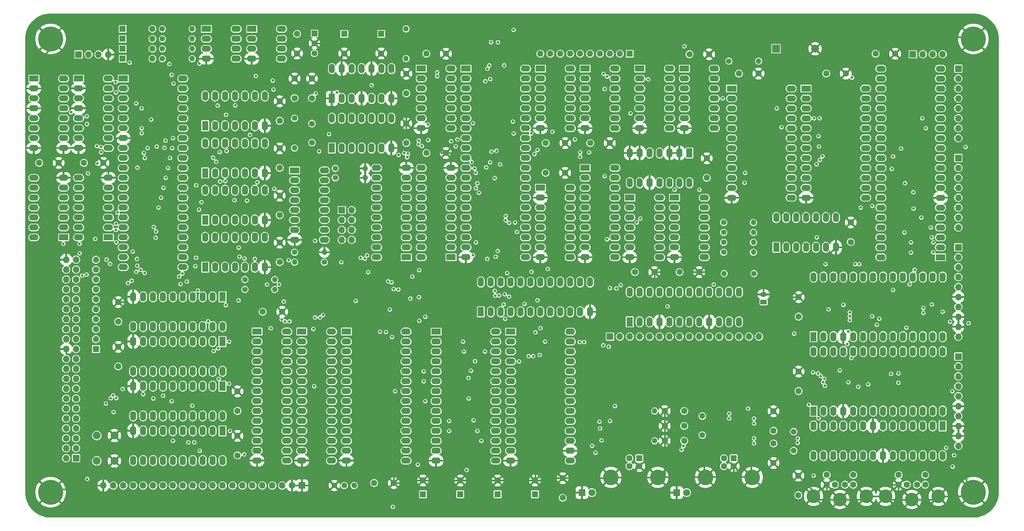
<source format=gbr>
%TF.GenerationSoftware,KiCad,Pcbnew,8.0.2-8.0.2-0~ubuntu20.04.1*%
%TF.CreationDate,2024-06-07T01:09:34+05:00*%
%TF.ProjectId,RedStar,52656453-7461-4722-9e6b-696361645f70,v1.5*%
%TF.SameCoordinates,Original*%
%TF.FileFunction,Copper,L2,Inr*%
%TF.FilePolarity,Positive*%
%FSLAX46Y46*%
G04 Gerber Fmt 4.6, Leading zero omitted, Abs format (unit mm)*
G04 Created by KiCad (PCBNEW 8.0.2-8.0.2-0~ubuntu20.04.1) date 2024-06-07 01:09:34*
%MOMM*%
%LPD*%
G01*
G04 APERTURE LIST*
G04 Aperture macros list*
%AMRoundRect*
0 Rectangle with rounded corners*
0 $1 Rounding radius*
0 $2 $3 $4 $5 $6 $7 $8 $9 X,Y pos of 4 corners*
0 Add a 4 corners polygon primitive as box body*
4,1,4,$2,$3,$4,$5,$6,$7,$8,$9,$2,$3,0*
0 Add four circle primitives for the rounded corners*
1,1,$1+$1,$2,$3*
1,1,$1+$1,$4,$5*
1,1,$1+$1,$6,$7*
1,1,$1+$1,$8,$9*
0 Add four rect primitives between the rounded corners*
20,1,$1+$1,$2,$3,$4,$5,0*
20,1,$1+$1,$4,$5,$6,$7,0*
20,1,$1+$1,$6,$7,$8,$9,0*
20,1,$1+$1,$8,$9,$2,$3,0*%
G04 Aperture macros list end*
%TA.AperFunction,ComponentPad*%
%ADD10R,1.600000X2.400000*%
%TD*%
%TA.AperFunction,ComponentPad*%
%ADD11O,1.600000X2.400000*%
%TD*%
%TA.AperFunction,ComponentPad*%
%ADD12C,1.400000*%
%TD*%
%TA.AperFunction,ComponentPad*%
%ADD13O,1.400000X1.400000*%
%TD*%
%TA.AperFunction,ComponentPad*%
%ADD14C,1.600000*%
%TD*%
%TA.AperFunction,ComponentPad*%
%ADD15R,1.500000X1.500000*%
%TD*%
%TA.AperFunction,ComponentPad*%
%ADD16C,1.500000*%
%TD*%
%TA.AperFunction,ComponentPad*%
%ADD17R,1.600000X1.600000*%
%TD*%
%TA.AperFunction,ComponentPad*%
%ADD18R,2.400000X1.600000*%
%TD*%
%TA.AperFunction,ComponentPad*%
%ADD19O,2.400000X1.600000*%
%TD*%
%TA.AperFunction,ComponentPad*%
%ADD20O,1.600000X1.600000*%
%TD*%
%TA.AperFunction,ComponentPad*%
%ADD21C,3.500000*%
%TD*%
%TA.AperFunction,ComponentPad*%
%ADD22R,1.700000X1.700000*%
%TD*%
%TA.AperFunction,ComponentPad*%
%ADD23O,1.700000X1.700000*%
%TD*%
%TA.AperFunction,ComponentPad*%
%ADD24C,0.800000*%
%TD*%
%TA.AperFunction,ComponentPad*%
%ADD25C,6.400000*%
%TD*%
%TA.AperFunction,ComponentPad*%
%ADD26C,4.000000*%
%TD*%
%TA.AperFunction,ComponentPad*%
%ADD27R,1.800000X1.800000*%
%TD*%
%TA.AperFunction,ComponentPad*%
%ADD28C,1.800000*%
%TD*%
%TA.AperFunction,ComponentPad*%
%ADD29C,1.440000*%
%TD*%
%TA.AperFunction,ComponentPad*%
%ADD30R,2.000000X2.000000*%
%TD*%
%TA.AperFunction,ComponentPad*%
%ADD31C,2.000000*%
%TD*%
%TA.AperFunction,ComponentPad*%
%ADD32RoundRect,0.250000X0.625000X-0.350000X0.625000X0.350000X-0.625000X0.350000X-0.625000X-0.350000X0*%
%TD*%
%TA.AperFunction,ComponentPad*%
%ADD33O,1.750000X1.200000*%
%TD*%
%TA.AperFunction,ViaPad*%
%ADD34C,0.700000*%
%TD*%
%TA.AperFunction,Conductor*%
%ADD35C,0.400000*%
%TD*%
G04 APERTURE END LIST*
D10*
%TO.N,/RDY*%
%TO.C,DD17*%
X120015000Y-130810000D03*
D11*
X122555000Y-130810000D03*
%TO.N,Net-(DD17-Pad3)*%
X125095000Y-130810000D03*
%TO.N,/MAST*%
X127635000Y-130810000D03*
%TO.N,Net-(DD17-Pad3)*%
X130175000Y-130810000D03*
%TO.N,/~{WAIT}*%
X132715000Y-130810000D03*
%TO.N,GND*%
X135255000Y-130810000D03*
%TO.N,/~{MDC_E}*%
X135255000Y-123190000D03*
%TO.N,/~{A15}*%
X132715000Y-123190000D03*
%TO.N,/~{HLDA}*%
X130175000Y-123190000D03*
%TO.N,/~{FWR}*%
X127635000Y-123190000D03*
%TO.N,/WB*%
X125095000Y-123190000D03*
%TO.N,/MEMW*%
X122555000Y-123190000D03*
%TO.N,VCC*%
X120015000Y-123190000D03*
%TD*%
D12*
%TO.N,/~{RESET}*%
%TO.C,R19*%
X171375000Y-69835000D03*
D13*
%TO.N,VCC*%
X171375000Y-77455000D03*
%TD*%
D14*
%TO.N,Net-(DD46-V3)*%
%TO.C,C45*%
X242521500Y-167640000D03*
%TO.N,GND*%
X237521500Y-167640000D03*
%TD*%
D10*
%TO.N,/~{HLDA}*%
%TO.C,DD41*%
X124455000Y-138415000D03*
D11*
%TO.N,unconnected-(DD41-A1-Pad2)*%
X121915000Y-138415000D03*
%TO.N,unconnected-(DD41-A2-Pad3)*%
X119375000Y-138415000D03*
%TO.N,unconnected-(DD41-A3-Pad4)*%
X116835000Y-138415000D03*
%TO.N,unconnected-(DD41-A4-Pad5)*%
X114295000Y-138415000D03*
%TO.N,/~{MEMR}*%
X111755000Y-138415000D03*
%TO.N,/~{MEMW}*%
X109215000Y-138415000D03*
%TO.N,/~{I{slash}OR}*%
X106675000Y-138415000D03*
%TO.N,/~{I{slash}OW}*%
X104135000Y-138415000D03*
%TO.N,GND*%
X101595000Y-138415000D03*
%TO.N,/~{PW}*%
X101595000Y-146035000D03*
%TO.N,/~{PR}*%
X104135000Y-146035000D03*
%TO.N,/~{MW}*%
X106675000Y-146035000D03*
%TO.N,/~{MR}*%
X109215000Y-146035000D03*
%TO.N,unconnected-(DD41-B4-Pad15)*%
X111755000Y-146035000D03*
%TO.N,unconnected-(DD41-B3-Pad16)*%
X114295000Y-146035000D03*
%TO.N,unconnected-(DD41-B2-Pad17)*%
X116835000Y-146035000D03*
%TO.N,unconnected-(DD41-B1-Pad18)*%
X119375000Y-146035000D03*
%TO.N,/~{CB_E}*%
X121915000Y-146035000D03*
%TO.N,VCC*%
X124455000Y-146035000D03*
%TD*%
D15*
%TO.N,3V3*%
%TO.C,DA2*%
X147955000Y-70993000D03*
D16*
%TO.N,GND*%
X147955000Y-73533000D03*
%TO.N,VCC*%
X147955000Y-76073000D03*
%TD*%
D14*
%TO.N,VCC*%
%TO.C,C22*%
X139065000Y-105410000D03*
%TO.N,GND*%
X139065000Y-100410000D03*
%TD*%
%TO.N,Net-(C2-Pad1)*%
%TO.C,C2*%
X142875000Y-87550000D03*
%TO.N,GND*%
X142875000Y-82550000D03*
%TD*%
%TO.N,VCC*%
%TO.C,C24*%
X207090000Y-99060000D03*
%TO.N,GND*%
X212090000Y-99060000D03*
%TD*%
D12*
%TO.N,/MS0*%
%TO.C,R14*%
X153289000Y-105537000D03*
D13*
%TO.N,GND*%
X160909000Y-105537000D03*
%TD*%
D17*
%TO.N,VCC*%
%TO.C,C39*%
X175693000Y-188920000D03*
D14*
%TO.N,GND*%
X175693000Y-185420000D03*
%TD*%
D12*
%TO.N,/~{W25E13}*%
%TO.C,R9*%
X109055000Y-77470000D03*
D13*
%TO.N,3V3*%
X116675000Y-77470000D03*
%TD*%
D14*
%TO.N,VCC*%
%TO.C,C17*%
X128270000Y-167600000D03*
%TO.N,GND*%
X128270000Y-162600000D03*
%TD*%
D18*
%TO.N,/AU1*%
%TO.C,DD37*%
X76200000Y-82550000D03*
D19*
%TO.N,GND*%
X76200000Y-85090000D03*
%TO.N,/Priority*%
X76200000Y-87630000D03*
%TO.N,GND*%
X76200000Y-90170000D03*
%TO.N,unconnected-(DD37-A>-Pad5)*%
X76200000Y-92710000D03*
%TO.N,/HOLD*%
X76200000Y-95250000D03*
%TO.N,unconnected-(DD37-A<-Pad7)*%
X76200000Y-97790000D03*
%TO.N,GND*%
X76200000Y-100330000D03*
X83820000Y-100330000D03*
%TO.N,/~{REQ}*%
X83820000Y-97790000D03*
%TO.N,VCC*%
X83820000Y-95250000D03*
%TO.N,/~{Protest}*%
X83820000Y-92710000D03*
%TO.N,/Ad0*%
X83820000Y-90170000D03*
%TO.N,/AU0*%
X83820000Y-87630000D03*
%TO.N,/Ad1*%
X83820000Y-85090000D03*
%TO.N,VCC*%
X83820000Y-82550000D03*
%TD*%
D18*
%TO.N,/X1*%
%TO.C,DD1*%
X186690000Y-80010000D03*
D19*
%TO.N,/X2*%
X186690000Y-82550000D03*
%TO.N,/RES*%
X186690000Y-85090000D03*
%TO.N,/SOD*%
X186690000Y-87630000D03*
%TO.N,/SID*%
X186690000Y-90170000D03*
%TO.N,/TRAP*%
X186690000Y-92710000D03*
%TO.N,/RST7.5*%
X186690000Y-95250000D03*
%TO.N,unconnected-(DD1-RST6.5-Pad8)*%
X186690000Y-97790000D03*
%TO.N,unconnected-(DD1-RST5.5-Pad9)*%
X186690000Y-100330000D03*
%TO.N,/INTR*%
X186690000Y-102870000D03*
%TO.N,/~{INTA}*%
X186690000Y-105410000D03*
%TO.N,/pAD0*%
X186690000Y-107950000D03*
%TO.N,/pAD1*%
X186690000Y-110490000D03*
%TO.N,/pAD2*%
X186690000Y-113030000D03*
%TO.N,/pAD3*%
X186690000Y-115570000D03*
%TO.N,/pAD4*%
X186690000Y-118110000D03*
%TO.N,/pAD5*%
X186690000Y-120650000D03*
%TO.N,/pAD6*%
X186690000Y-123190000D03*
%TO.N,/pAD7*%
X186690000Y-125730000D03*
%TO.N,GND*%
X186690000Y-128270000D03*
%TO.N,/A8*%
X201930000Y-128270000D03*
%TO.N,/A9*%
X201930000Y-125730000D03*
%TO.N,/A10*%
X201930000Y-123190000D03*
%TO.N,/A11*%
X201930000Y-120650000D03*
%TO.N,/pA12*%
X201930000Y-118110000D03*
%TO.N,/pA13*%
X201930000Y-115570000D03*
%TO.N,/pA14*%
X201930000Y-113030000D03*
%TO.N,/pA15*%
X201930000Y-110490000D03*
%TO.N,/S0*%
X201930000Y-107950000D03*
%TO.N,/ALE*%
X201930000Y-105410000D03*
%TO.N,/~{WR}*%
X201930000Y-102870000D03*
%TO.N,/~{RD}*%
X201930000Y-100330000D03*
%TO.N,/S1*%
X201930000Y-97790000D03*
%TO.N,/IO{slash}~{M}*%
X201930000Y-95250000D03*
%TO.N,/~{WAIT}*%
X201930000Y-92710000D03*
%TO.N,/~{RESET}*%
X201930000Y-90170000D03*
%TO.N,/CLK*%
X201930000Y-87630000D03*
%TO.N,/HLDA*%
X201930000Y-85090000D03*
%TO.N,/HOLD*%
X201930000Y-82550000D03*
%TO.N,VCC*%
X201930000Y-80010000D03*
%TD*%
D17*
%TO.N,/~{W25E0}*%
%TO.C,VD3*%
X98895000Y-74930000D03*
D20*
%TO.N,/~{W25E03}*%
X106515000Y-74930000D03*
%TD*%
D14*
%TO.N,VCC*%
%TO.C,C13*%
X171450000Y-99020000D03*
%TO.N,GND*%
X171450000Y-94020000D03*
%TD*%
%TO.N,/M_DATA*%
%TO.C,J2*%
X299436000Y-186484000D03*
%TO.N,unconnected-(J2-Pad2)*%
X302036000Y-186484000D03*
D21*
%TO.N,GND*%
X307486000Y-189484000D03*
X300736000Y-190284000D03*
D14*
X297336000Y-186484000D03*
D21*
X293986000Y-189484000D03*
D14*
%TO.N,VCC*%
X304136000Y-186484000D03*
%TO.N,/M_CLK*%
X297336000Y-183984000D03*
%TO.N,unconnected-(J2-Pad6)*%
X304136000Y-183984000D03*
%TD*%
%TO.N,VCC*%
%TO.C,C10*%
X97790000Y-144740000D03*
%TO.N,GND*%
X97790000Y-139740000D03*
%TD*%
D12*
%TO.N,/~{W25E03}*%
%TO.C,R8*%
X109055000Y-74930000D03*
D13*
%TO.N,3V3*%
X116675000Y-74930000D03*
%TD*%
D12*
%TO.N,/SCK3*%
%TO.C,R7*%
X109055000Y-72390000D03*
D13*
%TO.N,3V3*%
X116675000Y-72390000D03*
%TD*%
D14*
%TO.N,/K_DATA*%
%TO.C,J1*%
X281036000Y-186484000D03*
%TO.N,unconnected-(J1-Pad2)*%
X283636000Y-186484000D03*
D21*
%TO.N,GND*%
X289086000Y-189484000D03*
X282336000Y-190284000D03*
D14*
X278936000Y-186484000D03*
D21*
X275586000Y-189484000D03*
D14*
%TO.N,VCC*%
X285736000Y-186484000D03*
%TO.N,/K_CLK*%
X278936000Y-183984000D03*
%TO.N,unconnected-(J1-Pad6)*%
X285736000Y-183984000D03*
%TD*%
D22*
%TO.N,Net-(DD22B-~{Q0})*%
%TO.C,J3*%
X154940000Y-116205000D03*
D23*
%TO.N,/~{PDC_E}*%
X157480000Y-116205000D03*
%TO.N,Net-(DD22B-~{Q1})*%
X154940000Y-118745000D03*
%TO.N,/~{PDC_E}*%
X157480000Y-118745000D03*
%TO.N,Net-(DD22B-~{Q2})*%
X154940000Y-121285000D03*
%TO.N,/~{PDC_E}*%
X157480000Y-121285000D03*
%TO.N,Net-(DD22B-~{Q3})*%
X154940000Y-123825000D03*
%TO.N,/~{PDC_E}*%
X157480000Y-123825000D03*
%TD*%
D12*
%TO.N,/WB*%
%TO.C,R16*%
X142875000Y-127000000D03*
D13*
%TO.N,GND*%
X150495000Y-127000000D03*
%TD*%
D14*
%TO.N,VCC*%
%TO.C,C5*%
X207050000Y-106680000D03*
%TO.N,GND*%
X212050000Y-106680000D03*
%TD*%
%TO.N,VCC*%
%TO.C,C11*%
X285115000Y-124380000D03*
%TO.N,GND*%
X285115000Y-119380000D03*
%TD*%
D24*
%TO.N,GND*%
%TO.C,H2*%
X314070000Y-72400000D03*
X314772944Y-70702944D03*
X314772944Y-74097056D03*
X316470000Y-70000000D03*
D25*
X316470000Y-72400000D03*
D24*
X316470000Y-74800000D03*
X318167056Y-70702944D03*
X318167056Y-74097056D03*
X318870000Y-72400000D03*
%TD*%
D12*
%TO.N,Net-(DD20-~{Q2})*%
%TO.C,R4*%
X252603000Y-127000000D03*
D13*
%TO.N,VCC*%
X260223000Y-127000000D03*
%TD*%
D10*
%TO.N,/D2*%
%TO.C,DD34*%
X275590000Y-148595000D03*
D11*
%TO.N,/D3*%
X278130000Y-148595000D03*
%TO.N,/RXD1*%
X280670000Y-148595000D03*
%TO.N,GND*%
X283210000Y-148595000D03*
%TO.N,/D4*%
X285750000Y-148595000D03*
%TO.N,/D5*%
X288290000Y-148595000D03*
%TO.N,/D6*%
X290830000Y-148595000D03*
%TO.N,/D7*%
X293370000Y-148595000D03*
%TO.N,/TSYN1*%
X295910000Y-148595000D03*
%TO.N,/~{I{slash}OW}*%
X298450000Y-148595000D03*
%TO.N,/~{USART1}*%
X300990000Y-148595000D03*
%TO.N,/A0*%
X303530000Y-148595000D03*
%TO.N,/~{I{slash}OR}*%
X306070000Y-148595000D03*
%TO.N,/RXC1*%
X308610000Y-148595000D03*
%TO.N,/TXC1*%
X308610000Y-133355000D03*
%TO.N,unconnected-(DD34-SD{slash}BD-Pad16)*%
X306070000Y-133355000D03*
%TO.N,/~{CTS1}*%
X303530000Y-133355000D03*
%TO.N,/UDRE1*%
X300990000Y-133355000D03*
%TO.N,/TXD1*%
X298450000Y-133355000D03*
%TO.N,/CLT*%
X295910000Y-133355000D03*
%TO.N,/RES*%
X293370000Y-133355000D03*
%TO.N,/~{DSR1}*%
X290830000Y-133355000D03*
%TO.N,/~{RTS1}*%
X288290000Y-133355000D03*
%TO.N,/~{DTR1}*%
X285750000Y-133355000D03*
%TO.N,/TSYN1*%
X283210000Y-133355000D03*
%TO.N,VCC*%
X280670000Y-133355000D03*
%TO.N,/D0*%
X278130000Y-133355000D03*
%TO.N,/D1*%
X275590000Y-133355000D03*
%TD*%
D14*
%TO.N,VCC*%
%TO.C,C25*%
X77545000Y-104130000D03*
%TO.N,GND*%
X82545000Y-104130000D03*
%TD*%
D10*
%TO.N,Net-(DD18-Pad11)*%
%TO.C,DD19*%
X120010000Y-106695000D03*
D11*
%TO.N,/~{PME}*%
X122550000Y-106695000D03*
%TO.N,/~{YHME}*%
X125090000Y-106695000D03*
%TO.N,/~{PMT}*%
X127630000Y-106695000D03*
%TO.N,/~{A15}*%
X130170000Y-106695000D03*
%TO.N,/~{OMME}*%
X132710000Y-106695000D03*
%TO.N,GND*%
X135250000Y-106695000D03*
%TO.N,Net-(DD12-Pad5)*%
X135250000Y-99075000D03*
%TO.N,/MAST*%
X132710000Y-99075000D03*
%TO.N,/~{RD}*%
X130170000Y-99075000D03*
%TO.N,Net-(DD12-Pad3)*%
X127630000Y-99075000D03*
%TO.N,/MAST*%
X125090000Y-99075000D03*
%TO.N,/A15*%
X122550000Y-99075000D03*
%TO.N,VCC*%
X120010000Y-99075000D03*
%TD*%
D17*
%TO.N,3V3*%
%TO.C,C37*%
X155575000Y-71120000D03*
D14*
%TO.N,GND*%
X155575000Y-76120000D03*
%TD*%
D12*
%TO.N,Net-(DD20-~{Q3})*%
%TO.C,R5*%
X252603000Y-124460000D03*
D13*
%TO.N,VCC*%
X260223000Y-124460000D03*
%TD*%
D17*
%TO.N,/SCK*%
%TO.C,VD2*%
X98895000Y-72390000D03*
D20*
%TO.N,/SCK3*%
X106515000Y-72390000D03*
%TD*%
D18*
%TO.N,Net-(DD14A-~{R})*%
%TO.C,DD14*%
X242570000Y-80010000D03*
D19*
%TO.N,/TRAP*%
X242570000Y-82550000D03*
%TO.N,/SOD*%
X242570000Y-85090000D03*
%TO.N,VCC*%
X242570000Y-87630000D03*
%TO.N,/SID*%
X242570000Y-90170000D03*
%TO.N,/TRAP*%
X242570000Y-92710000D03*
%TO.N,GND*%
X242570000Y-95250000D03*
%TO.N,unconnected-(DD14B-~{Q}-Pad8)*%
X250190000Y-95250000D03*
%TO.N,unconnected-(DD14B-Q-Pad9)*%
X250190000Y-92710000D03*
%TO.N,unconnected-(DD14B-~{S}-Pad10)*%
X250190000Y-90170000D03*
%TO.N,unconnected-(DD14B-C-Pad11)*%
X250190000Y-87630000D03*
%TO.N,unconnected-(DD14B-D-Pad12)*%
X250190000Y-85090000D03*
%TO.N,unconnected-(DD14B-~{R}-Pad13)*%
X250190000Y-82550000D03*
%TO.N,VCC*%
X250190000Y-80010000D03*
%TD*%
D18*
%TO.N,/TRAP*%
%TO.C,DD13*%
X240030000Y-113030000D03*
D19*
%TO.N,VCC*%
X240030000Y-115570000D03*
%TO.N,Net-(DD13A-C)*%
X240030000Y-118110000D03*
%TO.N,VCC*%
X240030000Y-120650000D03*
%TO.N,Net-(DD13A-Q)*%
X240030000Y-123190000D03*
%TO.N,unconnected-(DD13A-~{Q}-Pad6)*%
X240030000Y-125730000D03*
%TO.N,GND*%
X240030000Y-128270000D03*
%TO.N,Net-(DD13B-~{Q})*%
X247650000Y-128270000D03*
%TO.N,Net-(DD13B-Q)*%
X247650000Y-125730000D03*
%TO.N,VCC*%
X247650000Y-123190000D03*
%TO.N,/S1*%
X247650000Y-120650000D03*
%TO.N,Net-(DD13A-Q)*%
X247650000Y-118110000D03*
%TO.N,/TRAP*%
X247650000Y-115570000D03*
%TO.N,VCC*%
X247650000Y-113030000D03*
%TD*%
D17*
%TO.N,VCC*%
%TO.C,J13*%
X231014000Y-179734500D03*
D14*
%TO.N,unconnected-(J13-D--Pad2)*%
X228514000Y-179734500D03*
%TO.N,unconnected-(J13-D+-Pad3)*%
X228514000Y-181734500D03*
%TO.N,GND*%
X231014000Y-181734500D03*
D26*
X235764000Y-184594500D03*
X223764000Y-184594500D03*
%TD*%
D10*
%TO.N,Net-(DD8-Pad1)*%
%TO.C,DD8*%
X266065000Y-125730000D03*
D11*
X268605000Y-125730000D03*
%TO.N,unconnected-(DD8-Pad3)*%
X271145000Y-125730000D03*
%TO.N,unconnected-(DD8-Pad4)*%
X273685000Y-125730000D03*
%TO.N,unconnected-(DD8-Pad5)*%
X276225000Y-125730000D03*
%TO.N,unconnected-(DD8-Pad6)*%
X278765000Y-125730000D03*
%TO.N,GND*%
X281305000Y-125730000D03*
%TO.N,/MEMW*%
X281305000Y-118110000D03*
%TO.N,/IO{slash}~{M}*%
X278765000Y-118110000D03*
%TO.N,/~{WR}*%
X276225000Y-118110000D03*
%TO.N,Net-(DD8-Pad11)*%
X273685000Y-118110000D03*
X271145000Y-118110000D03*
%TO.N,/TRAP*%
X268605000Y-118110000D03*
%TO.N,VCC*%
X266065000Y-118110000D03*
%TD*%
D18*
%TO.N,Net-(DD10-Pad1)*%
%TO.C,DD7*%
X205740000Y-80010000D03*
D19*
%TO.N,/~{I{slash}O}M*%
X205740000Y-82550000D03*
%TO.N,/~{RD}*%
X205740000Y-85090000D03*
%TO.N,Net-(DD10-Pad3)*%
X205740000Y-87630000D03*
%TO.N,/~{WR}*%
X205740000Y-90170000D03*
%TO.N,/~{I{slash}O}M*%
X205740000Y-92710000D03*
%TO.N,GND*%
X205740000Y-95250000D03*
%TO.N,/~{RD}*%
X213360000Y-95250000D03*
%TO.N,/IO{slash}~{M}*%
X213360000Y-92710000D03*
%TO.N,Net-(DD10-Pad5)*%
X213360000Y-90170000D03*
%TO.N,/HLDA*%
X213360000Y-87630000D03*
%TO.N,/MAST*%
X213360000Y-85090000D03*
%TO.N,/~{CB_E}*%
X213360000Y-82550000D03*
%TO.N,VCC*%
X213360000Y-80010000D03*
%TD*%
D14*
%TO.N,VCC*%
%TO.C,C30*%
X88975000Y-104130000D03*
%TO.N,GND*%
X93975000Y-104130000D03*
%TD*%
%TO.N,VCC*%
%TO.C,C35*%
X271780000Y-143470000D03*
%TO.N,GND*%
X271780000Y-138470000D03*
%TD*%
D18*
%TO.N,/D7*%
%TO.C,DD29*%
X254635000Y-85095000D03*
D19*
%TO.N,/D6*%
X254635000Y-87635000D03*
%TO.N,/D5*%
X254635000Y-90175000D03*
%TO.N,/D4*%
X254635000Y-92715000D03*
%TO.N,/D3*%
X254635000Y-95255000D03*
%TO.N,/D2*%
X254635000Y-97795000D03*
%TO.N,/D1*%
X254635000Y-100335000D03*
%TO.N,/D0*%
X254635000Y-102875000D03*
%TO.N,Net-(DD29-CLK0)*%
X254635000Y-105415000D03*
%TO.N,/SYSTIME*%
X254635000Y-107955000D03*
%TO.N,VCC*%
X254635000Y-110495000D03*
%TO.N,GND*%
X254635000Y-113035000D03*
%TO.N,Net-(DD29-CLK0)*%
X269875000Y-113035000D03*
%TO.N,VCC*%
X269875000Y-110495000D03*
%TO.N,/CLT*%
X269875000Y-107955000D03*
%TO.N,/CLKE*%
X269875000Y-105415000D03*
%TO.N,/RST7.5*%
X269875000Y-102875000D03*
%TO.N,/CLT*%
X269875000Y-100335000D03*
%TO.N,/A0*%
X269875000Y-97795000D03*
%TO.N,/A1*%
X269875000Y-95255000D03*
%TO.N,/~{TIM0}*%
X269875000Y-92715000D03*
%TO.N,/~{I{slash}OR}*%
X269875000Y-90175000D03*
%TO.N,/~{I{slash}OW}*%
X269875000Y-87635000D03*
%TO.N,VCC*%
X269875000Y-85095000D03*
%TD*%
D12*
%TO.N,/RDY*%
%TO.C,R12*%
X130175000Y-133985000D03*
D13*
%TO.N,VCC*%
X137795000Y-133985000D03*
%TD*%
D17*
%TO.N,VCC*%
%TO.C,C40*%
X185243000Y-188920000D03*
D14*
%TO.N,GND*%
X185243000Y-185420000D03*
%TD*%
D17*
%TO.N,VCC*%
%TO.C,RN2*%
X92075000Y-151765000D03*
D20*
%TO.N,/~{REQ}*%
X92075000Y-149225000D03*
%TO.N,/~{CONF}*%
X92075000Y-146685000D03*
%TO.N,/~{Protest}*%
X92075000Y-144145000D03*
%TO.N,/Ad0*%
X92075000Y-141605000D03*
%TO.N,/Ad1*%
X92075000Y-139065000D03*
%TO.N,/T0*%
X92075000Y-136525000D03*
%TO.N,/T1*%
X92075000Y-133985000D03*
%TO.N,/T2*%
X92075000Y-131445000D03*
%TO.N,/Vect*%
X92075000Y-128905000D03*
%TD*%
D14*
%TO.N,VCC*%
%TO.C,C27*%
X134700000Y-142240000D03*
%TO.N,GND*%
X139700000Y-142240000D03*
%TD*%
D18*
%TO.N,/A14*%
%TO.C,DD24*%
X144705000Y-147305000D03*
D19*
%TO.N,/A12*%
X144705000Y-149845000D03*
%TO.N,/A7*%
X144705000Y-152385000D03*
%TO.N,/A6*%
X144705000Y-154925000D03*
%TO.N,/A5*%
X144705000Y-157465000D03*
%TO.N,/A4*%
X144705000Y-160005000D03*
%TO.N,/A3*%
X144705000Y-162545000D03*
%TO.N,/A2*%
X144705000Y-165085000D03*
%TO.N,/A1*%
X144705000Y-167625000D03*
%TO.N,/A0*%
X144705000Y-170165000D03*
%TO.N,/D0*%
X144705000Y-172705000D03*
%TO.N,/D1*%
X144705000Y-175245000D03*
%TO.N,/D2*%
X144705000Y-177785000D03*
%TO.N,GND*%
X144705000Y-180325000D03*
%TO.N,/D3*%
X152325000Y-180325000D03*
%TO.N,/D4*%
X152325000Y-177785000D03*
%TO.N,/D5*%
X152325000Y-175245000D03*
%TO.N,/D6*%
X152325000Y-172705000D03*
%TO.N,/D7*%
X152325000Y-170165000D03*
%TO.N,/~{OMME}*%
X152325000Y-167625000D03*
%TO.N,/A10*%
X152325000Y-165085000D03*
%TO.N,/~{MEMR}*%
X152325000Y-162545000D03*
%TO.N,/A11*%
X152325000Y-160005000D03*
%TO.N,/A9*%
X152325000Y-157465000D03*
%TO.N,/A8*%
X152325000Y-154925000D03*
%TO.N,/A13*%
X152325000Y-152385000D03*
%TO.N,/~{MEMW}*%
X152325000Y-149845000D03*
%TO.N,VCC*%
X152325000Y-147305000D03*
%TD*%
D12*
%TO.N,Net-(LED1-A)*%
%TO.C,R10*%
X150495000Y-129540000D03*
D13*
%TO.N,/Turbo*%
X142875000Y-129540000D03*
%TD*%
D22*
%TO.N,/PF0*%
%TO.C,J10*%
X301000000Y-76327000D03*
D23*
%TO.N,/PF1*%
X303540000Y-76327000D03*
%TO.N,/PF2*%
X306080000Y-76327000D03*
%TO.N,/PF3*%
X308620000Y-76327000D03*
%TD*%
D17*
%TO.N,/MOSI*%
%TO.C,VD1*%
X98895000Y-69850000D03*
D20*
%TO.N,/MOSI3*%
X106515000Y-69850000D03*
%TD*%
D14*
%TO.N,VCC*%
%TO.C,C21*%
X97790000Y-156210000D03*
%TO.N,GND*%
X97790000Y-151210000D03*
%TD*%
%TO.N,VCC*%
%TO.C,C18*%
X229910000Y-132080000D03*
%TO.N,GND*%
X234910000Y-132080000D03*
%TD*%
%TO.N,VCC*%
%TO.C,C12*%
X218480000Y-99060000D03*
%TO.N,GND*%
X223480000Y-99060000D03*
%TD*%
D24*
%TO.N,GND*%
%TO.C,H1*%
X78070000Y-72400000D03*
X78772944Y-70702944D03*
X78772944Y-74097056D03*
X80470000Y-70000000D03*
D25*
X80470000Y-72400000D03*
D24*
X80470000Y-74800000D03*
X82167056Y-70702944D03*
X82167056Y-74097056D03*
X82870000Y-72400000D03*
%TD*%
D14*
%TO.N,VCC*%
%TO.C,C23*%
X211455000Y-189825000D03*
%TO.N,GND*%
X211455000Y-184825000D03*
%TD*%
D27*
%TO.N,GND*%
%TO.C,LED1*%
X216353000Y-188500500D03*
D28*
%TO.N,Net-(LED1-A)*%
X218893000Y-188500500D03*
%TD*%
D24*
%TO.N,GND*%
%TO.C,H3*%
X314070000Y-188400000D03*
X314772944Y-186702944D03*
X314772944Y-190097056D03*
X316470000Y-186000000D03*
D25*
X316470000Y-188400000D03*
D24*
X316470000Y-190800000D03*
X318167056Y-186702944D03*
X318167056Y-190097056D03*
X318870000Y-188400000D03*
%TD*%
D12*
%TO.N,/MOSI3*%
%TO.C,R6*%
X109055000Y-69850000D03*
D13*
%TO.N,3V3*%
X116675000Y-69850000D03*
%TD*%
D14*
%TO.N,VCC*%
%TO.C,C31*%
X271705000Y-189175000D03*
%TO.N,GND*%
X271705000Y-184175000D03*
%TD*%
D17*
%TO.N,VCC*%
%TO.C,C41*%
X194793000Y-188920000D03*
D14*
%TO.N,GND*%
X194793000Y-185420000D03*
%TD*%
D10*
%TO.N,/~{HLDA}*%
%TO.C,DD40*%
X124455000Y-149845000D03*
D11*
%TO.N,/A8*%
X121915000Y-149845000D03*
%TO.N,/A9*%
X119375000Y-149845000D03*
%TO.N,/A10*%
X116835000Y-149845000D03*
%TO.N,/A11*%
X114295000Y-149845000D03*
%TO.N,/A12*%
X111755000Y-149845000D03*
%TO.N,/A13*%
X109215000Y-149845000D03*
%TO.N,/A14*%
X106675000Y-149845000D03*
%TO.N,unconnected-(DD40-A8-Pad9)*%
X104135000Y-149845000D03*
%TO.N,GND*%
X101595000Y-149845000D03*
%TO.N,unconnected-(DD40-B8-Pad11)*%
X101595000Y-157465000D03*
%TO.N,/BA14*%
X104135000Y-157465000D03*
%TO.N,/BA13*%
X106675000Y-157465000D03*
%TO.N,/BA12*%
X109215000Y-157465000D03*
%TO.N,/BA11*%
X111755000Y-157465000D03*
%TO.N,/BA10*%
X114295000Y-157465000D03*
%TO.N,/BA9*%
X116835000Y-157465000D03*
%TO.N,/BA8*%
X119375000Y-157465000D03*
%TO.N,/~{CB_E}*%
X121915000Y-157465000D03*
%TO.N,VCC*%
X124455000Y-157465000D03*
%TD*%
D18*
%TO.N,/PA3*%
%TO.C,DD28*%
X308045000Y-128275000D03*
D19*
%TO.N,/PA2*%
X308045000Y-125735000D03*
%TO.N,/PA1*%
X308045000Y-123195000D03*
%TO.N,/PA0*%
X308045000Y-120655000D03*
%TO.N,/~{I{slash}OR}*%
X308045000Y-118115000D03*
%TO.N,/~{SYSP1}*%
X308045000Y-115575000D03*
%TO.N,GND*%
X308045000Y-113035000D03*
%TO.N,/A1*%
X308045000Y-110495000D03*
%TO.N,/A0*%
X308045000Y-107955000D03*
%TO.N,/~{W25E1}*%
X308045000Y-105415000D03*
%TO.N,/~{W25E0}*%
X308045000Y-102875000D03*
%TO.N,/FS*%
X308045000Y-100335000D03*
%TO.N,/BUZ_G*%
X308045000Y-97795000D03*
%TO.N,/PF0*%
X308045000Y-95255000D03*
%TO.N,/PF1*%
X308045000Y-92715000D03*
%TO.N,/PF2*%
X308045000Y-90175000D03*
%TO.N,/PF3*%
X308045000Y-87635000D03*
%TO.N,/PB0*%
X308045000Y-85095000D03*
%TO.N,/PB1*%
X308045000Y-82555000D03*
%TO.N,/PB2*%
X308045000Y-80015000D03*
%TO.N,/PB3*%
X292805000Y-80015000D03*
%TO.N,/PB4*%
X292805000Y-82555000D03*
%TO.N,/PB5*%
X292805000Y-85095000D03*
%TO.N,/PB6*%
X292805000Y-87635000D03*
%TO.N,/PB7*%
X292805000Y-90175000D03*
%TO.N,VCC*%
X292805000Y-92715000D03*
%TO.N,/D7*%
X292805000Y-95255000D03*
%TO.N,/D6*%
X292805000Y-97795000D03*
%TO.N,/D5*%
X292805000Y-100335000D03*
%TO.N,/D4*%
X292805000Y-102875000D03*
%TO.N,/D3*%
X292805000Y-105415000D03*
%TO.N,/D2*%
X292805000Y-107955000D03*
%TO.N,/D1*%
X292805000Y-110495000D03*
%TO.N,/D0*%
X292805000Y-113035000D03*
%TO.N,/RES*%
X292805000Y-115575000D03*
%TO.N,/~{I{slash}OW}*%
X292805000Y-118115000D03*
%TO.N,/PA7*%
X292805000Y-120655000D03*
%TO.N,/PA6*%
X292805000Y-123195000D03*
%TO.N,/PA5*%
X292805000Y-125735000D03*
%TO.N,/PA4*%
X292805000Y-128275000D03*
%TD*%
D18*
%TO.N,/~{B_OS}*%
%TO.C,DD21*%
X217170000Y-105410000D03*
D19*
%TO.N,/pA15*%
X217170000Y-107950000D03*
%TO.N,/A12*%
X217170000Y-110490000D03*
%TO.N,/pA14*%
X217170000Y-113030000D03*
%TO.N,/A13*%
X217170000Y-115570000D03*
%TO.N,/pA13*%
X217170000Y-118110000D03*
%TO.N,/A14*%
X217170000Y-120650000D03*
%TO.N,/pA12*%
X217170000Y-123190000D03*
%TO.N,/A15*%
X217170000Y-125730000D03*
%TO.N,GND*%
X217170000Y-128270000D03*
%TO.N,Net-(DD20-~{Q3})*%
X224790000Y-128270000D03*
%TO.N,/A12*%
X224790000Y-125730000D03*
%TO.N,Net-(DD20-~{Q2})*%
X224790000Y-123190000D03*
%TO.N,/A13*%
X224790000Y-120650000D03*
%TO.N,Net-(DD20-~{Q1})*%
X224790000Y-118110000D03*
%TO.N,/A14*%
X224790000Y-115570000D03*
%TO.N,Net-(DD20-~{Q0})*%
X224790000Y-113030000D03*
%TO.N,/A15*%
X224790000Y-110490000D03*
%TO.N,/~{B_U}*%
X224790000Y-107950000D03*
%TO.N,VCC*%
X224790000Y-105410000D03*
%TD*%
D18*
%TO.N,/~{W25E13}*%
%TO.C,DD44*%
X131915000Y-69850000D03*
D19*
%TO.N,/MISO*%
X131915000Y-72390000D03*
%TO.N,3V3*%
X131915000Y-74930000D03*
%TO.N,GND*%
X131915000Y-77470000D03*
%TO.N,/MOSI3*%
X139535000Y-77470000D03*
%TO.N,/SCK3*%
X139535000Y-74930000D03*
%TO.N,3V3*%
X139535000Y-72390000D03*
X139535000Y-69850000D03*
%TD*%
D17*
%TO.N,/~{W25E1}*%
%TO.C,VD4*%
X98895000Y-77470000D03*
D20*
%TO.N,/~{W25E13}*%
X106515000Y-77470000D03*
%TD*%
D14*
%TO.N,VCC*%
%TO.C,C14*%
X243880000Y-76332000D03*
%TO.N,GND*%
X248880000Y-76332000D03*
%TD*%
D10*
%TO.N,/IO{slash}~{M}*%
%TO.C,DD2*%
X152400000Y-100330000D03*
D11*
%TO.N,/~{I{slash}O}M*%
X154940000Y-100330000D03*
%TO.N,unconnected-(DD2-Pad3)*%
X157480000Y-100330000D03*
%TO.N,unconnected-(DD2-Pad4)*%
X160020000Y-100330000D03*
%TO.N,/A15*%
X162560000Y-100330000D03*
%TO.N,/~{A15}*%
X165100000Y-100330000D03*
%TO.N,GND*%
X167640000Y-100330000D03*
%TO.N,/Protest*%
X167640000Y-92710000D03*
%TO.N,/~{Protest}*%
X165100000Y-92710000D03*
%TO.N,Net-(DD3A-C)*%
X162560000Y-92710000D03*
%TO.N,Net-(C2-Pad1)*%
X160020000Y-92710000D03*
X157480000Y-92710000D03*
%TO.N,Net-(C1-Pad1)*%
X154940000Y-92710000D03*
%TO.N,VCC*%
X152400000Y-92710000D03*
%TD*%
D10*
%TO.N,/MOSI*%
%TO.C,DD42*%
X228595000Y-144795000D03*
D11*
%TO.N,/DIG0*%
X231135000Y-144795000D03*
%TO.N,/DIG4*%
X233675000Y-144795000D03*
%TO.N,GND*%
X236215000Y-144795000D03*
%TO.N,/DIG6*%
X238755000Y-144795000D03*
%TO.N,/DIG2*%
X241295000Y-144795000D03*
%TO.N,/DIG3*%
X243835000Y-144795000D03*
%TO.N,/DIG7*%
X246375000Y-144795000D03*
%TO.N,GND*%
X248915000Y-144795000D03*
%TO.N,/DIG5*%
X251455000Y-144795000D03*
%TO.N,/DIG1*%
X253995000Y-144795000D03*
%TO.N,/~{LED_S}*%
X256535000Y-144795000D03*
%TO.N,/SCK*%
X256535000Y-137175000D03*
%TO.N,/SEG_A*%
X253995000Y-137175000D03*
%TO.N,/SEG_F*%
X251455000Y-137175000D03*
%TO.N,/SEG_B*%
X248915000Y-137175000D03*
%TO.N,/SEG_G*%
X246375000Y-137175000D03*
%TO.N,Net-(DD42-ISET)*%
X243835000Y-137175000D03*
%TO.N,VCC*%
X241295000Y-137175000D03*
%TO.N,/SEG_C*%
X238755000Y-137175000D03*
%TO.N,/SEG_E*%
X236215000Y-137175000D03*
%TO.N,/SEG_DP*%
X233675000Y-137175000D03*
%TO.N,/SEG_D*%
X231135000Y-137175000D03*
%TO.N,/MISO*%
X228595000Y-137175000D03*
%TD*%
D10*
%TO.N,/Vectoma*%
%TO.C,DD38*%
X124455000Y-172705000D03*
D11*
%TO.N,/D0*%
X121915000Y-172705000D03*
%TO.N,/D1*%
X119375000Y-172705000D03*
%TO.N,/D2*%
X116835000Y-172705000D03*
%TO.N,/D3*%
X114295000Y-172705000D03*
%TO.N,/D4*%
X111755000Y-172705000D03*
%TO.N,/D5*%
X109215000Y-172705000D03*
%TO.N,/D6*%
X106675000Y-172705000D03*
%TO.N,/D7*%
X104135000Y-172705000D03*
%TO.N,GND*%
X101595000Y-172705000D03*
%TO.N,/BD7*%
X101595000Y-180325000D03*
%TO.N,/BD6*%
X104135000Y-180325000D03*
%TO.N,/BD5*%
X106675000Y-180325000D03*
%TO.N,/BD4*%
X109215000Y-180325000D03*
%TO.N,/BD3*%
X111755000Y-180325000D03*
%TO.N,/BD2*%
X114295000Y-180325000D03*
%TO.N,/BD1*%
X116835000Y-180325000D03*
%TO.N,/BD0*%
X119375000Y-180325000D03*
%TO.N,/~{CB_E}*%
X121915000Y-180325000D03*
%TO.N,VCC*%
X124455000Y-180325000D03*
%TD*%
D22*
%TO.N,/DIG0*%
%TO.C,J4*%
X223520000Y-148590000D03*
D23*
%TO.N,/SEG_C*%
X226060000Y-148590000D03*
%TO.N,/DIG1*%
X228600000Y-148590000D03*
%TO.N,/SEG_DP*%
X231140000Y-148590000D03*
%TO.N,/DIG2*%
X233680000Y-148590000D03*
%TO.N,/SEG_A*%
X236220000Y-148590000D03*
%TO.N,/DIG3*%
X238760000Y-148590000D03*
%TO.N,/SEG_E*%
X241300000Y-148590000D03*
%TO.N,/DIG4*%
X243840000Y-148590000D03*
%TO.N,/SEG_D*%
X246380000Y-148590000D03*
%TO.N,/DIG5*%
X248920000Y-148590000D03*
%TO.N,/SEG_G*%
X251460000Y-148590000D03*
%TO.N,/DIG6*%
X254000000Y-148590000D03*
%TO.N,/SEG_B*%
X256540000Y-148590000D03*
%TO.N,/DIG7*%
X259080000Y-148590000D03*
%TO.N,/SEG_F*%
X261620000Y-148590000D03*
%TD*%
D14*
%TO.N,Net-(DD35-PB6{slash}XTAL1)*%
%TO.C,C3*%
X265350000Y-175935000D03*
%TO.N,GND*%
X265350000Y-180935000D03*
%TD*%
D18*
%TO.N,/~{PIC_S}*%
%TO.C,DD32*%
X198120000Y-147320000D03*
D19*
%TO.N,/~{I{slash}OW}*%
X198120000Y-149860000D03*
%TO.N,/~{I{slash}OR}*%
X198120000Y-152400000D03*
%TO.N,/D7*%
X198120000Y-154940000D03*
%TO.N,/D6*%
X198120000Y-157480000D03*
%TO.N,/D5*%
X198120000Y-160020000D03*
%TO.N,/D4*%
X198120000Y-162560000D03*
%TO.N,/D3*%
X198120000Y-165100000D03*
%TO.N,/D2*%
X198120000Y-167640000D03*
%TO.N,/D1*%
X198120000Y-170180000D03*
%TO.N,/D0*%
X198120000Y-172720000D03*
%TO.N,/CAS0*%
X198120000Y-175260000D03*
%TO.N,/CAS1*%
X198120000Y-177800000D03*
%TO.N,GND*%
X198120000Y-180340000D03*
%TO.N,/CAS2*%
X213360000Y-180340000D03*
%TO.N,GND*%
X213360000Y-177800000D03*
%TO.N,/SINT*%
X213360000Y-175260000D03*
%TO.N,/UDRE1*%
X213360000Y-172720000D03*
%TO.N,/TXC1*%
X213360000Y-170180000D03*
%TO.N,/RXC1*%
X213360000Y-167640000D03*
%TO.N,/PF0*%
X213360000Y-165100000D03*
%TO.N,/PF1*%
X213360000Y-162560000D03*
%TO.N,/TSYN0*%
X213360000Y-160020000D03*
%TO.N,/TSYN1*%
X213360000Y-157480000D03*
%TO.N,/SYSTIME*%
X213360000Y-154940000D03*
%TO.N,/~{INTA}*%
X213360000Y-152400000D03*
%TO.N,/A0*%
X213360000Y-149860000D03*
%TO.N,VCC*%
X213360000Y-147320000D03*
%TD*%
D18*
%TO.N,/pA12*%
%TO.C,DD20*%
X205740000Y-110490000D03*
D19*
%TO.N,GND*%
X205740000Y-113030000D03*
%TO.N,/~{FWR}*%
X205740000Y-115570000D03*
%TO.N,/D0*%
X205740000Y-118110000D03*
%TO.N,Net-(DD20-~{Q0})*%
X205740000Y-120650000D03*
%TO.N,/D1*%
X205740000Y-123190000D03*
%TO.N,Net-(DD20-~{Q1})*%
X205740000Y-125730000D03*
%TO.N,GND*%
X205740000Y-128270000D03*
%TO.N,Net-(DD20-~{Q2})*%
X213360000Y-128270000D03*
%TO.N,/D2*%
X213360000Y-125730000D03*
%TO.N,Net-(DD20-~{Q3})*%
X213360000Y-123190000D03*
%TO.N,/D3*%
X213360000Y-120650000D03*
%TO.N,/pA15*%
X213360000Y-118110000D03*
%TO.N,/pA14*%
X213360000Y-115570000D03*
%TO.N,/pA13*%
X213360000Y-113030000D03*
%TO.N,VCC*%
X213360000Y-110490000D03*
%TD*%
D18*
%TO.N,/SY4*%
%TO.C,DD27*%
X99060000Y-82550000D03*
D19*
%TO.N,/SY3*%
X99060000Y-85090000D03*
%TO.N,/SY2*%
X99060000Y-87630000D03*
%TO.N,/SY0*%
X99060000Y-90170000D03*
%TO.N,/~{I{slash}OR}*%
X99060000Y-92710000D03*
%TO.N,/~{SYSP0}*%
X99060000Y-95250000D03*
%TO.N,GND*%
X99060000Y-97790000D03*
%TO.N,/A1*%
X99060000Y-100330000D03*
%TO.N,/A0*%
X99060000Y-102870000D03*
%TO.N,/MISO*%
X99060000Y-105410000D03*
%TO.N,/~{CONF}*%
X99060000Y-107950000D03*
%TO.N,/Priority*%
X99060000Y-110490000D03*
%TO.N,/~{REQ}*%
X99060000Y-113030000D03*
%TO.N,/Turbo*%
X99060000Y-115570000D03*
%TO.N,/WB*%
X99060000Y-118110000D03*
%TO.N,/CLKE*%
X99060000Y-120650000D03*
%TO.N,/SY1*%
X99060000Y-123190000D03*
%TO.N,/MOSI*%
X99060000Y-125730000D03*
%TO.N,/SCK*%
X99060000Y-128270000D03*
%TO.N,/~{LED_S}*%
X99060000Y-130810000D03*
%TO.N,/PT0*%
X114300000Y-130810000D03*
%TO.N,/PT1*%
X114300000Y-128270000D03*
%TO.N,/PT2*%
X114300000Y-125730000D03*
%TO.N,/AU0*%
X114300000Y-123190000D03*
%TO.N,/AU1*%
X114300000Y-120650000D03*
%TO.N,VCC*%
X114300000Y-118110000D03*
%TO.N,/D7*%
X114300000Y-115570000D03*
%TO.N,/D6*%
X114300000Y-113030000D03*
%TO.N,/D5*%
X114300000Y-110490000D03*
%TO.N,/D4*%
X114300000Y-107950000D03*
%TO.N,/D3*%
X114300000Y-105410000D03*
%TO.N,/D2*%
X114300000Y-102870000D03*
%TO.N,/D1*%
X114300000Y-100330000D03*
%TO.N,/D0*%
X114300000Y-97790000D03*
%TO.N,/RES*%
X114300000Y-95250000D03*
%TO.N,/~{I{slash}OW}*%
X114300000Y-92710000D03*
%TO.N,/MS1*%
X114300000Y-90170000D03*
%TO.N,/MS0*%
X114300000Y-87630000D03*
%TO.N,/SY6*%
X114300000Y-85090000D03*
%TO.N,/SY5*%
X114300000Y-82550000D03*
%TD*%
D18*
%TO.N,/~{W25E03}*%
%TO.C,DD43*%
X120315000Y-69850000D03*
D19*
%TO.N,/MISO*%
X120315000Y-72390000D03*
%TO.N,3V3*%
X120315000Y-74930000D03*
%TO.N,GND*%
X120315000Y-77470000D03*
%TO.N,/MOSI3*%
X127935000Y-77470000D03*
%TO.N,/SCK3*%
X127935000Y-74930000D03*
%TO.N,3V3*%
X127935000Y-72390000D03*
X127935000Y-69850000D03*
%TD*%
D29*
%TO.N,VCC*%
%TO.C,RV1*%
X158115000Y-186690000D03*
%TO.N,V0*%
X155575000Y-186690000D03*
%TO.N,GND*%
X153035000Y-186690000D03*
%TD*%
D10*
%TO.N,GND*%
%TO.C,DD3*%
X152400000Y-87630000D03*
D11*
%TO.N,Net-(DD3A-D)*%
X154940000Y-87630000D03*
%TO.N,Net-(DD3A-C)*%
X157480000Y-87630000D03*
%TO.N,GND*%
X160020000Y-87630000D03*
%TO.N,/Tact*%
X162560000Y-87630000D03*
%TO.N,Net-(DD3A-D)*%
X165100000Y-87630000D03*
%TO.N,GND*%
X167640000Y-87630000D03*
%TO.N,Net-(DD3B-~{Q})*%
X167640000Y-80010000D03*
%TO.N,Net-(DD3B-Q)*%
X165100000Y-80010000D03*
%TO.N,GND*%
X162560000Y-80010000D03*
%TO.N,/CLK*%
X160020000Y-80010000D03*
%TO.N,/Turbo*%
X157480000Y-80010000D03*
%TO.N,GND*%
X154940000Y-80010000D03*
%TO.N,VCC*%
X152400000Y-80010000D03*
%TD*%
D18*
%TO.N,/~{PIC_M}*%
%TO.C,DD31*%
X179070000Y-147320000D03*
D19*
%TO.N,/~{I{slash}OW}*%
X179070000Y-149860000D03*
%TO.N,/~{I{slash}OR}*%
X179070000Y-152400000D03*
%TO.N,/D7*%
X179070000Y-154940000D03*
%TO.N,/D6*%
X179070000Y-157480000D03*
%TO.N,/D5*%
X179070000Y-160020000D03*
%TO.N,/D4*%
X179070000Y-162560000D03*
%TO.N,/D3*%
X179070000Y-165100000D03*
%TO.N,/D2*%
X179070000Y-167640000D03*
%TO.N,/D1*%
X179070000Y-170180000D03*
%TO.N,/D0*%
X179070000Y-172720000D03*
%TO.N,/CAS0*%
X179070000Y-175260000D03*
%TO.N,/CAS1*%
X179070000Y-177800000D03*
%TO.N,GND*%
X179070000Y-180340000D03*
%TO.N,/CAS2*%
X194310000Y-180340000D03*
%TO.N,VCC*%
X194310000Y-177800000D03*
%TO.N,/INTR*%
X194310000Y-175260000D03*
%TO.N,/Protest*%
X194310000Y-172720000D03*
%TO.N,/~{CONF}*%
X194310000Y-170180000D03*
%TO.N,/K_IRQ*%
X194310000Y-167640000D03*
%TO.N,/M_IRQ*%
X194310000Y-165100000D03*
%TO.N,/UDRE0*%
X194310000Y-162560000D03*
%TO.N,/TXC0*%
X194310000Y-160020000D03*
%TO.N,/RXC0*%
X194310000Y-157480000D03*
%TO.N,/SINT*%
X194310000Y-154940000D03*
%TO.N,/~{INTA}*%
X194310000Y-152400000D03*
%TO.N,/A0*%
X194310000Y-149860000D03*
%TO.N,VCC*%
X194310000Y-147320000D03*
%TD*%
D14*
%TO.N,VCC*%
%TO.C,C26*%
X163235000Y-186055000D03*
%TO.N,GND*%
X168235000Y-186055000D03*
%TD*%
%TO.N,Net-(DD35-PB7{slash}XTAL2)*%
%TO.C,C4*%
X265350000Y-172680000D03*
%TO.N,GND*%
X265350000Y-167680000D03*
%TD*%
%TO.N,VCC*%
%TO.C,C32*%
X278845000Y-81280000D03*
%TO.N,GND*%
X283845000Y-81280000D03*
%TD*%
D18*
%TO.N,Net-(DD4-Pad1)*%
%TO.C,DD4*%
X175260000Y-80010000D03*
D19*
%TO.N,Net-(DD3A-C)*%
X175260000Y-82550000D03*
%TO.N,Net-(DD3B-~{Q})*%
X175260000Y-85090000D03*
%TO.N,Net-(DD4-Pad4)*%
X175260000Y-87630000D03*
%TO.N,/Tact*%
X175260000Y-90170000D03*
%TO.N,Net-(DD3B-Q)*%
X175260000Y-92710000D03*
%TO.N,GND*%
X175260000Y-95250000D03*
%TO.N,Net-(DD4-Pad4)*%
X182880000Y-95250000D03*
%TO.N,Net-(DD4-Pad1)*%
X182880000Y-92710000D03*
%TO.N,/X1*%
X182880000Y-90170000D03*
X182880000Y-87630000D03*
X182880000Y-85090000D03*
%TO.N,/X2*%
X182880000Y-82550000D03*
%TO.N,VCC*%
X182880000Y-80010000D03*
%TD*%
D18*
%TO.N,/~{MDC_E}*%
%TO.C,DD22*%
X142875000Y-106045000D03*
D19*
%TO.N,/MS0*%
X142875000Y-108585000D03*
%TO.N,/MS1*%
X142875000Y-111125000D03*
%TO.N,/~{ROM_E}*%
X142875000Y-113665000D03*
%TO.N,/~{PME}*%
X142875000Y-116205000D03*
%TO.N,/~{PMT}*%
X142875000Y-118745000D03*
%TO.N,unconnected-(DD22A-~{Q3}-Pad7)*%
X142875000Y-121285000D03*
%TO.N,GND*%
X142875000Y-123825000D03*
%TO.N,Net-(DD22B-~{Q3})*%
X150495000Y-123825000D03*
%TO.N,Net-(DD22B-~{Q2})*%
X150495000Y-121285000D03*
%TO.N,Net-(DD22B-~{Q1})*%
X150495000Y-118745000D03*
%TO.N,Net-(DD22B-~{Q0})*%
X150495000Y-116205000D03*
%TO.N,/A7*%
X150495000Y-113665000D03*
%TO.N,/A6*%
X150495000Y-111125000D03*
%TO.N,/SID*%
X150495000Y-108585000D03*
%TO.N,VCC*%
X150495000Y-106045000D03*
%TD*%
D12*
%TO.N,Net-(DD20-~{Q0})*%
%TO.C,R2*%
X252603000Y-119380000D03*
D13*
%TO.N,VCC*%
X260223000Y-119380000D03*
%TD*%
D17*
%TO.N,VCC*%
%TO.C,C42*%
X204343000Y-188920000D03*
D14*
%TO.N,GND*%
X204343000Y-185420000D03*
%TD*%
%TO.N,3V3*%
%TO.C,C36*%
X143510000Y-71120000D03*
%TO.N,GND*%
X143510000Y-76120000D03*
%TD*%
%TO.N,VCC*%
%TO.C,C33*%
X291465000Y-76200000D03*
%TO.N,GND*%
X296465000Y-76200000D03*
%TD*%
D10*
%TO.N,Net-(DD45-Q0)*%
%TO.C,DD45*%
X243840000Y-101600000D03*
D11*
%TO.N,GND*%
X241300000Y-101600000D03*
X238760000Y-101600000D03*
%TO.N,unconnected-(DD45-NC-Pad4)*%
X236220000Y-101600000D03*
%TO.N,VCC*%
X233680000Y-101600000D03*
%TO.N,GND*%
X231140000Y-101600000D03*
X228600000Y-101600000D03*
%TO.N,unconnected-(DD45-Q2-Pad8)*%
X228600000Y-109220000D03*
%TO.N,unconnected-(DD45-Q1-Pad9)*%
X231140000Y-109220000D03*
%TO.N,GND*%
X233680000Y-109220000D03*
%TO.N,/CLT*%
X236220000Y-109220000D03*
%TO.N,Net-(DD45-Q0)*%
X238760000Y-109220000D03*
%TO.N,unconnected-(DD45-NC-Pad13)*%
X241300000Y-109220000D03*
%TO.N,/Tact*%
X243840000Y-109220000D03*
%TD*%
D18*
%TO.N,Net-(DD10-Pad1)*%
%TO.C,DD10*%
X217170000Y-80010000D03*
D19*
%TO.N,/~{I{slash}OR}*%
X217170000Y-82550000D03*
%TO.N,Net-(DD10-Pad3)*%
X217170000Y-85090000D03*
%TO.N,/~{I{slash}OW}*%
X217170000Y-87630000D03*
%TO.N,Net-(DD10-Pad5)*%
X217170000Y-90170000D03*
%TO.N,/~{MEMR}*%
X217170000Y-92710000D03*
%TO.N,GND*%
X217170000Y-95250000D03*
%TO.N,/~{MEMW}*%
X224790000Y-95250000D03*
%TO.N,/MEMW*%
X224790000Y-92710000D03*
%TO.N,unconnected-(DD10-Pad10)*%
X224790000Y-90170000D03*
%TO.N,unconnected-(DD10-Pad11)*%
X224790000Y-87630000D03*
%TO.N,unconnected-(DD10-Pad12)*%
X224790000Y-85090000D03*
%TO.N,unconnected-(DD10-Pad13)*%
X224790000Y-82550000D03*
%TO.N,VCC*%
X224790000Y-80010000D03*
%TD*%
D10*
%TO.N,/~{RESET}*%
%TO.C,DD35*%
X308600000Y-171435000D03*
D11*
%TO.N,/K_IRQ*%
X306060000Y-171435000D03*
%TO.N,/M_IRQ*%
X303520000Y-171435000D03*
%TO.N,/K_CLK*%
X300980000Y-171435000D03*
%TO.N,/M_CLK*%
X298440000Y-171435000D03*
%TO.N,/K_DATA*%
X295900000Y-171435000D03*
%TO.N,VCC*%
X293360000Y-171435000D03*
%TO.N,GND*%
X290820000Y-171435000D03*
%TO.N,Net-(DD35-PB6{slash}XTAL1)*%
X288280000Y-171435000D03*
%TO.N,Net-(DD35-PB7{slash}XTAL2)*%
X285740000Y-171435000D03*
%TO.N,/M_DATA*%
X283200000Y-171435000D03*
%TO.N,/D0*%
X280660000Y-171435000D03*
%TO.N,/D1*%
X278120000Y-171435000D03*
%TO.N,/D2*%
X275580000Y-171435000D03*
%TO.N,/D3*%
X275580000Y-179055000D03*
%TO.N,/D4*%
X278120000Y-179055000D03*
%TO.N,/D5*%
X280660000Y-179055000D03*
%TO.N,/D6*%
X283200000Y-179055000D03*
%TO.N,/D7*%
X285740000Y-179055000D03*
%TO.N,unconnected-(DD35-AVCC-Pad20)*%
X288280000Y-179055000D03*
%TO.N,unconnected-(DD35-AREF-Pad21)*%
X290820000Y-179055000D03*
%TO.N,GND*%
X293360000Y-179055000D03*
%TO.N,/A0*%
X295900000Y-179055000D03*
%TO.N,/A1*%
X298440000Y-179055000D03*
%TO.N,/A2*%
X300980000Y-179055000D03*
%TO.N,/~{KM_CS}*%
X303520000Y-179055000D03*
%TO.N,/~{I{slash}OW}*%
X306060000Y-179055000D03*
%TO.N,/~{I{slash}OR}*%
X308600000Y-179055000D03*
%TD*%
D18*
%TO.N,/A14*%
%TO.C,DD23*%
X133275000Y-147305000D03*
D19*
%TO.N,/A12*%
X133275000Y-149845000D03*
%TO.N,/A7*%
X133275000Y-152385000D03*
%TO.N,/A6*%
X133275000Y-154925000D03*
%TO.N,/A5*%
X133275000Y-157465000D03*
%TO.N,/A4*%
X133275000Y-160005000D03*
%TO.N,/A3*%
X133275000Y-162545000D03*
%TO.N,/A2*%
X133275000Y-165085000D03*
%TO.N,/A1*%
X133275000Y-167625000D03*
%TO.N,/A0*%
X133275000Y-170165000D03*
%TO.N,/D0*%
X133275000Y-172705000D03*
%TO.N,/D1*%
X133275000Y-175245000D03*
%TO.N,/D2*%
X133275000Y-177785000D03*
%TO.N,GND*%
X133275000Y-180325000D03*
%TO.N,/D3*%
X140895000Y-180325000D03*
%TO.N,/D4*%
X140895000Y-177785000D03*
%TO.N,/D5*%
X140895000Y-175245000D03*
%TO.N,/D6*%
X140895000Y-172705000D03*
%TO.N,/D7*%
X140895000Y-170165000D03*
%TO.N,/~{YHME}*%
X140895000Y-167625000D03*
%TO.N,/A10*%
X140895000Y-165085000D03*
%TO.N,/~{MEMR}*%
X140895000Y-162545000D03*
%TO.N,/A11*%
X140895000Y-160005000D03*
%TO.N,/A9*%
X140895000Y-157465000D03*
%TO.N,/A8*%
X140895000Y-154925000D03*
%TO.N,/A13*%
X140895000Y-152385000D03*
%TO.N,/~{MEMW}*%
X140895000Y-149845000D03*
%TO.N,VCC*%
X140895000Y-147305000D03*
%TD*%
D22*
%TO.N,/PB0*%
%TO.C,J7*%
X312617000Y-80015000D03*
D23*
%TO.N,/PB1*%
X312617000Y-82555000D03*
%TO.N,/PB2*%
X312617000Y-85095000D03*
%TO.N,/PB3*%
X312617000Y-87635000D03*
%TO.N,/PB4*%
X312617000Y-90175000D03*
%TO.N,/PB5*%
X312617000Y-92715000D03*
%TO.N,/PB6*%
X312617000Y-95255000D03*
%TO.N,/PB7*%
X312617000Y-97795000D03*
%TD*%
D10*
%TO.N,/~{SYSP0}*%
%TO.C,DD26*%
X190500000Y-142240000D03*
D11*
%TO.N,/~{SYSP1}*%
X193040000Y-142240000D03*
%TO.N,/~{TIM0}*%
X195580000Y-142240000D03*
%TO.N,/~{TIM1}*%
X198120000Y-142240000D03*
%TO.N,/~{PIC_M}*%
X200660000Y-142240000D03*
%TO.N,/~{PIC_S}*%
X203200000Y-142240000D03*
%TO.N,/~{USART0}*%
X205740000Y-142240000D03*
%TO.N,/~{USART1}*%
X208280000Y-142240000D03*
%TO.N,/~{KM_CS}*%
X210820000Y-142240000D03*
%TO.N,/~{DISP_E}*%
X213360000Y-142240000D03*
%TO.N,unconnected-(DD26-~{Q10}-Pad11)*%
X215900000Y-142240000D03*
%TO.N,GND*%
X218440000Y-142240000D03*
%TO.N,unconnected-(DD26-~{Q11}-Pad13)*%
X218440000Y-134620000D03*
%TO.N,unconnected-(DD26-~{Q12}-Pad14)*%
X215900000Y-134620000D03*
%TO.N,unconnected-(DD26-~{Q13}-Pad15)*%
X213360000Y-134620000D03*
%TO.N,unconnected-(DD26-~{Q14}-Pad16)*%
X210820000Y-134620000D03*
%TO.N,unconnected-(DD26-~{Q15}-Pad17)*%
X208280000Y-134620000D03*
%TO.N,/~{PDC_E}*%
X205740000Y-134620000D03*
X203200000Y-134620000D03*
%TO.N,/A5*%
X200660000Y-134620000D03*
%TO.N,/A4*%
X198120000Y-134620000D03*
%TO.N,/A3*%
X195580000Y-134620000D03*
%TO.N,/A2*%
X193040000Y-134620000D03*
%TO.N,VCC*%
X190500000Y-134620000D03*
%TD*%
D17*
%TO.N,unconnected-(J12-VBUS-Pad1)*%
%TO.C,J12*%
X255175000Y-179734500D03*
D14*
%TO.N,Net-(DD46-UD-)*%
X252675000Y-179734500D03*
%TO.N,Net-(DD46-UD+)*%
X252675000Y-181734500D03*
%TO.N,GND*%
X255175000Y-181734500D03*
D26*
X259925000Y-184594500D03*
X247925000Y-184594500D03*
%TD*%
D14*
%TO.N,VCC*%
%TO.C,C28*%
X256505000Y-81265000D03*
%TO.N,GND*%
X261505000Y-81265000D03*
%TD*%
D22*
%TO.N,/RXD0*%
%TO.C,J8*%
X312617000Y-153675000D03*
D23*
%TO.N,/TXD0*%
X312617000Y-156215000D03*
%TO.N,/~{DTR0}*%
X312617000Y-158755000D03*
%TO.N,/~{RTS0}*%
X312617000Y-161295000D03*
%TO.N,/~{DSR0}*%
X312617000Y-163835000D03*
%TO.N,GND*%
X312617000Y-166375000D03*
%TO.N,/~{CTS0}*%
X312617000Y-168915000D03*
%TO.N,GND*%
X312617000Y-171455000D03*
X312617000Y-173995000D03*
%TO.N,VCC*%
X312617000Y-176535000D03*
%TD*%
D18*
%TO.N,unconnected-(DD12-Pad1)*%
%TO.C,DD12*%
X83815000Y-123180000D03*
D19*
%TO.N,unconnected-(DD12-Pad2)*%
X83815000Y-120640000D03*
%TO.N,Net-(DD12-Pad3)*%
X83815000Y-118100000D03*
%TO.N,/AI15*%
X83815000Y-115560000D03*
%TO.N,Net-(DD12-Pad5)*%
X83815000Y-113020000D03*
%TO.N,/Vect*%
X83815000Y-110480000D03*
%TO.N,GND*%
X83815000Y-107940000D03*
%TO.N,unconnected-(DD12-Pad8)*%
X76195000Y-107940000D03*
%TO.N,unconnected-(DD12-Pad9)*%
X76195000Y-110480000D03*
%TO.N,/T2*%
X76195000Y-113020000D03*
%TO.N,/SY6*%
X76195000Y-115560000D03*
%TO.N,/~{CONF}*%
X76195000Y-118100000D03*
%TO.N,/HLDA*%
X76195000Y-120640000D03*
%TO.N,VCC*%
X76195000Y-123180000D03*
%TD*%
D14*
%TO.N,VCC*%
%TO.C,C8*%
X248285000Y-107950000D03*
%TO.N,GND*%
X248285000Y-102950000D03*
%TD*%
%TO.N,VCC*%
%TO.C,C29*%
X128270000Y-178990000D03*
%TO.N,GND*%
X128270000Y-173990000D03*
%TD*%
D12*
%TO.N,/AI15*%
%TO.C,R13*%
X130175000Y-136525000D03*
D13*
%TO.N,VCC*%
X137795000Y-136525000D03*
%TD*%
D17*
%TO.N,/~{RESET}*%
%TO.C,C38*%
X165025000Y-71120000D03*
D14*
%TO.N,GND*%
X165025000Y-76120000D03*
%TD*%
D10*
%TO.N,/HLDA*%
%TO.C,DD18*%
X120015000Y-118745000D03*
D11*
%TO.N,/Vect*%
X122555000Y-118745000D03*
%TO.N,Net-(DD18-Pad3)*%
X125095000Y-118745000D03*
X127635000Y-118745000D03*
%TO.N,Net-(DD18-Pad5)*%
X130175000Y-118745000D03*
%TO.N,/Vectoma*%
X132715000Y-118745000D03*
%TO.N,GND*%
X135255000Y-118745000D03*
%TO.N,Net-(DD18-Pad5)*%
X135255000Y-111125000D03*
%TO.N,/~{HLDA}*%
X132715000Y-111125000D03*
%TO.N,/~{RD}*%
X130175000Y-111125000D03*
%TO.N,Net-(DD18-Pad11)*%
X127635000Y-111125000D03*
%TO.N,/HLDA*%
X125095000Y-111125000D03*
%TO.N,/AI15*%
X122555000Y-111125000D03*
%TO.N,VCC*%
X120015000Y-111125000D03*
%TD*%
D12*
%TO.N,VCC*%
%TO.C,R18*%
X260350000Y-132461000D03*
D13*
%TO.N,Net-(DD42-ISET)*%
X252730000Y-132461000D03*
%TD*%
D18*
%TO.N,/A15*%
%TO.C,DD9*%
X228600000Y-113030000D03*
D19*
%TO.N,/A14*%
X228600000Y-115570000D03*
%TO.N,N/C*%
X228600000Y-118110000D03*
%TO.N,/A13*%
X228600000Y-120650000D03*
%TO.N,/A12*%
X228600000Y-123190000D03*
%TO.N,Net-(DD8-Pad1)*%
X228600000Y-125730000D03*
%TO.N,GND*%
X228600000Y-128270000D03*
%TO.N,Net-(DD13A-C)*%
X236220000Y-128270000D03*
%TO.N,/IO{slash}~{M}*%
X236220000Y-125730000D03*
%TO.N,/S1*%
X236220000Y-123190000D03*
%TO.N,N/C*%
X236220000Y-120650000D03*
%TO.N,/S0*%
X236220000Y-118110000D03*
X236220000Y-115570000D03*
%TO.N,VCC*%
X236220000Y-113030000D03*
%TD*%
D30*
%TO.N,/BUZ*%
%TO.C,BZ1*%
X265990000Y-74915000D03*
D31*
%TO.N,GND*%
X275990000Y-74915000D03*
%TD*%
D22*
%TO.N,/RXD1*%
%TO.C,J9*%
X312617000Y-125735000D03*
D23*
%TO.N,/TXD1*%
X312617000Y-128275000D03*
%TO.N,/~{DTR1}*%
X312617000Y-130815000D03*
%TO.N,/~{RTS1}*%
X312617000Y-133355000D03*
%TO.N,/~{DSR1}*%
X312617000Y-135895000D03*
%TO.N,GND*%
X312617000Y-138435000D03*
%TO.N,/~{CTS1}*%
X312617000Y-140975000D03*
%TO.N,GND*%
X312617000Y-143515000D03*
X312617000Y-146055000D03*
%TO.N,VCC*%
X312617000Y-148595000D03*
%TD*%
D17*
%TO.N,VCC*%
%TO.C,RN1*%
X228600000Y-76200000D03*
D20*
%TO.N,/~{WR}*%
X226060000Y-76200000D03*
%TO.N,/~{MEMW}*%
X223520000Y-76200000D03*
%TO.N,/~{RD}*%
X220980000Y-76200000D03*
%TO.N,/~{MEMR}*%
X218440000Y-76200000D03*
%TO.N,/~{I{slash}OW}*%
X215900000Y-76200000D03*
%TO.N,/~{I{slash}OR}*%
X213360000Y-76200000D03*
%TO.N,unconnected-(RN1-R7-Pad8)*%
X210820000Y-76200000D03*
%TO.N,/X2*%
X208280000Y-76200000D03*
%TO.N,/X1*%
X205740000Y-76200000D03*
%TD*%
D16*
%TO.N,Net-(DD35-PB6{slash}XTAL1)*%
%TO.C,Y2*%
X270510000Y-177800000D03*
%TO.N,Net-(DD35-PB7{slash}XTAL2)*%
X270510000Y-172920000D03*
%TD*%
D14*
%TO.N,VCC*%
%TO.C,C6*%
X171450000Y-86320000D03*
%TO.N,GND*%
X171450000Y-81320000D03*
%TD*%
D18*
%TO.N,/D7*%
%TO.C,DD30*%
X273685000Y-85095000D03*
D19*
%TO.N,/D6*%
X273685000Y-87635000D03*
%TO.N,/D5*%
X273685000Y-90175000D03*
%TO.N,/D4*%
X273685000Y-92715000D03*
%TO.N,/D3*%
X273685000Y-95255000D03*
%TO.N,/D2*%
X273685000Y-97795000D03*
%TO.N,/D1*%
X273685000Y-100335000D03*
%TO.N,/D0*%
X273685000Y-102875000D03*
%TO.N,/CLT*%
X273685000Y-105415000D03*
%TO.N,/TSYN0*%
X273685000Y-107955000D03*
%TO.N,VCC*%
X273685000Y-110495000D03*
%TO.N,GND*%
X273685000Y-113035000D03*
%TO.N,/TSYN1*%
X288925000Y-113035000D03*
%TO.N,VCC*%
X288925000Y-110495000D03*
%TO.N,/CLT*%
X288925000Y-107955000D03*
%TO.N,/BUZ_G*%
X288925000Y-105415000D03*
%TO.N,/BUZ*%
X288925000Y-102875000D03*
%TO.N,/CLT*%
X288925000Y-100335000D03*
%TO.N,/A0*%
X288925000Y-97795000D03*
%TO.N,/A1*%
X288925000Y-95255000D03*
%TO.N,/~{TIM1}*%
X288925000Y-92715000D03*
%TO.N,/~{I{slash}OR}*%
X288925000Y-90175000D03*
%TO.N,/~{I{slash}OW}*%
X288925000Y-87635000D03*
%TO.N,VCC*%
X288925000Y-85095000D03*
%TD*%
D14*
%TO.N,VCC*%
%TO.C,C9*%
X139065000Y-129540000D03*
%TO.N,GND*%
X139065000Y-124540000D03*
%TD*%
D10*
%TO.N,/~{HLDA}*%
%TO.C,DD39*%
X124455000Y-161260000D03*
D11*
%TO.N,/A7*%
X121915000Y-161260000D03*
%TO.N,/A6*%
X119375000Y-161260000D03*
%TO.N,/A5*%
X116835000Y-161260000D03*
%TO.N,/A4*%
X114295000Y-161260000D03*
%TO.N,/A3*%
X111755000Y-161260000D03*
%TO.N,/A2*%
X109215000Y-161260000D03*
%TO.N,/A1*%
X106675000Y-161260000D03*
%TO.N,/A0*%
X104135000Y-161260000D03*
%TO.N,GND*%
X101595000Y-161260000D03*
%TO.N,/BA0*%
X101595000Y-168880000D03*
%TO.N,/BA1*%
X104135000Y-168880000D03*
%TO.N,/BA2*%
X106675000Y-168880000D03*
%TO.N,/BA3*%
X109215000Y-168880000D03*
%TO.N,/BA4*%
X111755000Y-168880000D03*
%TO.N,/BA5*%
X114295000Y-168880000D03*
%TO.N,/BA6*%
X116835000Y-168880000D03*
%TO.N,/BA7*%
X119375000Y-168880000D03*
%TO.N,/~{CB_E}*%
X121915000Y-168880000D03*
%TO.N,VCC*%
X124455000Y-168880000D03*
%TD*%
D18*
%TO.N,/SY0*%
%TO.C,DD11*%
X95260000Y-123185000D03*
D19*
%TO.N,/~{REQ}*%
X95260000Y-120645000D03*
%TO.N,/SY1*%
X95260000Y-118105000D03*
%TO.N,/~{Protest}*%
X95260000Y-115565000D03*
%TO.N,/SY2*%
X95260000Y-113025000D03*
%TO.N,/Ad0*%
X95260000Y-110485000D03*
%TO.N,GND*%
X95260000Y-107945000D03*
%TO.N,/Ad1*%
X87640000Y-107945000D03*
%TO.N,/SY3*%
X87640000Y-110485000D03*
%TO.N,/T0*%
X87640000Y-113025000D03*
%TO.N,/SY4*%
X87640000Y-115565000D03*
%TO.N,/T1*%
X87640000Y-118105000D03*
%TO.N,/SY5*%
X87640000Y-120645000D03*
%TO.N,VCC*%
X87640000Y-123185000D03*
%TD*%
D12*
%TO.N,Net-(DD20-~{Q1})*%
%TO.C,R3*%
X252603000Y-121920000D03*
D13*
%TO.N,VCC*%
X260223000Y-121920000D03*
%TD*%
D14*
%TO.N,Net-(C1-Pad1)*%
%TO.C,C1*%
X147320000Y-87550000D03*
%TO.N,GND*%
X147320000Y-82550000D03*
%TD*%
%TO.N,VCC*%
%TO.C,C7*%
X176570000Y-76200000D03*
%TO.N,GND*%
X181570000Y-76200000D03*
%TD*%
%TO.N,VCC*%
%TO.C,C16*%
X139065000Y-117515000D03*
%TO.N,GND*%
X139065000Y-112515000D03*
%TD*%
D27*
%TO.N,GND*%
%TO.C,LED2*%
X240590000Y-188500500D03*
D28*
%TO.N,Net-(LED2-A)*%
X243130000Y-188500500D03*
%TD*%
D12*
%TO.N,/CLKE*%
%TO.C,R17*%
X253925000Y-78090000D03*
D13*
%TO.N,VCC*%
X261545000Y-78090000D03*
%TD*%
D14*
%TO.N,VCC*%
%TO.C,C19*%
X176570000Y-101600000D03*
%TO.N,GND*%
X181570000Y-101600000D03*
%TD*%
D22*
%TO.N,/BD7*%
%TO.C,U1*%
X86990000Y-179690000D03*
D23*
%TO.N,/BD6*%
X84450000Y-179690000D03*
%TO.N,/BD5*%
X86990000Y-177150000D03*
%TO.N,/BD4*%
X84450000Y-177150000D03*
%TO.N,/BD3*%
X86990000Y-174610000D03*
%TO.N,/BD2*%
X84450000Y-174610000D03*
%TO.N,/BD1*%
X86990000Y-172070000D03*
%TO.N,/BD0*%
X84450000Y-172070000D03*
%TO.N,/BA14*%
X86990000Y-169530000D03*
%TO.N,/BA13*%
X84450000Y-169530000D03*
%TO.N,/BA12*%
X86990000Y-166990000D03*
%TO.N,/BA11*%
X84450000Y-166990000D03*
%TO.N,/BA10*%
X86990000Y-164450000D03*
%TO.N,/BA9*%
X84450000Y-164450000D03*
%TO.N,/BA8*%
X86990000Y-161910000D03*
%TO.N,/BA7*%
X84450000Y-161910000D03*
%TO.N,/BA6*%
X86990000Y-159370000D03*
%TO.N,/BA5*%
X84450000Y-159370000D03*
%TO.N,/BA4*%
X86990000Y-156830000D03*
%TO.N,/BA3*%
X84450000Y-156830000D03*
%TO.N,/BA2*%
X86990000Y-154290000D03*
%TO.N,/BA1*%
X84450000Y-154290000D03*
%TO.N,/BA0*%
X86990000Y-151750000D03*
%TO.N,GND*%
X84450000Y-151750000D03*
%TO.N,/~{MR}*%
X86990000Y-149210000D03*
%TO.N,/~{MW}*%
X84450000Y-149210000D03*
%TO.N,/~{PR}*%
X86990000Y-146670000D03*
%TO.N,/~{PW}*%
X84450000Y-146670000D03*
%TO.N,/~{REQ}*%
X86990000Y-144130000D03*
%TO.N,/~{CONF}*%
X84450000Y-144130000D03*
%TO.N,/~{Protest}*%
X86990000Y-141590000D03*
%TO.N,/Ad1*%
X84450000Y-141590000D03*
%TO.N,/Ad0*%
X86990000Y-139050000D03*
%TO.N,/T2*%
X84450000Y-139050000D03*
%TO.N,/T1*%
X86990000Y-136510000D03*
%TO.N,/T0*%
X84450000Y-136510000D03*
%TO.N,/Vect*%
X86990000Y-133970000D03*
%TO.N,/AI15*%
X84450000Y-133970000D03*
%TO.N,/RDY*%
X86990000Y-131430000D03*
%TO.N,/~{RESET}*%
X84450000Y-131430000D03*
%TO.N,VCC*%
X86990000Y-128890000D03*
%TO.N,GND*%
X84450000Y-128890000D03*
%TD*%
D18*
%TO.N,/HLDA*%
%TO.C,DD6*%
X171450000Y-128270000D03*
D19*
%TO.N,/pAD7*%
X171450000Y-125730000D03*
%TO.N,/pAD6*%
X171450000Y-123190000D03*
%TO.N,/pAD5*%
X171450000Y-120650000D03*
%TO.N,/pAD4*%
X171450000Y-118110000D03*
%TO.N,/pAD3*%
X171450000Y-115570000D03*
%TO.N,/pAD2*%
X171450000Y-113030000D03*
%TO.N,/pAD1*%
X171450000Y-110490000D03*
%TO.N,/pAD0*%
X171450000Y-107950000D03*
%TO.N,GND*%
X171450000Y-105410000D03*
%TO.N,/ALE*%
X163830000Y-105410000D03*
%TO.N,/A0*%
X163830000Y-107950000D03*
%TO.N,/A1*%
X163830000Y-110490000D03*
%TO.N,/A2*%
X163830000Y-113030000D03*
%TO.N,/A3*%
X163830000Y-115570000D03*
%TO.N,/A4*%
X163830000Y-118110000D03*
%TO.N,/A5*%
X163830000Y-120650000D03*
%TO.N,/A6*%
X163830000Y-123190000D03*
%TO.N,/A7*%
X163830000Y-125730000D03*
%TO.N,VCC*%
X163830000Y-128270000D03*
%TD*%
D18*
%TO.N,/~{B_U}*%
%TO.C,DD15*%
X231140000Y-80010000D03*
D19*
%TO.N,Net-(DD15-Pad2)*%
X231140000Y-82550000D03*
X231140000Y-85090000D03*
X231140000Y-87630000D03*
%TO.N,/HLDA*%
X231140000Y-90170000D03*
%TO.N,Net-(DD13B-Q)*%
X231140000Y-92710000D03*
%TO.N,GND*%
X231140000Y-95250000D03*
%TO.N,Net-(DD13B-~{Q})*%
X238760000Y-95250000D03*
%TO.N,/HLDA*%
X238760000Y-92710000D03*
%TO.N,Net-(DD15-Pad10)*%
X238760000Y-90170000D03*
X238760000Y-87630000D03*
X238760000Y-85090000D03*
%TO.N,/~{B_OS}*%
X238760000Y-82550000D03*
%TO.N,VCC*%
X238760000Y-80010000D03*
%TD*%
D12*
%TO.N,Net-(LED2-A)*%
%TO.C,R11*%
X234950000Y-175260000D03*
D13*
%TO.N,VCC*%
X234950000Y-167640000D03*
%TD*%
D22*
%TO.N,GND*%
%TO.C,J5*%
X144780000Y-186690000D03*
D23*
X142240000Y-186690000D03*
%TO.N,VCC*%
X139700000Y-186690000D03*
%TO.N,V0*%
X137160000Y-186690000D03*
%TO.N,/~{I{slash}OW}*%
X134620000Y-186690000D03*
%TO.N,/~{I{slash}OR}*%
X132080000Y-186690000D03*
%TO.N,/~{DISP_E}*%
X129540000Y-186690000D03*
%TO.N,/A0*%
X127000000Y-186690000D03*
%TO.N,/~{RESET}*%
X124460000Y-186690000D03*
%TO.N,/D0*%
X121920000Y-186690000D03*
%TO.N,/D1*%
X119380000Y-186690000D03*
%TO.N,/D2*%
X116840000Y-186690000D03*
%TO.N,/D3*%
X114300000Y-186690000D03*
%TO.N,/D4*%
X111760000Y-186690000D03*
%TO.N,/D5*%
X109220000Y-186690000D03*
%TO.N,/D6*%
X106680000Y-186690000D03*
%TO.N,/D7*%
X104140000Y-186690000D03*
%TO.N,/FS*%
X101600000Y-186690000D03*
%TO.N,unconnected-(J5-Pin_19-Pad19)*%
X99060000Y-186690000D03*
%TO.N,VCC*%
X96520000Y-186690000D03*
%TO.N,GND*%
X93980000Y-186690000D03*
%TD*%
D10*
%TO.N,/MAST*%
%TO.C,DD16*%
X120015000Y-94615000D03*
D11*
%TO.N,/~{CONF}*%
X122555000Y-94615000D03*
%TO.N,Net-(DD16-Pad3)*%
X125095000Y-94615000D03*
X127635000Y-94615000D03*
%TO.N,/SY0*%
X130175000Y-94615000D03*
X132715000Y-94615000D03*
%TO.N,GND*%
X135255000Y-94615000D03*
%TO.N,/RST7.5*%
X135255000Y-86995000D03*
X132715000Y-86995000D03*
%TO.N,Net-(DD14A-~{R})*%
X130175000Y-86995000D03*
%TO.N,/HLDA*%
X127635000Y-86995000D03*
X125095000Y-86995000D03*
%TO.N,/~{HLDA}*%
X122555000Y-86995000D03*
%TO.N,VCC*%
X120015000Y-86995000D03*
%TD*%
D10*
%TO.N,/D2*%
%TO.C,DD33*%
X275590000Y-167645000D03*
D11*
%TO.N,/D3*%
X278130000Y-167645000D03*
%TO.N,/RXD0*%
X280670000Y-167645000D03*
%TO.N,GND*%
X283210000Y-167645000D03*
%TO.N,/D4*%
X285750000Y-167645000D03*
%TO.N,/D5*%
X288290000Y-167645000D03*
%TO.N,/D6*%
X290830000Y-167645000D03*
%TO.N,/D7*%
X293370000Y-167645000D03*
%TO.N,/TSYN0*%
X295910000Y-167645000D03*
%TO.N,/~{I{slash}OW}*%
X298450000Y-167645000D03*
%TO.N,/~{USART0}*%
X300990000Y-167645000D03*
%TO.N,/A0*%
X303530000Y-167645000D03*
%TO.N,/~{I{slash}OR}*%
X306070000Y-167645000D03*
%TO.N,/RXC0*%
X308610000Y-167645000D03*
%TO.N,/TXC0*%
X308610000Y-152405000D03*
%TO.N,unconnected-(DD33-SD{slash}BD-Pad16)*%
X306070000Y-152405000D03*
%TO.N,/~{CTS0}*%
X303530000Y-152405000D03*
%TO.N,/UDRE0*%
X300990000Y-152405000D03*
%TO.N,/TXD0*%
X298450000Y-152405000D03*
%TO.N,/CLT*%
X295910000Y-152405000D03*
%TO.N,/RES*%
X293370000Y-152405000D03*
%TO.N,/~{DSR0}*%
X290830000Y-152405000D03*
%TO.N,/~{RTS0}*%
X288290000Y-152405000D03*
%TO.N,/~{DTR0}*%
X285750000Y-152405000D03*
%TO.N,/TSYN0*%
X283210000Y-152405000D03*
%TO.N,VCC*%
X280670000Y-152405000D03*
%TO.N,/D0*%
X278130000Y-152405000D03*
%TO.N,/D1*%
X275590000Y-152405000D03*
%TD*%
D18*
%TO.N,/~{RD}*%
%TO.C,DD5*%
X182880000Y-128270000D03*
D19*
%TO.N,/pAD7*%
X182880000Y-125730000D03*
%TO.N,/pAD6*%
X182880000Y-123190000D03*
%TO.N,/pAD5*%
X182880000Y-120650000D03*
%TO.N,/pAD4*%
X182880000Y-118110000D03*
%TO.N,/pAD3*%
X182880000Y-115570000D03*
%TO.N,/pAD2*%
X182880000Y-113030000D03*
%TO.N,/pAD1*%
X182880000Y-110490000D03*
%TO.N,/pAD0*%
X182880000Y-107950000D03*
%TO.N,GND*%
X182880000Y-105410000D03*
%TO.N,/D0*%
X175260000Y-105410000D03*
%TO.N,/D1*%
X175260000Y-107950000D03*
%TO.N,/D2*%
X175260000Y-110490000D03*
%TO.N,/D3*%
X175260000Y-113030000D03*
%TO.N,/D4*%
X175260000Y-115570000D03*
%TO.N,/D5*%
X175260000Y-118110000D03*
%TO.N,/D6*%
X175260000Y-120650000D03*
%TO.N,/D7*%
X175260000Y-123190000D03*
%TO.N,/HLDA*%
X175260000Y-125730000D03*
%TO.N,VCC*%
X175260000Y-128270000D03*
%TD*%
D31*
%TO.N,/~{RESET}*%
%TO.C,SW1*%
X92290000Y-180400000D03*
X92290000Y-173900000D03*
%TO.N,GND*%
X96790000Y-180400000D03*
X96790000Y-173900000D03*
%TD*%
D12*
%TO.N,/MS1*%
%TO.C,R15*%
X153289000Y-107950000D03*
D13*
%TO.N,GND*%
X160909000Y-107950000D03*
%TD*%
D16*
%TO.N,Net-(DD46-XI)*%
%TO.C,Y3*%
X247136500Y-168910000D03*
%TO.N,Net-(DD46-XO)*%
X247136500Y-173790000D03*
%TD*%
D14*
%TO.N,Net-(DD46-XI)*%
%TO.C,C44*%
X242521500Y-171450000D03*
%TO.N,GND*%
X237521500Y-171450000D03*
%TD*%
D18*
%TO.N,VCC*%
%TO.C,DD25*%
X156135000Y-147305000D03*
D19*
%TO.N,/A12*%
X156135000Y-149845000D03*
%TO.N,/A7*%
X156135000Y-152385000D03*
%TO.N,/A6*%
X156135000Y-154925000D03*
%TO.N,/A5*%
X156135000Y-157465000D03*
%TO.N,/A4*%
X156135000Y-160005000D03*
%TO.N,/A3*%
X156135000Y-162545000D03*
%TO.N,/A2*%
X156135000Y-165085000D03*
%TO.N,/A1*%
X156135000Y-167625000D03*
%TO.N,/A0*%
X156135000Y-170165000D03*
%TO.N,/D0*%
X156135000Y-172705000D03*
%TO.N,/D1*%
X156135000Y-175245000D03*
%TO.N,/D2*%
X156135000Y-177785000D03*
%TO.N,GND*%
X156135000Y-180325000D03*
%TO.N,/D3*%
X171375000Y-180325000D03*
%TO.N,/D4*%
X171375000Y-177785000D03*
%TO.N,/D5*%
X171375000Y-175245000D03*
%TO.N,/D6*%
X171375000Y-172705000D03*
%TO.N,/D7*%
X171375000Y-170165000D03*
%TO.N,/~{ROM_E}*%
X171375000Y-167625000D03*
%TO.N,/A10*%
X171375000Y-165085000D03*
%TO.N,/~{MEMR}*%
X171375000Y-162545000D03*
%TO.N,/A11*%
X171375000Y-160005000D03*
%TO.N,/A9*%
X171375000Y-157465000D03*
%TO.N,/A8*%
X171375000Y-154925000D03*
%TO.N,unconnected-(DD25-X-Pad26)*%
X171375000Y-152385000D03*
%TO.N,VCC*%
X171375000Y-149845000D03*
X171375000Y-147305000D03*
%TD*%
D12*
%TO.N,Net-(C1-Pad1)*%
%TO.C,R1*%
X142875000Y-92710000D03*
D13*
%TO.N,Net-(C2-Pad1)*%
X142875000Y-100330000D03*
%TD*%
D14*
%TO.N,VCC*%
%TO.C,C34*%
X271780000Y-162520000D03*
%TO.N,GND*%
X271780000Y-157520000D03*
%TD*%
%TO.N,VCC*%
%TO.C,C20*%
X139065000Y-93345000D03*
%TO.N,GND*%
X139065000Y-88345000D03*
%TD*%
D22*
%TO.N,/PA0*%
%TO.C,J6*%
X312617000Y-102875000D03*
D23*
%TO.N,/PA1*%
X312617000Y-105415000D03*
%TO.N,/PA2*%
X312617000Y-107955000D03*
%TO.N,/PA3*%
X312617000Y-110495000D03*
%TO.N,/PA4*%
X312617000Y-113035000D03*
%TO.N,/PA5*%
X312617000Y-115575000D03*
%TO.N,/PA6*%
X312617000Y-118115000D03*
%TO.N,/PA7*%
X312617000Y-120655000D03*
%TD*%
D14*
%TO.N,Net-(DD46-XO)*%
%TO.C,C43*%
X242521500Y-175260000D03*
%TO.N,GND*%
X237521500Y-175260000D03*
%TD*%
%TO.N,VCC*%
%TO.C,C15*%
X241340000Y-132080000D03*
%TO.N,GND*%
X246340000Y-132080000D03*
%TD*%
D16*
%TO.N,Net-(C1-Pad1)*%
%TO.C,Y1*%
X147320000Y-94070000D03*
%TO.N,Net-(C2-Pad1)*%
X147320000Y-98950000D03*
%TD*%
D24*
%TO.N,GND*%
%TO.C,H4*%
X78070000Y-188400000D03*
X78772944Y-186702944D03*
X78772944Y-190097056D03*
X80470000Y-186000000D03*
D25*
X80470000Y-188400000D03*
D24*
X80470000Y-190800000D03*
X82167056Y-186702944D03*
X82167056Y-190097056D03*
X82870000Y-188400000D03*
%TD*%
D32*
%TO.N,VCC*%
%TO.C,J14*%
X262815000Y-139780000D03*
D33*
%TO.N,GND*%
X262815000Y-137780000D03*
%TD*%
D22*
%TO.N,/MOSI*%
%TO.C,J11*%
X87630000Y-76384000D03*
D23*
%TO.N,/SCK*%
X90170000Y-76384000D03*
%TO.N,/MISO*%
X92710000Y-76384000D03*
%TO.N,GND*%
X95250000Y-76384000D03*
%TD*%
D18*
%TO.N,VCC*%
%TO.C,DD36*%
X87615000Y-82540000D03*
D19*
%TO.N,GND*%
X87615000Y-85080000D03*
%TO.N,VCC*%
X87615000Y-87620000D03*
%TO.N,GND*%
X87615000Y-90160000D03*
%TO.N,unconnected-(DD36-A>-Pad5)*%
X87615000Y-92700000D03*
%TO.N,unconnected-(DD36-A=-Pad6)*%
X87615000Y-95240000D03*
%TO.N,/Priority*%
X87615000Y-97780000D03*
%TO.N,GND*%
X87615000Y-100320000D03*
%TO.N,/PT0*%
X95235000Y-100320000D03*
%TO.N,/T0*%
X95235000Y-97780000D03*
%TO.N,/PT1*%
X95235000Y-95240000D03*
%TO.N,/T1*%
X95235000Y-92700000D03*
%TO.N,/T2*%
X95235000Y-90160000D03*
%TO.N,/PT2*%
X95235000Y-87620000D03*
%TO.N,VCC*%
X95235000Y-85080000D03*
X95235000Y-82540000D03*
%TD*%
D34*
%TO.N,GND*%
X271705000Y-170800000D03*
X107240000Y-85075000D03*
X105970000Y-86345000D03*
%TO.N,/SID*%
X149161500Y-101155500D03*
%TO.N,/~{RESET}*%
X311150000Y-181864000D03*
X309499000Y-177038000D03*
X192659000Y-79181000D03*
X311531000Y-178943000D03*
X89841000Y-185024000D03*
%TO.N,/A11*%
X175895000Y-160020000D03*
X187340941Y-159198428D03*
%TO.N,/~{RD}*%
X191897000Y-105283000D03*
X188849000Y-105537000D03*
%TO.N,VCC*%
X258826000Y-167005000D03*
%TO.N,/IO{slash}~{M}*%
X276415500Y-123190000D03*
X218186000Y-101409500D03*
X215900000Y-101409500D03*
X222186500Y-107505500D03*
%TO.N,/RST7.5*%
X198691500Y-93535500D03*
X203390500Y-96583500D03*
X214566500Y-98107500D03*
X266192000Y-90170000D03*
X198882000Y-96583500D03*
X148272500Y-86360000D03*
%TO.N,/A9*%
X187960000Y-157289500D03*
X175895000Y-157480000D03*
%TO.N,/CLK*%
X192205840Y-80015955D03*
%TO.N,/HOLD*%
X196469000Y-79181000D03*
X198882000Y-70104000D03*
%TO.N,/~{WAIT}*%
X169481500Y-102108000D03*
X184086500Y-99885500D03*
X182894304Y-98583500D03*
X184525574Y-98147354D03*
X188468000Y-93980000D03*
%TO.N,GND*%
X200585000Y-147305000D03*
X232335000Y-184770000D03*
X259640000Y-99045000D03*
X145975000Y-97140000D03*
X103430000Y-82535000D03*
X198680000Y-88250000D03*
X154865000Y-142225000D03*
X257100000Y-99045000D03*
X168200000Y-168895000D03*
X271705000Y-152385000D03*
X119940000Y-140955000D03*
X89460000Y-139685000D03*
X190425000Y-97775000D03*
X216460000Y-138732500D03*
X197092500Y-122921000D03*
X109716500Y-102220000D03*
X103430000Y-83805000D03*
X156135000Y-131430000D03*
X123115000Y-69835000D03*
X168200000Y-166355000D03*
X231065000Y-184770000D03*
X229795000Y-184770000D03*
X191695000Y-97775000D03*
X124385000Y-69835000D03*
X154865000Y-131430000D03*
X189155000Y-97775000D03*
X231065000Y-183500000D03*
X166930000Y-151115000D03*
X250190000Y-167005000D03*
X295200000Y-163180000D03*
X158675000Y-133335000D03*
X168200000Y-167625000D03*
X271705000Y-153655000D03*
X232335000Y-183500000D03*
X174550000Y-152385000D03*
X135180000Y-69835000D03*
X269800000Y-146035000D03*
X118670000Y-140955000D03*
X164390000Y-151115000D03*
X108510000Y-90155000D03*
X268530000Y-147305000D03*
X120575000Y-91425000D03*
X270435000Y-153655000D03*
X104319000Y-98473500D03*
X198680000Y-89520000D03*
X104700000Y-82535000D03*
X220270000Y-123810000D03*
X229795000Y-183500000D03*
X258370000Y-99045000D03*
X145975000Y-95870000D03*
X136450000Y-69835000D03*
X120575000Y-90155000D03*
X295200000Y-164450000D03*
X198680000Y-90790000D03*
X201855000Y-147305000D03*
X165660000Y-151115000D03*
X174550000Y-151115000D03*
%TO.N,/RES*%
X162560000Y-84264500D03*
X287274014Y-130048000D03*
X285421843Y-82291158D03*
X287655000Y-115570000D03*
%TO.N,/~{INTA}*%
X194310003Y-128143003D03*
X191579500Y-152400000D03*
%TO.N,/INTR*%
X190627000Y-175260000D03*
X194818000Y-126682504D03*
%TO.N,/A8*%
X189036000Y-154892733D03*
%TO.N,/~{WR}*%
X228790500Y-91440000D03*
X257937000Y-109220000D03*
%TO.N,/A10*%
X176276000Y-165100000D03*
X187413000Y-164401500D03*
%TO.N,/HLDA*%
X83745000Y-124826000D03*
X97282000Y-124460000D03*
X189230000Y-124460000D03*
X189230000Y-110617000D03*
X192891915Y-103966000D03*
X125158500Y-108775500D03*
X222758000Y-82042000D03*
X233299000Y-82740500D03*
X127508000Y-113665000D03*
%TO.N,/Tact*%
X215900000Y-102552500D03*
%TO.N,/Turbo*%
X117665500Y-128397000D03*
X123698000Y-101346000D03*
X117729000Y-109855000D03*
%TO.N,/D6*%
X108712000Y-113030000D03*
%TO.N,/D5*%
X275717000Y-92710000D03*
X109347000Y-110490000D03*
%TO.N,/D2*%
X197739000Y-119443500D03*
X189611000Y-109347000D03*
X277876000Y-102425500D03*
X110998000Y-102870000D03*
X199771000Y-121793000D03*
X117221000Y-175655000D03*
%TO.N,/D1*%
X274390010Y-166034362D03*
X129984500Y-178752500D03*
X118618000Y-177800000D03*
X189230000Y-106680000D03*
X199263000Y-119380000D03*
X277177500Y-103378000D03*
X111569500Y-100330000D03*
X182372000Y-170180000D03*
%TO.N,/D7*%
X108077000Y-115570000D03*
%TO.N,/D3*%
X196850000Y-117729000D03*
X110490000Y-105410000D03*
X276987000Y-99949000D03*
X189992000Y-111760000D03*
X115697000Y-175655000D03*
%TO.N,/D0*%
X182372000Y-172720000D03*
X126365000Y-172720000D03*
X111760000Y-97790000D03*
X276352000Y-104457500D03*
X188150614Y-103897514D03*
X276860000Y-169481500D03*
%TO.N,/D4*%
X276860000Y-97282000D03*
X111760000Y-175260000D03*
X109918500Y-107950000D03*
%TO.N,/A0*%
X103505005Y-131508505D03*
X305816000Y-140335000D03*
X123449358Y-159385000D03*
X223520000Y-170180000D03*
X114173000Y-132461000D03*
X104584500Y-102870000D03*
X206946500Y-149860000D03*
X298956225Y-109308204D03*
X167792500Y-148653500D03*
X205549500Y-153289000D03*
%TO.N,/A3*%
X168211500Y-136398000D03*
%TO.N,/A4*%
X167707396Y-134690393D03*
%TO.N,/A5*%
X166785432Y-134461293D03*
%TO.N,/A2*%
X202755500Y-153606500D03*
X169395027Y-136536345D03*
X205740000Y-146431000D03*
X204978000Y-139290000D03*
X195141314Y-138054814D03*
X221361000Y-175133000D03*
%TO.N,/A1*%
X310515000Y-144780000D03*
X203898500Y-153606500D03*
X196342000Y-140335000D03*
X204470000Y-147510500D03*
X201676000Y-140208000D03*
X220980000Y-172085000D03*
X301117000Y-111633000D03*
X104515292Y-132302714D03*
X167204506Y-141636006D03*
X105283000Y-100330000D03*
X113347500Y-133223000D03*
%TO.N,/~{I{slash}OW}*%
X185928000Y-149860000D03*
X222186500Y-85217000D03*
X101219000Y-134302500D03*
X284861000Y-144399000D03*
X303149000Y-118110000D03*
X215773000Y-149987000D03*
X291782500Y-145542000D03*
X176276000Y-143510000D03*
%TO.N,/~{MEMW}*%
X176974500Y-94297500D03*
X170913970Y-101598892D03*
X179352145Y-81950355D03*
X174627653Y-98422959D03*
%TO.N,/~{MEMR}*%
X147677615Y-146623661D03*
X175434512Y-99805785D03*
X179324000Y-80962500D03*
X171640500Y-102679500D03*
X168592500Y-162560000D03*
X177038012Y-98298000D03*
X147891500Y-161290000D03*
%TO.N,/~{CONF}*%
X186860000Y-182727500D03*
X89748528Y-94206622D03*
X168021000Y-192151000D03*
X188658500Y-169989500D03*
%TO.N,/MEMW*%
X195453000Y-104521000D03*
X258064000Y-106680000D03*
X159766000Y-128397000D03*
X128778000Y-128143000D03*
X204978000Y-100838000D03*
X141351000Y-129032000D03*
%TO.N,/~{I{slash}OR}*%
X303657000Y-142494000D03*
X216916000Y-149987000D03*
X284861000Y-143383000D03*
X186182000Y-152400000D03*
X174752000Y-144526000D03*
X106172000Y-93027500D03*
X290576000Y-143383000D03*
X100276237Y-134883834D03*
X221869000Y-81343500D03*
%TO.N,/SY4*%
X93408500Y-101409500D03*
%TO.N,/SY0*%
X90043000Y-106807000D03*
X103759000Y-90170000D03*
X91884500Y-123571000D03*
%TO.N,/T0*%
X88519000Y-132969000D03*
%TO.N,/T1*%
X89662000Y-132715000D03*
%TO.N,/SY2*%
X93345000Y-100076000D03*
%TO.N,/SY3*%
X92329000Y-99822000D03*
%TO.N,/Vect*%
X94805500Y-128905000D03*
%TO.N,Net-(DD12-Pad3)*%
X125476000Y-101092000D03*
X97155000Y-121285016D03*
%TO.N,Net-(DD12-Pad5)*%
X122035000Y-102806500D03*
X97599500Y-116840000D03*
%TO.N,/AI15*%
X97218500Y-119697500D03*
X118427500Y-116078000D03*
%TO.N,/Protest*%
X192151000Y-128714500D03*
X174589234Y-99372184D03*
X174732886Y-131553115D03*
X171850232Y-101752938D03*
X189611000Y-172720000D03*
%TO.N,/RDY*%
X95696002Y-129982998D03*
%TO.N,/~{FWR}*%
X160830000Y-128609770D03*
X196850000Y-118808500D03*
X154813000Y-129540000D03*
X188531500Y-127762000D03*
%TO.N,Net-(DD20-~{Q1})*%
X230378000Y-119380000D03*
%TO.N,Net-(DD20-~{Q0})*%
X231267000Y-118364000D03*
%TO.N,/A13*%
X197231000Y-132334000D03*
X172973993Y-133222993D03*
X122174000Y-152273000D03*
X166243000Y-147383500D03*
%TO.N,/A12*%
X164719000Y-147320000D03*
X194193292Y-138116122D03*
X172466000Y-138874500D03*
%TO.N,/A15*%
X123176731Y-89446316D03*
X125349000Y-91821000D03*
X222758000Y-123698000D03*
X127698500Y-89408000D03*
X151701500Y-96774000D03*
%TO.N,/A14*%
X161696500Y-132077259D03*
X148082000Y-143700500D03*
X194077359Y-136856026D03*
X141565501Y-144704996D03*
%TO.N,/~{YHME}*%
X117475000Y-130556000D03*
X123825000Y-108902500D03*
X118110000Y-136779000D03*
%TO.N,/~{OMME}*%
X133350000Y-109093000D03*
%TO.N,/~{SYSP1}*%
X250063000Y-135255000D03*
X196723000Y-144018000D03*
%TO.N,/~{USART0}*%
X284226000Y-150495000D03*
X285255285Y-154061089D03*
%TO.N,/~{SYSP0}*%
X103759000Y-95250000D03*
X140097792Y-139640000D03*
%TO.N,/~{TIM1}*%
X277114000Y-92710000D03*
X267398500Y-94996000D03*
%TO.N,/~{KM_CS}*%
X270637000Y-147828000D03*
X275590000Y-184150000D03*
%TO.N,/~{USART1}*%
X284861000Y-142367000D03*
X299339000Y-146304000D03*
X292417500Y-144018000D03*
%TO.N,/PT1*%
X103759000Y-96520000D03*
X102552500Y-128714500D03*
%TO.N,/WB*%
X128587500Y-125793500D03*
X119062500Y-114173000D03*
%TO.N,/MOSI*%
X191643000Y-83248500D03*
X225171000Y-136271000D03*
X193103500Y-73215500D03*
X100660006Y-78486000D03*
X203454000Y-132016500D03*
X193230500Y-101282500D03*
X118543000Y-78725000D03*
%TO.N,/AU1*%
X109601000Y-100266500D03*
X107429436Y-121687270D03*
X97091500Y-83439000D03*
%TO.N,/PT0*%
X104330500Y-101600000D03*
X102616000Y-130429000D03*
%TO.N,/MISO*%
X207587683Y-131267306D03*
X192913000Y-82677000D03*
X102685000Y-105346500D03*
X110856683Y-78839183D03*
X194500500Y-101028500D03*
X194881500Y-73279000D03*
X226272496Y-135385000D03*
%TO.N,/CLKE*%
X109855000Y-98425000D03*
X106860036Y-120523000D03*
X252349000Y-87630000D03*
X111887000Y-83820000D03*
X242570000Y-74295000D03*
%TO.N,/~{LED_S}*%
X139573000Y-144208500D03*
X158496000Y-139446000D03*
X113728484Y-135128000D03*
X197739000Y-138366500D03*
X150152000Y-143065500D03*
%TO.N,/AU0*%
X107594500Y-99957929D03*
X97155000Y-86106000D03*
X107334040Y-123287270D03*
%TO.N,/Priority*%
X89714000Y-92187000D03*
%TO.N,/SCK*%
X223520000Y-136144000D03*
X138874500Y-135255000D03*
X128524000Y-139319000D03*
X102362000Y-132016500D03*
X196596000Y-137731500D03*
X115316000Y-134493000D03*
X135826500Y-135255000D03*
%TO.N,/PT2*%
X101473000Y-126809500D03*
X102362000Y-88900000D03*
%TO.N,/~{Protest}*%
X153733500Y-86042500D03*
X137477500Y-85344000D03*
X85725000Y-91186000D03*
X111441572Y-81589183D03*
X137287000Y-83058000D03*
X132969000Y-81915000D03*
%TO.N,/PF1*%
X298831000Y-121920000D03*
X303403000Y-92710000D03*
X295910000Y-102489000D03*
%TO.N,/~{REQ}*%
X87884000Y-127254000D03*
X87884000Y-124841000D03*
%TO.N,/~{W25E1}*%
X314452000Y-100076000D03*
%TO.N,/Ad0*%
X92456000Y-104267000D03*
%TO.N,/~{ROM_E}*%
X174666000Y-138476928D03*
X148082000Y-124079000D03*
%TO.N,/PA5*%
X306260500Y-124460000D03*
%TO.N,/BUZ_G*%
X295588574Y-105641236D03*
%TO.N,/PA4*%
X306197000Y-127000000D03*
%TO.N,/PF0*%
X304292000Y-95250000D03*
X297942000Y-100457000D03*
X300482000Y-124460000D03*
%TO.N,/CLT*%
X290576000Y-115125500D03*
X301434500Y-131508500D03*
X246380000Y-110998000D03*
X240030000Y-110998000D03*
X295910006Y-136652000D03*
X300164500Y-135191500D03*
X301155000Y-115824000D03*
%TO.N,/TSYN0*%
X279400000Y-141605000D03*
X223191559Y-151168000D03*
X278638000Y-130048000D03*
%TO.N,/TSYN1*%
X284480000Y-147256500D03*
X283210000Y-140462000D03*
X286258000Y-130047970D03*
X221805500Y-150812500D03*
%TO.N,/M_IRQ*%
X242323351Y-176605545D03*
X271531814Y-174630814D03*
X218948000Y-176530000D03*
%TO.N,/UDRE0*%
X297307000Y-157988000D03*
X200279000Y-154940000D03*
%TO.N,/K_IRQ*%
X219837000Y-178308000D03*
X271526000Y-175768000D03*
X241808002Y-177546000D03*
%TO.N,/UDRE1*%
X300482000Y-127063500D03*
%TO.N,/RXC1*%
X224790000Y-166370000D03*
%TO.N,/TXC1*%
X220853000Y-170345000D03*
X308610000Y-142240000D03*
X315214000Y-145161000D03*
%TO.N,/~{RTS0}*%
X278511000Y-161163000D03*
X287020000Y-161417000D03*
X260350000Y-175895000D03*
%TO.N,/TXD0*%
X295402000Y-158115000D03*
X276733000Y-158026000D03*
X253999998Y-169544998D03*
%TO.N,/~{DSR0}*%
X260350006Y-170815000D03*
X278320056Y-159378466D03*
X289560000Y-160782000D03*
%TO.N,/~{CTS0}*%
X260350000Y-169544998D03*
X277425144Y-158676724D03*
X297307000Y-160401000D03*
%TO.N,/~{DTR0}*%
X260350004Y-174625000D03*
X278003000Y-160274000D03*
X284480000Y-160274000D03*
%TO.N,/RXD0*%
X275463000Y-157734000D03*
X282321000Y-157226000D03*
X254000000Y-168275000D03*
X311075000Y-162560000D03*
%TO.N,/~{CTS1}*%
X303657000Y-141224000D03*
%TO.N,/PA7*%
X305562000Y-120650000D03*
%TO.N,/PA6*%
X305816000Y-123190000D03*
%TO.N,/~{CB_E}*%
X149390686Y-143687314D03*
X208788000Y-96139000D03*
X123317000Y-151613025D03*
X161418206Y-127801105D03*
X120777000Y-144653000D03*
X136779000Y-146431000D03*
X204216000Y-101854000D03*
X194056000Y-108013500D03*
X140432818Y-144705000D03*
%TO.N,/Vectoma*%
X126111000Y-149860000D03*
X126111000Y-160655000D03*
X125285500Y-140525500D03*
X132715000Y-128714500D03*
%TO.N,/BA4*%
X111442500Y-165100000D03*
X95853251Y-164369749D03*
%TO.N,/~{HLDA}*%
X130695000Y-113767945D03*
X130048000Y-128587500D03*
%TO.N,/BA3*%
X96482000Y-163635459D03*
X109220000Y-163703000D03*
%TO.N,/BA5*%
X96583500Y-167894000D03*
%TO.N,/BA6*%
X94615000Y-165671500D03*
X116713000Y-166243000D03*
%TO.N,/BA2*%
X106743500Y-164401500D03*
X97282000Y-164338000D03*
%TO.N,/BA1*%
X104140000Y-163322000D03*
X98895000Y-161988619D03*
%TO.N,/MAST*%
X131445000Y-96964500D03*
%TO.N,/~{A15}*%
X137668000Y-110744000D03*
%TO.N,/~{PME}*%
X122809000Y-103822500D03*
%TO.N,/SEG_A*%
X238252000Y-140843000D03*
%TO.N,Net-(LED1-A)*%
X174371000Y-181356000D03*
%TD*%
D35*
%TO.N,GND*%
X246495500Y-104775000D02*
X248285000Y-102985500D01*
X248285000Y-102985500D02*
X248285000Y-102950000D01*
X223480000Y-99060000D02*
X224638000Y-97902000D01*
X224638000Y-97902000D02*
X228600000Y-97902000D01*
X228600000Y-97902000D02*
X228600000Y-101600000D01*
X217170000Y-95250000D02*
X220980000Y-95250000D01*
X220980000Y-95250000D02*
X220980000Y-96560000D01*
X220980000Y-96560000D02*
X223480000Y-99060000D01*
X212090000Y-99060000D02*
X213582250Y-100552250D01*
X213582250Y-100552250D02*
X217170000Y-96964500D01*
X217170000Y-96964500D02*
X217170000Y-95250000D01*
X205740000Y-95250000D02*
X209550000Y-95250000D01*
X209550000Y-95250000D02*
X209550000Y-96520000D01*
X209550000Y-96520000D02*
X212090000Y-99060000D01*
X209550000Y-113030000D02*
X209550000Y-109180000D01*
X209550000Y-109180000D02*
X212050000Y-106680000D01*
X212050000Y-106680000D02*
X213666000Y-105064000D01*
X213666000Y-105064000D02*
X213666000Y-100636000D01*
X213666000Y-100636000D02*
X212090000Y-99060000D01*
X265350000Y-180935000D02*
X266561500Y-182146500D01*
X275586000Y-188079500D02*
X275586000Y-189484000D01*
X266561500Y-182146500D02*
X266561500Y-182992000D01*
X266561500Y-182992000D02*
X270498500Y-182992000D01*
X270498500Y-182992000D02*
X275586000Y-188079500D01*
X265350000Y-180935000D02*
X264140000Y-182145000D01*
X264140000Y-182145000D02*
X262930000Y-180935000D01*
X262930000Y-180935000D02*
X262930000Y-169986500D01*
X262930000Y-169986500D02*
X265236500Y-167680000D01*
X265236500Y-167680000D02*
X265350000Y-167680000D01*
X265350000Y-167680000D02*
X266688500Y-166341500D01*
X266688500Y-166341500D02*
X266688500Y-162611500D01*
X266688500Y-162611500D02*
X271780000Y-157520000D01*
X283170000Y-156943629D02*
X282652371Y-156426000D01*
X282652371Y-156426000D02*
X272874000Y-156426000D01*
X272874000Y-156426000D02*
X271780000Y-157520000D01*
X271780000Y-138470000D02*
X272839500Y-137410500D01*
X272839500Y-137410500D02*
X273899000Y-138470000D01*
X285115000Y-114300000D02*
X283960500Y-115454500D01*
X283960500Y-115454500D02*
X283960500Y-118225500D01*
X283960500Y-118225500D02*
X285115000Y-119380000D01*
X296465000Y-76200000D02*
X295263500Y-74998500D01*
X295263500Y-74998500D02*
X295263500Y-74941500D01*
X295263500Y-74941500D02*
X296545000Y-73660000D01*
X283845000Y-81280000D02*
X280718500Y-78153500D01*
X280718500Y-78153500D02*
X280404500Y-78153500D01*
X275990000Y-74915000D02*
X277831500Y-76756500D01*
X277831500Y-76756500D02*
X278626500Y-76756500D01*
X278626500Y-76756500D02*
X280404500Y-74978500D01*
X261505000Y-81265000D02*
X264616500Y-78153500D01*
X264616500Y-78153500D02*
X264663000Y-78153500D01*
X248880000Y-76332000D02*
X250106500Y-75105500D01*
X250106500Y-75105500D02*
X261615000Y-75105500D01*
X261615000Y-75105500D02*
X264663000Y-78153500D01*
X242570000Y-95250000D02*
X246380000Y-95250000D01*
X246380000Y-76200000D02*
X247538000Y-75042000D01*
X246380000Y-95250000D02*
X246380000Y-76200000D01*
X247538000Y-75042000D02*
X247590000Y-75042000D01*
X247590000Y-75042000D02*
X248880000Y-76332000D01*
X171450000Y-81320000D02*
X169851000Y-79721000D01*
X169851000Y-79721000D02*
X169851000Y-74295000D01*
X169851000Y-74295000D02*
X179665000Y-74295000D01*
X179665000Y-74295000D02*
X181570000Y-76200000D01*
X167640000Y-82550000D02*
X170220000Y-82550000D01*
X170220000Y-82550000D02*
X171450000Y-81320000D01*
X143510000Y-76120000D02*
X145096000Y-74534000D01*
X146954000Y-74534000D02*
X147955000Y-73533000D01*
X145096000Y-74534000D02*
X146954000Y-74534000D01*
X141720500Y-79375000D02*
X141720500Y-77909500D01*
X141720500Y-77909500D02*
X143510000Y-76120000D01*
X131953000Y-79375000D02*
X141720500Y-79375000D01*
X141720500Y-79375000D02*
X141720500Y-81395500D01*
X141720500Y-81395500D02*
X142875000Y-82550000D01*
X97218500Y-105204500D02*
X95470500Y-105204500D01*
X95470500Y-105204500D02*
X95260000Y-105415000D01*
X93975000Y-104130000D02*
X95260000Y-105415000D01*
X95260000Y-105415000D02*
X95260000Y-107945000D01*
X99060000Y-97790000D02*
X97218500Y-97790000D01*
X97218500Y-97790000D02*
X97218500Y-105204500D01*
X93975000Y-104130000D02*
X93975000Y-103892500D01*
X93975000Y-103892500D02*
X92952500Y-102870000D01*
X90805000Y-102870000D02*
X90805000Y-100330000D01*
X92952500Y-102870000D02*
X90805000Y-102870000D01*
X90805000Y-100330000D02*
X90795000Y-100320000D01*
X80518000Y-104130000D02*
X80518000Y-102791500D01*
X80518000Y-102791500D02*
X80518000Y-100330000D01*
X82545000Y-104130000D02*
X81206500Y-102791500D01*
X81206500Y-102791500D02*
X80518000Y-102791500D01*
X99695000Y-139740000D02*
X99695000Y-149400500D01*
X99695000Y-149400500D02*
X99695000Y-149845000D01*
X97790000Y-151210000D02*
X99599500Y-149400500D01*
X99599500Y-149400500D02*
X99695000Y-149400500D01*
X84450000Y-151750000D02*
X84455000Y-151750000D01*
X84455000Y-151750000D02*
X84455000Y-153035000D01*
X84455000Y-153035000D02*
X95965000Y-153035000D01*
X95965000Y-153035000D02*
X97790000Y-151210000D01*
X93980000Y-186690000D02*
X93980000Y-183210000D01*
X93980000Y-183210000D02*
X96790000Y-180400000D01*
X96790000Y-173900000D02*
X96790000Y-173820500D01*
X96790000Y-173820500D02*
X97905500Y-172705000D01*
X97905500Y-172705000D02*
X99695000Y-172705000D01*
X96790000Y-180400000D02*
X95238500Y-178848500D01*
X95238500Y-178848500D02*
X95238500Y-175451500D01*
X95238500Y-175451500D02*
X96790000Y-173900000D01*
X82272944Y-187702944D02*
X90400556Y-187702944D01*
X90400556Y-187702944D02*
X91413500Y-186690000D01*
X91413500Y-186690000D02*
X93980000Y-186690000D01*
X144780000Y-186690000D02*
X147547500Y-186690000D01*
X147547500Y-186690000D02*
X149531000Y-184706500D01*
X149531000Y-184706500D02*
X151051500Y-184706500D01*
X151051500Y-184706500D02*
X153035000Y-186690000D01*
X153035000Y-186690000D02*
X153072000Y-186690000D01*
X153072000Y-186690000D02*
X156135000Y-183627000D01*
X156135000Y-183627000D02*
X156135000Y-180325000D01*
X130810000Y-173990000D02*
X129540000Y-172720000D01*
X129540000Y-172720000D02*
X128270000Y-173990000D01*
X128270000Y-162600000D02*
X129465000Y-163795000D01*
X129465000Y-163795000D02*
X129465000Y-163841500D01*
X129465000Y-163841500D02*
X128270000Y-165036500D01*
X128270000Y-162600000D02*
X129465000Y-161405000D01*
X129465000Y-161405000D02*
X129465000Y-144780000D01*
X129465000Y-144780000D02*
X136842500Y-144780000D01*
X136842500Y-144780000D02*
X136842500Y-142240000D01*
X139700000Y-142240000D02*
X138271250Y-143668750D01*
X138271250Y-143668750D02*
X136842500Y-142240000D01*
X142875000Y-123825000D02*
X140826000Y-123825000D01*
X140826000Y-123825000D02*
X140303000Y-123302000D01*
X140303000Y-123302000D02*
X139065000Y-124540000D01*
X135255000Y-118745000D02*
X136973000Y-118745000D01*
X136973000Y-118745000D02*
X137847000Y-119619000D01*
X137847000Y-119619000D02*
X137847000Y-123322000D01*
X137847000Y-123322000D02*
X139065000Y-124540000D01*
X135255000Y-118745000D02*
X135255000Y-116305500D01*
X135255000Y-116305500D02*
X139045500Y-112515000D01*
X139045500Y-112515000D02*
X139065000Y-112515000D01*
X135250000Y-106695000D02*
X136730500Y-106695000D01*
X136730500Y-106695000D02*
X140196500Y-110161000D01*
X140196500Y-110161000D02*
X140196500Y-111383500D01*
X140196500Y-111383500D02*
X139065000Y-112515000D01*
X139065000Y-100410000D02*
X139065000Y-100494000D01*
X139065000Y-100494000D02*
X135250000Y-104309000D01*
X135250000Y-104309000D02*
X135250000Y-106695000D01*
X135255000Y-94615000D02*
X135255000Y-96516500D01*
X135255000Y-96516500D02*
X139065000Y-100326500D01*
X139065000Y-100326500D02*
X139065000Y-100410000D01*
X139065000Y-88345000D02*
X139022000Y-88345000D01*
X139022000Y-88345000D02*
X135255000Y-92112000D01*
X135255000Y-92112000D02*
X135255000Y-94615000D01*
X139065000Y-88345000D02*
X140323500Y-87086500D01*
X140323500Y-87086500D02*
X140323500Y-83868500D01*
X140323500Y-83868500D02*
X141556500Y-83868500D01*
X141556500Y-83868500D02*
X142875000Y-82550000D01*
X147320000Y-82550000D02*
X148605000Y-81265000D01*
X148605000Y-81265000D02*
X151115000Y-81265000D01*
X151115000Y-81265000D02*
X152400000Y-82550000D01*
X147320000Y-82550000D02*
X145844500Y-81074500D01*
X144350500Y-81074500D02*
X142875000Y-82550000D01*
X145844500Y-81074500D02*
X144350500Y-81074500D01*
X147955000Y-73533000D02*
X154039500Y-73533000D01*
X154039500Y-73533000D02*
X154039500Y-74584500D01*
X154039500Y-74584500D02*
X155575000Y-76120000D01*
X229970500Y-184594500D02*
X230200000Y-184594500D01*
X312617000Y-173995000D02*
X312617000Y-171455000D01*
X231140000Y-101600000D02*
X231140000Y-95250000D01*
X283170000Y-156943629D02*
X283170000Y-157520000D01*
X171450000Y-186055000D02*
X168235000Y-186055000D01*
X268585000Y-138470000D02*
X271780000Y-138470000D01*
X236215000Y-140975000D02*
X236220000Y-140970000D01*
X273685000Y-113035000D02*
X285110000Y-113035000D01*
X314960000Y-143510000D02*
X314960000Y-138430000D01*
X242570000Y-97790000D02*
X242570000Y-95250000D01*
X78740000Y-100330000D02*
X80518000Y-100330000D01*
X227079500Y-184594500D02*
X227255000Y-184770000D01*
X312617000Y-173990000D02*
X312617000Y-173995000D01*
X99695000Y-149845000D02*
X99695000Y-151210000D01*
X130810000Y-180325000D02*
X130810000Y-173990000D01*
X314659944Y-173990000D02*
X312617000Y-173990000D01*
X313135944Y-189484000D02*
X314659944Y-187960000D01*
X240590000Y-184508500D02*
X240030000Y-184508500D01*
X175260000Y-95250000D02*
X172847000Y-95250000D01*
X101595000Y-166243000D02*
X114236500Y-166243000D01*
X172847000Y-95250000D02*
X172847000Y-96520000D01*
X252730000Y-113030000D02*
X252735000Y-113035000D01*
X314325000Y-171450000D02*
X314320000Y-171455000D01*
X238760000Y-101600000D02*
X241300000Y-101600000D01*
X233680000Y-105410000D02*
X233680000Y-109220000D01*
X314955000Y-166375000D02*
X314960000Y-166370000D01*
X180340000Y-95250000D02*
X180340000Y-101600000D01*
X220980000Y-131445000D02*
X217170000Y-131445000D01*
X154940000Y-80010000D02*
X154940000Y-76755000D01*
X153035000Y-132080000D02*
X139700000Y-132080000D01*
X209550000Y-131445000D02*
X207975000Y-133020000D01*
X297180000Y-190284000D02*
X294786000Y-190284000D01*
X237617000Y-184508500D02*
X236993000Y-184508500D01*
X231140000Y-101600000D02*
X231140000Y-105410000D01*
X167640000Y-87630000D02*
X167640000Y-90170000D01*
X215265000Y-184825000D02*
X216333000Y-184825000D01*
X243959000Y-139839000D02*
X237351000Y-139839000D01*
X167640000Y-100330000D02*
X167640000Y-96520000D01*
X207645000Y-184825000D02*
X207645000Y-185420000D01*
X314320000Y-171455000D02*
X312617000Y-171455000D01*
X220980000Y-142240000D02*
X220980000Y-131445000D01*
X146685000Y-123825000D02*
X142875000Y-123825000D01*
X154940000Y-82550000D02*
X154940000Y-80010000D01*
X237521500Y-167640000D02*
X237521500Y-175260000D01*
X152400000Y-82550000D02*
X154940000Y-82550000D01*
X81349000Y-151750000D02*
X81295000Y-151804000D01*
X167640000Y-102870000D02*
X170180000Y-105410000D01*
X130810000Y-165036500D02*
X130810000Y-173990000D01*
X229795000Y-184770000D02*
X229970500Y-184594500D01*
X90795000Y-99060000D02*
X90795000Y-90180000D01*
X99695000Y-161260000D02*
X99695000Y-172705000D01*
X172847000Y-96520000D02*
X171450000Y-96520000D01*
X240030000Y-184508500D02*
X237617000Y-184508500D01*
X267260000Y-137780000D02*
X267895000Y-138415000D01*
X314960000Y-166370000D02*
X314960000Y-171450000D01*
X276386000Y-190284000D02*
X275586000Y-189484000D01*
X241300000Y-99060000D02*
X242570000Y-97790000D01*
X283845000Y-73660000D02*
X296545000Y-73660000D01*
X297336000Y-186484000D02*
X297336000Y-190128000D01*
X247619000Y-177704000D02*
X248666000Y-176657000D01*
X234910000Y-140930000D02*
X234910000Y-132080000D01*
X303530000Y-73660000D02*
X305227056Y-71962944D01*
X280404500Y-73645000D02*
X280404500Y-74978500D01*
X228700500Y-184594500D02*
X229619500Y-184594500D01*
X250190000Y-132080000D02*
X250190000Y-130175000D01*
X283210000Y-148595000D02*
X283210000Y-150622000D01*
X90805000Y-85090000D02*
X90795000Y-85080000D01*
X170180000Y-105410000D02*
X171450000Y-105410000D01*
X256540000Y-115570000D02*
X273685000Y-115570000D01*
X314960000Y-171450000D02*
X314325000Y-171450000D01*
X83830000Y-100320000D02*
X83820000Y-100330000D01*
X247619000Y-184470000D02*
X254869000Y-184470000D01*
X205740000Y-113030000D02*
X209550000Y-113030000D01*
X243840000Y-132080000D02*
X246340000Y-132080000D01*
X296545000Y-73660000D02*
X302895000Y-73660000D01*
X293799000Y-186484000D02*
X297336000Y-186484000D01*
X255195000Y-184470000D02*
X254869000Y-184470000D01*
X167640000Y-90170000D02*
X171450000Y-90170000D01*
X139700000Y-130810000D02*
X135255000Y-130810000D01*
X282336000Y-190284000D02*
X278765000Y-190284000D01*
X273685000Y-115570000D02*
X273685000Y-113035000D01*
X207645000Y-185420000D02*
X204343000Y-185420000D01*
X268530000Y-138415000D02*
X268585000Y-138470000D01*
X175260000Y-95250000D02*
X180340000Y-95250000D01*
X171450000Y-185420000D02*
X171450000Y-186055000D01*
X80518000Y-104130000D02*
X80518000Y-107940000D01*
X237521500Y-184413000D02*
X237617000Y-184508500D01*
X216353000Y-184845000D02*
X216333000Y-184825000D01*
X229795000Y-183500000D02*
X230200000Y-183905000D01*
X185243000Y-185420000D02*
X179070000Y-185420000D01*
X179070000Y-180340000D02*
X179070000Y-185420000D01*
X273899000Y-144589500D02*
X283210000Y-144589500D01*
X312617000Y-143515000D02*
X314955000Y-143515000D01*
X133275000Y-180325000D02*
X130810000Y-180325000D01*
X314325000Y-146050000D02*
X314320000Y-146055000D01*
X290845000Y-175426000D02*
X293258000Y-175426000D01*
X289086000Y-189484000D02*
X293986000Y-189484000D01*
X288286000Y-190284000D02*
X289086000Y-189484000D01*
X293360000Y-175959000D02*
X293360000Y-179055000D01*
X262815000Y-137780000D02*
X267260000Y-137780000D01*
X267895000Y-138415000D02*
X268530000Y-138415000D01*
X156135000Y-180325000D02*
X168260000Y-180325000D01*
X236215000Y-144795000D02*
X236215000Y-140975000D01*
X87615000Y-100320000D02*
X83830000Y-100320000D01*
X241300000Y-101600000D02*
X241300000Y-104775000D01*
X90795000Y-90160000D02*
X87615000Y-90160000D01*
X248666000Y-168529000D02*
X250190000Y-167005000D01*
X154940000Y-76755000D02*
X155575000Y-76120000D01*
X302895000Y-73660000D02*
X303530000Y-73660000D01*
X276860000Y-135509000D02*
X276860000Y-130175000D01*
X281305000Y-123190000D02*
X285115000Y-119380000D01*
X76200000Y-85090000D02*
X78740000Y-85090000D01*
X312617000Y-146055000D02*
X312617000Y-143515000D01*
X248915000Y-139827000D02*
X243971000Y-139827000D01*
X278936000Y-190113000D02*
X278765000Y-190284000D01*
X120315000Y-77470000D02*
X123825000Y-77470000D01*
X297336000Y-190128000D02*
X297180000Y-190284000D01*
X220980000Y-131445000D02*
X228600000Y-131445000D01*
X254635000Y-113035000D02*
X254635000Y-115570000D01*
X278936000Y-186484000D02*
X278936000Y-190113000D01*
X128270000Y-165036500D02*
X114236500Y-165036500D01*
X294786000Y-190284000D02*
X293986000Y-189484000D01*
X228600000Y-131445000D02*
X228600000Y-128270000D01*
X314960000Y-146050000D02*
X314325000Y-146050000D01*
X78740000Y-76708000D02*
X82804000Y-72644000D01*
X237351000Y-139839000D02*
X236220000Y-140970000D01*
X216333000Y-184825000D02*
X222950000Y-184825000D01*
X314960000Y-166370000D02*
X314960000Y-146050000D01*
X290820000Y-175401000D02*
X290845000Y-175426000D01*
X167640000Y-82550000D02*
X167640000Y-87630000D01*
X162560000Y-82550000D02*
X167640000Y-82550000D01*
X175693000Y-185420000D02*
X171450000Y-185420000D01*
X101595000Y-149845000D02*
X99695000Y-149845000D01*
X80518000Y-100330000D02*
X83820000Y-100330000D01*
X248285000Y-104775000D02*
X251460000Y-104775000D01*
X81280000Y-107950000D02*
X81290000Y-107940000D01*
X285110000Y-113035000D02*
X285115000Y-113030000D01*
X234910000Y-132080000D02*
X240030000Y-132080000D01*
X90795000Y-100320000D02*
X90795000Y-99060000D01*
X255175000Y-184450000D02*
X255195000Y-184470000D01*
X136842500Y-138906421D02*
X136842500Y-142240000D01*
X76200000Y-100330000D02*
X78740000Y-100330000D01*
X307486000Y-189484000D02*
X313135944Y-189484000D01*
X139700000Y-138906421D02*
X136842500Y-138906421D01*
X202469339Y-133020000D02*
X200259339Y-130810000D01*
X230200000Y-183905000D02*
X230200000Y-184594500D01*
X182880000Y-105410000D02*
X182880000Y-101600000D01*
X240030000Y-132080000D02*
X240030000Y-128270000D01*
X283845000Y-73645000D02*
X280404500Y-73645000D01*
X198120000Y-185420000D02*
X194793000Y-185420000D01*
X160020000Y-82550000D02*
X162560000Y-82550000D01*
X204470000Y-177800000D02*
X204470000Y-184785000D01*
X314955000Y-138435000D02*
X312617000Y-138435000D01*
X256540000Y-130175000D02*
X256540000Y-115570000D01*
X97790000Y-139740000D02*
X99695000Y-139740000D01*
X131915000Y-77470000D02*
X131915000Y-79337000D01*
X254635000Y-115570000D02*
X256540000Y-115570000D01*
X209550000Y-131445000D02*
X217170000Y-131445000D01*
X246340000Y-132080000D02*
X250190000Y-132080000D01*
X236993000Y-184508500D02*
X236993000Y-184531000D01*
X101595000Y-138415000D02*
X99695000Y-138415000D01*
X153035000Y-127000000D02*
X153035000Y-132080000D01*
X251460000Y-104775000D02*
X251460000Y-113030000D01*
X95250000Y-78740000D02*
X95250000Y-76200000D01*
X101595000Y-161260000D02*
X101595000Y-166243000D01*
X259619000Y-180935000D02*
X259619000Y-184594500D01*
X301244000Y-113035000D02*
X301244000Y-114300000D01*
X280404500Y-74978500D02*
X280404500Y-78153500D01*
X240030000Y-128270000D02*
X243840000Y-128270000D01*
X198120000Y-180340000D02*
X198120000Y-185420000D01*
X168275000Y-180340000D02*
X168235000Y-180380000D01*
X90795000Y-90180000D02*
X90805000Y-90170000D01*
X273899000Y-138470000D02*
X273899000Y-144589500D01*
X171450000Y-96520000D02*
X171450000Y-95250000D01*
X276860000Y-130175000D02*
X281305000Y-125730000D01*
X305227056Y-71962944D02*
X315929944Y-71962944D01*
X281305000Y-125730000D02*
X281305000Y-123190000D01*
X227430500Y-184594500D02*
X228349500Y-184594500D01*
X160020000Y-82550000D02*
X160020000Y-87630000D01*
X81295000Y-151804000D02*
X81295000Y-128890000D01*
X314659944Y-187960000D02*
X314659944Y-173990000D01*
X248915000Y-144795000D02*
X248915000Y-139827000D01*
X293385000Y-175934000D02*
X293360000Y-175959000D01*
X167640000Y-96520000D02*
X171450000Y-96520000D01*
X123825000Y-77470000D02*
X123825000Y-79375000D01*
X168235000Y-180380000D02*
X168235000Y-186055000D01*
X228349500Y-184594500D02*
X228525000Y-184770000D01*
X180340000Y-130810000D02*
X180340000Y-105410000D01*
X314320000Y-146055000D02*
X312617000Y-146055000D01*
X99695000Y-138415000D02*
X99695000Y-139740000D01*
X114236500Y-166243000D02*
X114236500Y-165036500D01*
X233680000Y-105410000D02*
X238760000Y-105410000D01*
X182880000Y-101600000D02*
X180340000Y-101600000D01*
X150495000Y-127000000D02*
X146685000Y-127000000D01*
X230200000Y-184594500D02*
X234950000Y-184594500D01*
X262930000Y-180935000D02*
X259619000Y-180935000D01*
X241743000Y-184508500D02*
X247619000Y-184508500D01*
X186690000Y-130810000D02*
X180340000Y-130810000D01*
X240050000Y-184528500D02*
X240030000Y-184508500D01*
X209550000Y-128270000D02*
X209550000Y-131445000D01*
X90805000Y-90170000D02*
X90795000Y-90160000D01*
X243840000Y-128270000D02*
X243840000Y-132080000D01*
X301244000Y-114300000D02*
X285115000Y-114300000D01*
X241300000Y-104775000D02*
X248285000Y-104775000D01*
X204343000Y-185420000D02*
X198120000Y-185420000D01*
X215265000Y-184825000D02*
X211455000Y-184825000D01*
X211455000Y-184825000D02*
X207645000Y-184825000D01*
X230200000Y-183095000D02*
X229795000Y-183500000D01*
X139700000Y-132080000D02*
X139700000Y-130810000D01*
X248666000Y-176657000D02*
X248666000Y-168529000D01*
X131953000Y-79375000D02*
X128905000Y-79375000D01*
X293360000Y-179055000D02*
X293360000Y-186045000D01*
X314955000Y-143515000D02*
X314960000Y-143510000D01*
X101595000Y-172705000D02*
X101615000Y-172705000D01*
X293258000Y-175426000D02*
X293385000Y-175553000D01*
X216353000Y-188500500D02*
X216353000Y-184845000D01*
X293385000Y-175553000D02*
X293385000Y-175934000D01*
X171450000Y-90170000D02*
X171450000Y-94020000D01*
X139700000Y-132080000D02*
X139700000Y-138906421D01*
X76200000Y-90170000D02*
X78740000Y-90170000D01*
X207975000Y-133020000D02*
X202469339Y-133020000D01*
X285115000Y-113030000D02*
X285115000Y-114300000D01*
X282336000Y-190284000D02*
X288286000Y-190284000D01*
X293360000Y-186045000D02*
X293799000Y-186484000D01*
X186690000Y-128270000D02*
X186690000Y-130810000D01*
X283210000Y-144589500D02*
X283210000Y-148595000D01*
X123825000Y-79375000D02*
X128905000Y-79375000D01*
X290820000Y-171435000D02*
X290820000Y-175401000D01*
X230200000Y-181734500D02*
X230200000Y-183095000D01*
X95250000Y-107935000D02*
X95260000Y-107945000D01*
X131915000Y-79337000D02*
X131953000Y-79375000D01*
X84450000Y-151750000D02*
X81349000Y-151750000D01*
X160909000Y-107950000D02*
X160909000Y-103251000D01*
X312617000Y-166375000D02*
X314955000Y-166375000D01*
X227255000Y-184770000D02*
X227430500Y-184594500D01*
X90795000Y-85100000D02*
X90805000Y-85090000D01*
X84450000Y-128890000D02*
X81295000Y-128890000D01*
X81295000Y-128890000D02*
X81280000Y-128905000D01*
X259619000Y-184470000D02*
X255195000Y-184470000D01*
X236220000Y-140970000D02*
X234950000Y-140970000D01*
X241743000Y-184508500D02*
X240590000Y-184508500D01*
X180340000Y-105410000D02*
X182880000Y-105410000D01*
X273899000Y-138470000D02*
X276860000Y-135509000D01*
X228525000Y-184770000D02*
X228700500Y-184594500D01*
X99695000Y-172705000D02*
X101595000Y-172705000D01*
X168260000Y-180325000D02*
X168275000Y-180340000D01*
X152400000Y-87630000D02*
X152400000Y-82550000D01*
X247619000Y-184508500D02*
X247619000Y-184470000D01*
X142240000Y-186690000D02*
X144780000Y-186690000D01*
X218440000Y-142240000D02*
X220980000Y-142240000D01*
X162560000Y-82550000D02*
X162560000Y-80010000D01*
X171450000Y-94020000D02*
X171450000Y-95250000D01*
X243971000Y-139827000D02*
X243959000Y-139839000D01*
X154940000Y-82550000D02*
X160020000Y-82550000D01*
X300736000Y-190284000D02*
X306686000Y-190284000D01*
X160909000Y-103251000D02*
X161290000Y-102870000D01*
X283210000Y-157480000D02*
X283210000Y-167645000D01*
X99695000Y-151210000D02*
X99695000Y-161260000D01*
X167640000Y-100330000D02*
X167640000Y-102870000D01*
X144780000Y-186690000D02*
X144780000Y-180400000D01*
X314960000Y-138430000D02*
X314955000Y-138435000D01*
X237521500Y-175260000D02*
X237521500Y-184413000D01*
X78740000Y-90170000D02*
X78740000Y-100330000D01*
X278765000Y-190284000D02*
X276386000Y-190284000D01*
X234950000Y-140970000D02*
X234910000Y-140930000D01*
X90795000Y-85080000D02*
X87615000Y-85080000D01*
X283845000Y-73660000D02*
X283845000Y-73645000D01*
X90805000Y-85090000D02*
X90805000Y-78740000D01*
X282010000Y-150622000D02*
X282010000Y-155783629D01*
X228600000Y-101600000D02*
X231140000Y-101600000D01*
X300736000Y-190284000D02*
X297180000Y-190284000D01*
X78740000Y-85090000D02*
X78740000Y-90170000D01*
X282010000Y-155783629D02*
X283170000Y-156943629D01*
X222950000Y-184825000D02*
X222950000Y-184594500D01*
X144780000Y-180400000D02*
X144705000Y-180325000D01*
X179070000Y-185420000D02*
X175895000Y-185420000D01*
X78740000Y-85090000D02*
X78740000Y-76708000D01*
X252735000Y-113035000D02*
X254635000Y-113035000D01*
X150495000Y-127000000D02*
X153035000Y-127000000D01*
X128270000Y-165036500D02*
X130810000Y-165036500D01*
X240590000Y-188500500D02*
X240590000Y-184508500D01*
X250190000Y-130175000D02*
X256540000Y-130175000D01*
X241300000Y-101600000D02*
X241300000Y-99060000D01*
X90805000Y-78740000D02*
X95250000Y-78740000D01*
X229619500Y-184594500D02*
X229795000Y-184770000D01*
X255175000Y-181734500D02*
X255175000Y-184450000D01*
X101595000Y-161260000D02*
X99695000Y-161260000D01*
X90795000Y-90180000D02*
X90795000Y-85100000D01*
X205740000Y-128270000D02*
X209550000Y-128270000D01*
X209550000Y-128270000D02*
X209550000Y-113030000D01*
X200259339Y-130810000D02*
X186690000Y-130810000D01*
X231140000Y-105410000D02*
X233680000Y-105410000D01*
X283210000Y-150622000D02*
X282010000Y-150622000D01*
X194793000Y-185420000D02*
X185243000Y-185420000D01*
X80518000Y-107940000D02*
X81290000Y-107940000D01*
X217170000Y-131445000D02*
X217170000Y-128270000D01*
X222950000Y-184594500D02*
X227079500Y-184594500D01*
X146685000Y-127000000D02*
X146685000Y-123825000D01*
X213360000Y-177800000D02*
X204470000Y-177800000D01*
X90795000Y-100320000D02*
X87615000Y-100320000D01*
X306686000Y-190284000D02*
X307486000Y-189484000D01*
X308045000Y-113035000D02*
X301244000Y-113035000D01*
X81290000Y-107940000D02*
X83815000Y-107940000D01*
X81280000Y-128905000D02*
X81280000Y-107950000D01*
X280404500Y-78153500D02*
X264663000Y-78153500D01*
X247619000Y-184404000D02*
X247619000Y-177704000D01*
X238760000Y-105410000D02*
X238760000Y-101600000D01*
X283170000Y-157520000D02*
X283210000Y-157480000D01*
X161290000Y-102870000D02*
X167640000Y-102870000D01*
X251460000Y-113030000D02*
X252730000Y-113030000D01*
%TD*%
%TA.AperFunction,Conductor*%
%TO.N,GND*%
G36*
X144314075Y-186497007D02*
G01*
X144280000Y-186624174D01*
X144280000Y-186755826D01*
X144314075Y-186882993D01*
X144346988Y-186940000D01*
X142673012Y-186940000D01*
X142705925Y-186882993D01*
X142740000Y-186755826D01*
X142740000Y-186624174D01*
X142705925Y-186497007D01*
X142673012Y-186440000D01*
X144346988Y-186440000D01*
X144314075Y-186497007D01*
G37*
%TD.AperFunction*%
%TA.AperFunction,Conductor*%
G36*
X312867000Y-173561988D02*
G01*
X312809993Y-173529075D01*
X312682826Y-173495000D01*
X312551174Y-173495000D01*
X312424007Y-173529075D01*
X312367000Y-173561988D01*
X312367000Y-171888012D01*
X312424007Y-171920925D01*
X312551174Y-171955000D01*
X312682826Y-171955000D01*
X312809993Y-171920925D01*
X312867000Y-171888012D01*
X312867000Y-173561988D01*
G37*
%TD.AperFunction*%
%TA.AperFunction,Conductor*%
G36*
X312867000Y-145621988D02*
G01*
X312809993Y-145589075D01*
X312682826Y-145555000D01*
X312551174Y-145555000D01*
X312424007Y-145589075D01*
X312367000Y-145621988D01*
X312367000Y-143948012D01*
X312424007Y-143980925D01*
X312551174Y-144015000D01*
X312682826Y-144015000D01*
X312809993Y-143980925D01*
X312867000Y-143948012D01*
X312867000Y-145621988D01*
G37*
%TD.AperFunction*%
%TA.AperFunction,Conductor*%
G36*
X230819920Y-101354394D02*
G01*
X230767259Y-101445606D01*
X230740000Y-101547339D01*
X230740000Y-101652661D01*
X230767259Y-101754394D01*
X230819920Y-101845606D01*
X230824314Y-101850000D01*
X228915686Y-101850000D01*
X228920080Y-101845606D01*
X228972741Y-101754394D01*
X229000000Y-101652661D01*
X229000000Y-101547339D01*
X228972741Y-101445606D01*
X228920080Y-101354394D01*
X228915686Y-101350000D01*
X230824314Y-101350000D01*
X230819920Y-101354394D01*
G37*
%TD.AperFunction*%
%TA.AperFunction,Conductor*%
G36*
X240979920Y-101354394D02*
G01*
X240927259Y-101445606D01*
X240900000Y-101547339D01*
X240900000Y-101652661D01*
X240927259Y-101754394D01*
X240979920Y-101845606D01*
X240984314Y-101850000D01*
X239075686Y-101850000D01*
X239080080Y-101845606D01*
X239132741Y-101754394D01*
X239160000Y-101652661D01*
X239160000Y-101547339D01*
X239132741Y-101445606D01*
X239080080Y-101354394D01*
X239075686Y-101350000D01*
X240984314Y-101350000D01*
X240979920Y-101354394D01*
G37*
%TD.AperFunction*%
%TA.AperFunction,Conductor*%
G36*
X87294920Y-100074394D02*
G01*
X87242259Y-100165606D01*
X87215000Y-100267339D01*
X87215000Y-100372661D01*
X87242259Y-100474394D01*
X87294920Y-100565606D01*
X87299314Y-100570000D01*
X85741120Y-100570000D01*
X85727996Y-100577166D01*
X85701638Y-100580000D01*
X84135686Y-100580000D01*
X84140080Y-100575606D01*
X84192741Y-100484394D01*
X84220000Y-100382661D01*
X84220000Y-100277339D01*
X84192741Y-100175606D01*
X84140080Y-100084394D01*
X84135686Y-100080000D01*
X85693880Y-100080000D01*
X85707004Y-100072834D01*
X85733362Y-100070000D01*
X87299314Y-100070000D01*
X87294920Y-100074394D01*
G37*
%TD.AperFunction*%
%TA.AperFunction,Conductor*%
G36*
X316472324Y-65900587D02*
G01*
X316512259Y-65902081D01*
X316951082Y-65918500D01*
X316960306Y-65919192D01*
X317434101Y-65972575D01*
X317443247Y-65973954D01*
X317805901Y-66042572D01*
X317911708Y-66062592D01*
X317920749Y-66064655D01*
X318094139Y-66111114D01*
X318381287Y-66188056D01*
X318390133Y-66190784D01*
X318840158Y-66348255D01*
X318848778Y-66351637D01*
X319092667Y-66458045D01*
X319285784Y-66542302D01*
X319294138Y-66546326D01*
X319715640Y-66769096D01*
X319723671Y-66773732D01*
X320127371Y-67027393D01*
X320135033Y-67032617D01*
X320518641Y-67315732D01*
X320525883Y-67321508D01*
X320887275Y-67632511D01*
X320894072Y-67638818D01*
X321231181Y-67975927D01*
X321237488Y-67982724D01*
X321548491Y-68344116D01*
X321554273Y-68351366D01*
X321837382Y-68734966D01*
X321842606Y-68742628D01*
X322096267Y-69146328D01*
X322100903Y-69154359D01*
X322323673Y-69575861D01*
X322327697Y-69584215D01*
X322518359Y-70021215D01*
X322521747Y-70029848D01*
X322679212Y-70479859D01*
X322681945Y-70488719D01*
X322805344Y-70949250D01*
X322807407Y-70958291D01*
X322896043Y-71426741D01*
X322897425Y-71435910D01*
X322950806Y-71909681D01*
X322951499Y-71918928D01*
X322969413Y-72397674D01*
X322969500Y-72402311D01*
X322969500Y-188397688D01*
X322969413Y-188402325D01*
X322951499Y-188881071D01*
X322950806Y-188890318D01*
X322897425Y-189364089D01*
X322896043Y-189373258D01*
X322807407Y-189841708D01*
X322805344Y-189850749D01*
X322681945Y-190311280D01*
X322679212Y-190320140D01*
X322521747Y-190770151D01*
X322518359Y-190778784D01*
X322327697Y-191215784D01*
X322323673Y-191224138D01*
X322100903Y-191645640D01*
X322096267Y-191653671D01*
X321842606Y-192057371D01*
X321837382Y-192065033D01*
X321554273Y-192448633D01*
X321548491Y-192455883D01*
X321237488Y-192817275D01*
X321231181Y-192824072D01*
X320894072Y-193161181D01*
X320887275Y-193167488D01*
X320525883Y-193478491D01*
X320518633Y-193484273D01*
X320135033Y-193767382D01*
X320127371Y-193772606D01*
X319723671Y-194026267D01*
X319715640Y-194030903D01*
X319294138Y-194253673D01*
X319285784Y-194257697D01*
X318848784Y-194448359D01*
X318840151Y-194451747D01*
X318390140Y-194609212D01*
X318381280Y-194611945D01*
X317920749Y-194735344D01*
X317911708Y-194737407D01*
X317443258Y-194826043D01*
X317434089Y-194827425D01*
X316960318Y-194880806D01*
X316951071Y-194881499D01*
X316472325Y-194899413D01*
X316467688Y-194899500D01*
X80472312Y-194899500D01*
X80467675Y-194899413D01*
X79988928Y-194881499D01*
X79979681Y-194880806D01*
X79505910Y-194827425D01*
X79496741Y-194826043D01*
X79028291Y-194737407D01*
X79019250Y-194735344D01*
X78558719Y-194611945D01*
X78549859Y-194609212D01*
X78099848Y-194451747D01*
X78091215Y-194448359D01*
X77654215Y-194257697D01*
X77645861Y-194253673D01*
X77224359Y-194030903D01*
X77216328Y-194026267D01*
X76812628Y-193772606D01*
X76804966Y-193767382D01*
X76421366Y-193484273D01*
X76414116Y-193478491D01*
X76052724Y-193167488D01*
X76045927Y-193161181D01*
X75708818Y-192824072D01*
X75702511Y-192817275D01*
X75391508Y-192455883D01*
X75385726Y-192448633D01*
X75370959Y-192428625D01*
X75102617Y-192065033D01*
X75097393Y-192057371D01*
X74843732Y-191653671D01*
X74839096Y-191645640D01*
X74616326Y-191224138D01*
X74612302Y-191215784D01*
X74472126Y-190894499D01*
X74421637Y-190778778D01*
X74418252Y-190770151D01*
X74412535Y-190753814D01*
X74260784Y-190320133D01*
X74258054Y-190311280D01*
X74250744Y-190284000D01*
X74143237Y-189882779D01*
X74134655Y-189850749D01*
X74132592Y-189841708D01*
X74107194Y-189707475D01*
X74043954Y-189373247D01*
X74042574Y-189364089D01*
X74035440Y-189300774D01*
X73989192Y-188890306D01*
X73988500Y-188881070D01*
X73986202Y-188819659D01*
X73970587Y-188402324D01*
X73970543Y-188400000D01*
X76564988Y-188400000D01*
X76585022Y-188795063D01*
X76644923Y-189186068D01*
X76744077Y-189569025D01*
X76881455Y-189939955D01*
X76881461Y-189939968D01*
X77055665Y-190295109D01*
X77264912Y-190630813D01*
X77507027Y-190943601D01*
X77507035Y-190943611D01*
X77539101Y-190977344D01*
X79175747Y-189340697D01*
X79249588Y-189442330D01*
X79427670Y-189620412D01*
X79529300Y-189694251D01*
X77894536Y-191329015D01*
X78079716Y-191487987D01*
X78404388Y-191713965D01*
X78404393Y-191713968D01*
X78750256Y-191905938D01*
X79113777Y-192061936D01*
X79491188Y-192180350D01*
X79491194Y-192180351D01*
X79878677Y-192259981D01*
X80272213Y-192300000D01*
X80667787Y-192300000D01*
X81061322Y-192259981D01*
X81448805Y-192180351D01*
X81448811Y-192180350D01*
X81542359Y-192150999D01*
X167465750Y-192150999D01*
X167465750Y-192151000D01*
X167484670Y-192294708D01*
X167484671Y-192294712D01*
X167540137Y-192428622D01*
X167540138Y-192428624D01*
X167540139Y-192428625D01*
X167628379Y-192543621D01*
X167743375Y-192631861D01*
X167877291Y-192687330D01*
X168004280Y-192704048D01*
X168020999Y-192706250D01*
X168021000Y-192706250D01*
X168021001Y-192706250D01*
X168035977Y-192704278D01*
X168164709Y-192687330D01*
X168298625Y-192631861D01*
X168413621Y-192543621D01*
X168501861Y-192428625D01*
X168557330Y-192294709D01*
X168576250Y-192151000D01*
X168557330Y-192007291D01*
X168501861Y-191873375D01*
X168413621Y-191758379D01*
X168298625Y-191670139D01*
X168298624Y-191670138D01*
X168298622Y-191670137D01*
X168164712Y-191614671D01*
X168164710Y-191614670D01*
X168164709Y-191614670D01*
X168092854Y-191605210D01*
X168021001Y-191595750D01*
X168020999Y-191595750D01*
X167877291Y-191614670D01*
X167877287Y-191614671D01*
X167743377Y-191670137D01*
X167628379Y-191758379D01*
X167540137Y-191873377D01*
X167484671Y-192007287D01*
X167484670Y-192007291D01*
X167465750Y-192150999D01*
X81542359Y-192150999D01*
X81826222Y-192061936D01*
X82189743Y-191905938D01*
X82535606Y-191713968D01*
X82535611Y-191713965D01*
X82860283Y-191487987D01*
X83045462Y-191329015D01*
X81410698Y-189694251D01*
X81512330Y-189620412D01*
X81690412Y-189442330D01*
X81764251Y-189340698D01*
X83400898Y-190977345D01*
X83400899Y-190977345D01*
X83432949Y-190943628D01*
X83432970Y-190943603D01*
X83675087Y-190630813D01*
X83884334Y-190295109D01*
X84058538Y-189939968D01*
X84058544Y-189939955D01*
X84195922Y-189569025D01*
X84295076Y-189186068D01*
X84354977Y-188795063D01*
X84375011Y-188400000D01*
X84354977Y-188004936D01*
X84295076Y-187613931D01*
X84195922Y-187230974D01*
X84058544Y-186860044D01*
X84058538Y-186860031D01*
X83884334Y-186504890D01*
X83843887Y-186439999D01*
X92445976Y-186439999D01*
X92445976Y-186440000D01*
X93546988Y-186440000D01*
X93514075Y-186497007D01*
X93480000Y-186624174D01*
X93480000Y-186755826D01*
X93514075Y-186882993D01*
X93546988Y-186940000D01*
X92445976Y-186940000D01*
X92501303Y-187170457D01*
X92594668Y-187395861D01*
X92722144Y-187603881D01*
X92722147Y-187603886D01*
X92880595Y-187789404D01*
X93066113Y-187947852D01*
X93066118Y-187947855D01*
X93274138Y-188075331D01*
X93499543Y-188168696D01*
X93730000Y-188224022D01*
X93730000Y-187123012D01*
X93787007Y-187155925D01*
X93914174Y-187190000D01*
X94045826Y-187190000D01*
X94172993Y-187155925D01*
X94230000Y-187123012D01*
X94230000Y-188224022D01*
X94460456Y-188168696D01*
X94685861Y-188075331D01*
X94893881Y-187947855D01*
X94893886Y-187947852D01*
X95079404Y-187789404D01*
X95237852Y-187603886D01*
X95237855Y-187603881D01*
X95365329Y-187395864D01*
X95413797Y-187278850D01*
X95457638Y-187224446D01*
X95523932Y-187202381D01*
X95591631Y-187219660D01*
X95637715Y-187267844D01*
X95642316Y-187276452D01*
X95773589Y-187436410D01*
X95840798Y-187491566D01*
X95933550Y-187567685D01*
X96116046Y-187665232D01*
X96314066Y-187725300D01*
X96314065Y-187725300D01*
X96332529Y-187727118D01*
X96520000Y-187745583D01*
X96725934Y-187725300D01*
X96923954Y-187665232D01*
X97106450Y-187567685D01*
X97266410Y-187436410D01*
X97397685Y-187276450D01*
X97495232Y-187093954D01*
X97555300Y-186895934D01*
X97575583Y-186690000D01*
X98004417Y-186690000D01*
X98024699Y-186895932D01*
X98043370Y-186957481D01*
X98084768Y-187093954D01*
X98182315Y-187276450D01*
X98210754Y-187311103D01*
X98313589Y-187436410D01*
X98380798Y-187491566D01*
X98473550Y-187567685D01*
X98656046Y-187665232D01*
X98854066Y-187725300D01*
X98854065Y-187725300D01*
X98872529Y-187727118D01*
X99060000Y-187745583D01*
X99265934Y-187725300D01*
X99463954Y-187665232D01*
X99646450Y-187567685D01*
X99806410Y-187436410D01*
X99937685Y-187276450D01*
X100035232Y-187093954D01*
X100095300Y-186895934D01*
X100115583Y-186690000D01*
X100544417Y-186690000D01*
X100564699Y-186895932D01*
X100583370Y-186957481D01*
X100624768Y-187093954D01*
X100722315Y-187276450D01*
X100750754Y-187311103D01*
X100853589Y-187436410D01*
X100920798Y-187491566D01*
X101013550Y-187567685D01*
X101196046Y-187665232D01*
X101394066Y-187725300D01*
X101394065Y-187725300D01*
X101412529Y-187727118D01*
X101600000Y-187745583D01*
X101805934Y-187725300D01*
X102003954Y-187665232D01*
X102186450Y-187567685D01*
X102346410Y-187436410D01*
X102477685Y-187276450D01*
X102575232Y-187093954D01*
X102635300Y-186895934D01*
X102655583Y-186690000D01*
X103084417Y-186690000D01*
X103104699Y-186895932D01*
X103123370Y-186957481D01*
X103164768Y-187093954D01*
X103262315Y-187276450D01*
X103290754Y-187311103D01*
X103393589Y-187436410D01*
X103460798Y-187491566D01*
X103553550Y-187567685D01*
X103736046Y-187665232D01*
X103934066Y-187725300D01*
X103934065Y-187725300D01*
X103952529Y-187727118D01*
X104140000Y-187745583D01*
X104345934Y-187725300D01*
X104543954Y-187665232D01*
X104726450Y-187567685D01*
X104886410Y-187436410D01*
X105017685Y-187276450D01*
X105115232Y-187093954D01*
X105175300Y-186895934D01*
X105195583Y-186690000D01*
X105624417Y-186690000D01*
X105644699Y-186895932D01*
X105663370Y-186957481D01*
X105704768Y-187093954D01*
X105802315Y-187276450D01*
X105830754Y-187311103D01*
X105933589Y-187436410D01*
X106000798Y-187491566D01*
X106093550Y-187567685D01*
X106276046Y-187665232D01*
X106474066Y-187725300D01*
X106474065Y-187725300D01*
X106492529Y-187727118D01*
X106680000Y-187745583D01*
X106885934Y-187725300D01*
X107083954Y-187665232D01*
X107266450Y-187567685D01*
X107426410Y-187436410D01*
X107557685Y-187276450D01*
X107655232Y-187093954D01*
X107715300Y-186895934D01*
X107735583Y-186690000D01*
X108164417Y-186690000D01*
X108184699Y-186895932D01*
X108203370Y-186957481D01*
X108244768Y-187093954D01*
X108342315Y-187276450D01*
X108370754Y-187311103D01*
X108473589Y-187436410D01*
X108540798Y-187491566D01*
X108633550Y-187567685D01*
X108816046Y-187665232D01*
X109014066Y-187725300D01*
X109014065Y-187725300D01*
X109032529Y-187727118D01*
X109220000Y-187745583D01*
X109425934Y-187725300D01*
X109623954Y-187665232D01*
X109806450Y-187567685D01*
X109966410Y-187436410D01*
X110097685Y-187276450D01*
X110195232Y-187093954D01*
X110255300Y-186895934D01*
X110275583Y-186690000D01*
X110704417Y-186690000D01*
X110724699Y-186895932D01*
X110743370Y-186957481D01*
X110784768Y-187093954D01*
X110882315Y-187276450D01*
X110910754Y-187311103D01*
X111013589Y-187436410D01*
X111080798Y-187491566D01*
X111173550Y-187567685D01*
X111356046Y-187665232D01*
X111554066Y-187725300D01*
X111554065Y-187725300D01*
X111572529Y-187727118D01*
X111760000Y-187745583D01*
X111965934Y-187725300D01*
X112163954Y-187665232D01*
X112346450Y-187567685D01*
X112506410Y-187436410D01*
X112637685Y-187276450D01*
X112735232Y-187093954D01*
X112795300Y-186895934D01*
X112815583Y-186690000D01*
X113244417Y-186690000D01*
X113264699Y-186895932D01*
X113283370Y-186957481D01*
X113324768Y-187093954D01*
X113422315Y-187276450D01*
X113450754Y-187311103D01*
X113553589Y-187436410D01*
X113620798Y-187491566D01*
X113713550Y-187567685D01*
X113896046Y-187665232D01*
X114094066Y-187725300D01*
X114094065Y-187725300D01*
X114112529Y-187727118D01*
X114300000Y-187745583D01*
X114505934Y-187725300D01*
X114703954Y-187665232D01*
X114886450Y-187567685D01*
X115046410Y-187436410D01*
X115177685Y-187276450D01*
X115275232Y-187093954D01*
X115335300Y-186895934D01*
X115355583Y-186690000D01*
X115784417Y-186690000D01*
X115804699Y-186895932D01*
X115823370Y-186957481D01*
X115864768Y-187093954D01*
X115962315Y-187276450D01*
X115990754Y-187311103D01*
X116093589Y-187436410D01*
X116160798Y-187491566D01*
X116253550Y-187567685D01*
X116436046Y-187665232D01*
X116634066Y-187725300D01*
X116634065Y-187725300D01*
X116652529Y-187727118D01*
X116840000Y-187745583D01*
X117045934Y-187725300D01*
X117243954Y-187665232D01*
X117426450Y-187567685D01*
X117586410Y-187436410D01*
X117717685Y-187276450D01*
X117815232Y-187093954D01*
X117875300Y-186895934D01*
X117895583Y-186690000D01*
X118324417Y-186690000D01*
X118344699Y-186895932D01*
X118363370Y-186957481D01*
X118404768Y-187093954D01*
X118502315Y-187276450D01*
X118530754Y-187311103D01*
X118633589Y-187436410D01*
X118700798Y-187491566D01*
X118793550Y-187567685D01*
X118976046Y-187665232D01*
X119174066Y-187725300D01*
X119174065Y-187725300D01*
X119192529Y-187727118D01*
X119380000Y-187745583D01*
X119585934Y-187725300D01*
X119783954Y-187665232D01*
X119966450Y-187567685D01*
X120126410Y-187436410D01*
X120257685Y-187276450D01*
X120355232Y-187093954D01*
X120415300Y-186895934D01*
X120435583Y-186690000D01*
X120864417Y-186690000D01*
X120884699Y-186895932D01*
X120903370Y-186957481D01*
X120944768Y-187093954D01*
X121042315Y-187276450D01*
X121070754Y-187311103D01*
X121173589Y-187436410D01*
X121240798Y-187491566D01*
X121333550Y-187567685D01*
X121516046Y-187665232D01*
X121714066Y-187725300D01*
X121714065Y-187725300D01*
X121732529Y-187727118D01*
X121920000Y-187745583D01*
X122125934Y-187725300D01*
X122323954Y-187665232D01*
X122506450Y-187567685D01*
X122666410Y-187436410D01*
X122797685Y-187276450D01*
X122895232Y-187093954D01*
X122955300Y-186895934D01*
X122975583Y-186690000D01*
X123404417Y-186690000D01*
X123424699Y-186895932D01*
X123443370Y-186957481D01*
X123484768Y-187093954D01*
X123582315Y-187276450D01*
X123610754Y-187311103D01*
X123713589Y-187436410D01*
X123780798Y-187491566D01*
X123873550Y-187567685D01*
X124056046Y-187665232D01*
X124254066Y-187725300D01*
X124254065Y-187725300D01*
X124272529Y-187727118D01*
X124460000Y-187745583D01*
X124665934Y-187725300D01*
X124863954Y-187665232D01*
X125046450Y-187567685D01*
X125206410Y-187436410D01*
X125337685Y-187276450D01*
X125435232Y-187093954D01*
X125495300Y-186895934D01*
X125515583Y-186690000D01*
X125944417Y-186690000D01*
X125964699Y-186895932D01*
X125983370Y-186957481D01*
X126024768Y-187093954D01*
X126122315Y-187276450D01*
X126150754Y-187311103D01*
X126253589Y-187436410D01*
X126320798Y-187491566D01*
X126413550Y-187567685D01*
X126596046Y-187665232D01*
X126794066Y-187725300D01*
X126794065Y-187725300D01*
X126812529Y-187727118D01*
X127000000Y-187745583D01*
X127205934Y-187725300D01*
X127403954Y-187665232D01*
X127586450Y-187567685D01*
X127746410Y-187436410D01*
X127877685Y-187276450D01*
X127975232Y-187093954D01*
X128035300Y-186895934D01*
X128055583Y-186690000D01*
X128484417Y-186690000D01*
X128504699Y-186895932D01*
X128523370Y-186957481D01*
X128564768Y-187093954D01*
X128662315Y-187276450D01*
X128690754Y-187311103D01*
X128793589Y-187436410D01*
X128860798Y-187491566D01*
X128953550Y-187567685D01*
X129136046Y-187665232D01*
X129334066Y-187725300D01*
X129334065Y-187725300D01*
X129352529Y-187727118D01*
X129540000Y-187745583D01*
X129745934Y-187725300D01*
X129943954Y-187665232D01*
X130126450Y-187567685D01*
X130286410Y-187436410D01*
X130417685Y-187276450D01*
X130515232Y-187093954D01*
X130575300Y-186895934D01*
X130595583Y-186690000D01*
X131024417Y-186690000D01*
X131044699Y-186895932D01*
X131063370Y-186957481D01*
X131104768Y-187093954D01*
X131202315Y-187276450D01*
X131230754Y-187311103D01*
X131333589Y-187436410D01*
X131400798Y-187491566D01*
X131493550Y-187567685D01*
X131676046Y-187665232D01*
X131874066Y-187725300D01*
X131874065Y-187725300D01*
X131892529Y-187727118D01*
X132080000Y-187745583D01*
X132285934Y-187725300D01*
X132483954Y-187665232D01*
X132666450Y-187567685D01*
X132826410Y-187436410D01*
X132957685Y-187276450D01*
X133055232Y-187093954D01*
X133115300Y-186895934D01*
X133135583Y-186690000D01*
X133564417Y-186690000D01*
X133584699Y-186895932D01*
X133603370Y-186957481D01*
X133644768Y-187093954D01*
X133742315Y-187276450D01*
X133770754Y-187311103D01*
X133873589Y-187436410D01*
X133940798Y-187491566D01*
X134033550Y-187567685D01*
X134216046Y-187665232D01*
X134414066Y-187725300D01*
X134414065Y-187725300D01*
X134432529Y-187727118D01*
X134620000Y-187745583D01*
X134825934Y-187725300D01*
X135023954Y-187665232D01*
X135206450Y-187567685D01*
X135366410Y-187436410D01*
X135497685Y-187276450D01*
X135595232Y-187093954D01*
X135655300Y-186895934D01*
X135675583Y-186690000D01*
X136104417Y-186690000D01*
X136124699Y-186895932D01*
X136143370Y-186957481D01*
X136184768Y-187093954D01*
X136282315Y-187276450D01*
X136310754Y-187311103D01*
X136413589Y-187436410D01*
X136480798Y-187491566D01*
X136573550Y-187567685D01*
X136756046Y-187665232D01*
X136954066Y-187725300D01*
X136954065Y-187725300D01*
X136972529Y-187727118D01*
X137160000Y-187745583D01*
X137365934Y-187725300D01*
X137563954Y-187665232D01*
X137746450Y-187567685D01*
X137906410Y-187436410D01*
X138037685Y-187276450D01*
X138135232Y-187093954D01*
X138195300Y-186895934D01*
X138215583Y-186690000D01*
X138644417Y-186690000D01*
X138664699Y-186895932D01*
X138683370Y-186957481D01*
X138724768Y-187093954D01*
X138822315Y-187276450D01*
X138850754Y-187311103D01*
X138953589Y-187436410D01*
X139020798Y-187491566D01*
X139113550Y-187567685D01*
X139296046Y-187665232D01*
X139494066Y-187725300D01*
X139494065Y-187725300D01*
X139512529Y-187727118D01*
X139700000Y-187745583D01*
X139905934Y-187725300D01*
X140103954Y-187665232D01*
X140286450Y-187567685D01*
X140446410Y-187436410D01*
X140577685Y-187276450D01*
X140582282Y-187267848D01*
X140631243Y-187218005D01*
X140699380Y-187202544D01*
X140765060Y-187226375D01*
X140806201Y-187278850D01*
X140854666Y-187395857D01*
X140854668Y-187395860D01*
X140982144Y-187603881D01*
X140982147Y-187603886D01*
X141140595Y-187789404D01*
X141326113Y-187947852D01*
X141326118Y-187947855D01*
X141534138Y-188075331D01*
X141759543Y-188168696D01*
X141990000Y-188224022D01*
X141990000Y-187123012D01*
X142047007Y-187155925D01*
X142174174Y-187190000D01*
X142305826Y-187190000D01*
X142432993Y-187155925D01*
X142490000Y-187123012D01*
X142490000Y-188224022D01*
X142720456Y-188168696D01*
X142945861Y-188075331D01*
X143153878Y-187947857D01*
X143153881Y-187947855D01*
X143177808Y-187927420D01*
X143241569Y-187898849D01*
X143310655Y-187909284D01*
X143363131Y-187955414D01*
X143364457Y-187957558D01*
X143374925Y-187974874D01*
X143374928Y-187974878D01*
X143495122Y-188095072D01*
X143640604Y-188183019D01*
X143640603Y-188183019D01*
X143802894Y-188233590D01*
X143802893Y-188233590D01*
X143873427Y-188239999D01*
X144529999Y-188239999D01*
X144530000Y-188239998D01*
X144530000Y-187123012D01*
X144587007Y-187155925D01*
X144714174Y-187190000D01*
X144845826Y-187190000D01*
X144972993Y-187155925D01*
X145030000Y-187123012D01*
X145030000Y-188239999D01*
X145686581Y-188239999D01*
X145757102Y-188233591D01*
X145757107Y-188233590D01*
X145919396Y-188183018D01*
X146064877Y-188095072D01*
X146185072Y-187974877D01*
X146273019Y-187829395D01*
X146323590Y-187667106D01*
X146330000Y-187596572D01*
X146330000Y-186940000D01*
X145213012Y-186940000D01*
X145245925Y-186882993D01*
X145280000Y-186755826D01*
X145280000Y-186689994D01*
X151610133Y-186689994D01*
X151610133Y-186690005D01*
X151629565Y-186924521D01*
X151687336Y-187152654D01*
X151781864Y-187368157D01*
X151781865Y-187368159D01*
X151869363Y-187502083D01*
X152635000Y-186736446D01*
X152635000Y-186742661D01*
X152662259Y-186844394D01*
X152714920Y-186935606D01*
X152789394Y-187010080D01*
X152880606Y-187062741D01*
X152982339Y-187090000D01*
X152988553Y-187090000D01*
X152221949Y-187856602D01*
X152221949Y-187856603D01*
X152255670Y-187882849D01*
X152462635Y-187994854D01*
X152462640Y-187994856D01*
X152685212Y-188071265D01*
X152917336Y-188110000D01*
X153152664Y-188110000D01*
X153211110Y-188100247D01*
X174692500Y-188100247D01*
X174692500Y-189739752D01*
X174704131Y-189798229D01*
X174704132Y-189798230D01*
X174748447Y-189864552D01*
X174814769Y-189908867D01*
X174814770Y-189908868D01*
X174873247Y-189920499D01*
X174873250Y-189920500D01*
X174873252Y-189920500D01*
X176512750Y-189920500D01*
X176512751Y-189920499D01*
X176527568Y-189917552D01*
X176571229Y-189908868D01*
X176571229Y-189908867D01*
X176571231Y-189908867D01*
X176637552Y-189864552D01*
X176681867Y-189798231D01*
X176681867Y-189798229D01*
X176681868Y-189798229D01*
X176693499Y-189739752D01*
X176693500Y-189739750D01*
X176693500Y-188100249D01*
X176693499Y-188100247D01*
X184242500Y-188100247D01*
X184242500Y-189739752D01*
X184254131Y-189798229D01*
X184254132Y-189798230D01*
X184298447Y-189864552D01*
X184364769Y-189908867D01*
X184364770Y-189908868D01*
X184423247Y-189920499D01*
X184423250Y-189920500D01*
X184423252Y-189920500D01*
X186062750Y-189920500D01*
X186062751Y-189920499D01*
X186077568Y-189917552D01*
X186121229Y-189908868D01*
X186121229Y-189908867D01*
X186121231Y-189908867D01*
X186187552Y-189864552D01*
X186231867Y-189798231D01*
X186231867Y-189798229D01*
X186231868Y-189798229D01*
X186243499Y-189739752D01*
X186243500Y-189739750D01*
X186243500Y-188100249D01*
X186243499Y-188100247D01*
X193792500Y-188100247D01*
X193792500Y-189739752D01*
X193804131Y-189798229D01*
X193804132Y-189798230D01*
X193848447Y-189864552D01*
X193914769Y-189908867D01*
X193914770Y-189908868D01*
X193973247Y-189920499D01*
X193973250Y-189920500D01*
X193973252Y-189920500D01*
X195612750Y-189920500D01*
X195612751Y-189920499D01*
X195627568Y-189917552D01*
X195671229Y-189908868D01*
X195671229Y-189908867D01*
X195671231Y-189908867D01*
X195737552Y-189864552D01*
X195781867Y-189798231D01*
X195781867Y-189798229D01*
X195781868Y-189798229D01*
X195793499Y-189739752D01*
X195793500Y-189739750D01*
X195793500Y-188100249D01*
X195793499Y-188100247D01*
X203342500Y-188100247D01*
X203342500Y-189739752D01*
X203354131Y-189798229D01*
X203354132Y-189798230D01*
X203398447Y-189864552D01*
X203464769Y-189908867D01*
X203464770Y-189908868D01*
X203523247Y-189920499D01*
X203523250Y-189920500D01*
X203523252Y-189920500D01*
X205162750Y-189920500D01*
X205162751Y-189920499D01*
X205177568Y-189917552D01*
X205221229Y-189908868D01*
X205221229Y-189908867D01*
X205221231Y-189908867D01*
X205287552Y-189864552D01*
X205313980Y-189825000D01*
X210449659Y-189825000D01*
X210468975Y-190021129D01*
X210468976Y-190021132D01*
X210517271Y-190180340D01*
X210526188Y-190209733D01*
X210619086Y-190383532D01*
X210619090Y-190383539D01*
X210744116Y-190535883D01*
X210896460Y-190660909D01*
X210896467Y-190660913D01*
X211070266Y-190753811D01*
X211070269Y-190753811D01*
X211070273Y-190753814D01*
X211258868Y-190811024D01*
X211455000Y-190830341D01*
X211651132Y-190811024D01*
X211839727Y-190753814D01*
X212013538Y-190660910D01*
X212165883Y-190535883D01*
X212290910Y-190383538D01*
X212344117Y-190283994D01*
X212383811Y-190209733D01*
X212383811Y-190209732D01*
X212383814Y-190209727D01*
X212441024Y-190021132D01*
X212460341Y-189825000D01*
X212441024Y-189628868D01*
X212383814Y-189440273D01*
X212383811Y-189440269D01*
X212383811Y-189440266D01*
X212290913Y-189266467D01*
X212290909Y-189266460D01*
X212165883Y-189114116D01*
X212013539Y-188989090D01*
X212013532Y-188989086D01*
X211839733Y-188896188D01*
X211839727Y-188896186D01*
X211713997Y-188858046D01*
X211651129Y-188838975D01*
X211455000Y-188819659D01*
X211258870Y-188838975D01*
X211070266Y-188896188D01*
X210896467Y-188989086D01*
X210896460Y-188989090D01*
X210744116Y-189114116D01*
X210619090Y-189266460D01*
X210619086Y-189266467D01*
X210526188Y-189440266D01*
X210468975Y-189628870D01*
X210449659Y-189825000D01*
X205313980Y-189825000D01*
X205331867Y-189798231D01*
X205331867Y-189798229D01*
X205331868Y-189798229D01*
X205343499Y-189739752D01*
X205343500Y-189739750D01*
X205343500Y-188100249D01*
X205343499Y-188100247D01*
X205331868Y-188041770D01*
X205331867Y-188041769D01*
X205287552Y-187975447D01*
X205221230Y-187931132D01*
X205221229Y-187931131D01*
X205162752Y-187919500D01*
X205162748Y-187919500D01*
X203523252Y-187919500D01*
X203523247Y-187919500D01*
X203464770Y-187931131D01*
X203464769Y-187931132D01*
X203398447Y-187975447D01*
X203354132Y-188041769D01*
X203354131Y-188041770D01*
X203342500Y-188100247D01*
X195793499Y-188100247D01*
X195781868Y-188041770D01*
X195781867Y-188041769D01*
X195737552Y-187975447D01*
X195671230Y-187931132D01*
X195671229Y-187931131D01*
X195612752Y-187919500D01*
X195612748Y-187919500D01*
X193973252Y-187919500D01*
X193973247Y-187919500D01*
X193914770Y-187931131D01*
X193914769Y-187931132D01*
X193848447Y-187975447D01*
X193804132Y-188041769D01*
X193804131Y-188041770D01*
X193792500Y-188100247D01*
X186243499Y-188100247D01*
X186231868Y-188041770D01*
X186231867Y-188041769D01*
X186187552Y-187975447D01*
X186121230Y-187931132D01*
X186121229Y-187931131D01*
X186062752Y-187919500D01*
X186062748Y-187919500D01*
X184423252Y-187919500D01*
X184423247Y-187919500D01*
X184364770Y-187931131D01*
X184364769Y-187931132D01*
X184298447Y-187975447D01*
X184254132Y-188041769D01*
X184254131Y-188041770D01*
X184242500Y-188100247D01*
X176693499Y-188100247D01*
X176681868Y-188041770D01*
X176681867Y-188041769D01*
X176637552Y-187975447D01*
X176571230Y-187931132D01*
X176571229Y-187931131D01*
X176512752Y-187919500D01*
X176512748Y-187919500D01*
X174873252Y-187919500D01*
X174873247Y-187919500D01*
X174814770Y-187931131D01*
X174814769Y-187931132D01*
X174748447Y-187975447D01*
X174704132Y-188041769D01*
X174704131Y-188041770D01*
X174692500Y-188100247D01*
X153211110Y-188100247D01*
X153384787Y-188071265D01*
X153607359Y-187994856D01*
X153607364Y-187994854D01*
X153814330Y-187882849D01*
X153814331Y-187882847D01*
X153848049Y-187856603D01*
X153848050Y-187856602D01*
X153081447Y-187090000D01*
X153087661Y-187090000D01*
X153189394Y-187062741D01*
X153280606Y-187010080D01*
X153355080Y-186935606D01*
X153407741Y-186844394D01*
X153435000Y-186742661D01*
X153435000Y-186736447D01*
X154200635Y-187502083D01*
X154288134Y-187368159D01*
X154288135Y-187368157D01*
X154382663Y-187152654D01*
X154441397Y-186920718D01*
X154476936Y-186860562D01*
X154539357Y-186829170D01*
X154608840Y-186836508D01*
X154663326Y-186880246D01*
X154679534Y-186912840D01*
X154729447Y-187066456D01*
X154729450Y-187066463D01*
X154826197Y-187234035D01*
X154955667Y-187377828D01*
X154955674Y-187377834D01*
X155112210Y-187491564D01*
X155112211Y-187491564D01*
X155112215Y-187491567D01*
X155229818Y-187543927D01*
X155288978Y-187570267D01*
X155288983Y-187570269D01*
X155478252Y-187610500D01*
X155671748Y-187610500D01*
X155861017Y-187570269D01*
X156037785Y-187491567D01*
X156194327Y-187377833D01*
X156203038Y-187368159D01*
X156246482Y-187319909D01*
X156323802Y-187234036D01*
X156420550Y-187066463D01*
X156480344Y-186882437D01*
X156500570Y-186690000D01*
X157189430Y-186690000D01*
X157209656Y-186882439D01*
X157209657Y-186882441D01*
X157269447Y-187066456D01*
X157269450Y-187066463D01*
X157366197Y-187234035D01*
X157495667Y-187377828D01*
X157495674Y-187377834D01*
X157652210Y-187491564D01*
X157652211Y-187491564D01*
X157652215Y-187491567D01*
X157769818Y-187543927D01*
X157828978Y-187570267D01*
X157828983Y-187570269D01*
X158018252Y-187610500D01*
X158211748Y-187610500D01*
X158401017Y-187570269D01*
X158577785Y-187491567D01*
X158734327Y-187377833D01*
X158743038Y-187368159D01*
X158786482Y-187319909D01*
X158863802Y-187234036D01*
X158960550Y-187066463D01*
X159020344Y-186882437D01*
X159040570Y-186690000D01*
X159020344Y-186497563D01*
X158960550Y-186313537D01*
X158863802Y-186145964D01*
X158850397Y-186131076D01*
X158781899Y-186055000D01*
X162229659Y-186055000D01*
X162248975Y-186251129D01*
X162260767Y-186290000D01*
X162296729Y-186408553D01*
X162306188Y-186439733D01*
X162399086Y-186613532D01*
X162399090Y-186613539D01*
X162524116Y-186765883D01*
X162676460Y-186890909D01*
X162676467Y-186890913D01*
X162850266Y-186983811D01*
X162850269Y-186983811D01*
X162850273Y-186983814D01*
X163038868Y-187041024D01*
X163235000Y-187060341D01*
X163431132Y-187041024D01*
X163619727Y-186983814D01*
X163668995Y-186957480D01*
X163739114Y-186920000D01*
X163793538Y-186890910D01*
X163945883Y-186765883D01*
X164070910Y-186613538D01*
X164155395Y-186455478D01*
X164163811Y-186439733D01*
X164163811Y-186439732D01*
X164163814Y-186439727D01*
X164221024Y-186251132D01*
X164240341Y-186055000D01*
X164240340Y-186054994D01*
X166729859Y-186054994D01*
X166729859Y-186055005D01*
X166750385Y-186302729D01*
X166750387Y-186302738D01*
X166811412Y-186543717D01*
X166911266Y-186771364D01*
X167011564Y-186924882D01*
X167835000Y-186101446D01*
X167835000Y-186107661D01*
X167862259Y-186209394D01*
X167914920Y-186300606D01*
X167989394Y-186375080D01*
X168080606Y-186427741D01*
X168182339Y-186455000D01*
X168188553Y-186455000D01*
X167364942Y-187278609D01*
X167411768Y-187315055D01*
X167411770Y-187315056D01*
X167630385Y-187433364D01*
X167630396Y-187433369D01*
X167865506Y-187514083D01*
X168110707Y-187555000D01*
X168359293Y-187555000D01*
X168425649Y-187543927D01*
X214753000Y-187543927D01*
X214753000Y-188250500D01*
X215977722Y-188250500D01*
X215933667Y-188326806D01*
X215903000Y-188441256D01*
X215903000Y-188559744D01*
X215933667Y-188674194D01*
X215977722Y-188750500D01*
X214753001Y-188750500D01*
X214753001Y-189457082D01*
X214759408Y-189527602D01*
X214759409Y-189527607D01*
X214809981Y-189689896D01*
X214897927Y-189835377D01*
X215018122Y-189955572D01*
X215163604Y-190043519D01*
X215163603Y-190043519D01*
X215325894Y-190094090D01*
X215325893Y-190094090D01*
X215396427Y-190100499D01*
X216102999Y-190100499D01*
X216103000Y-190100498D01*
X216103000Y-188875777D01*
X216179306Y-188919833D01*
X216293756Y-188950500D01*
X216412244Y-188950500D01*
X216526694Y-188919833D01*
X216603000Y-188875777D01*
X216603000Y-190100499D01*
X217309581Y-190100499D01*
X217380102Y-190094091D01*
X217380107Y-190094090D01*
X217542396Y-190043518D01*
X217687877Y-189955572D01*
X217808072Y-189835377D01*
X217896019Y-189689895D01*
X217946590Y-189527606D01*
X217952999Y-189457072D01*
X217952999Y-189413570D01*
X217972682Y-189346530D01*
X218025485Y-189300774D01*
X218094643Y-189290829D01*
X218158200Y-189319852D01*
X218160537Y-189321930D01*
X218226958Y-189382480D01*
X218226960Y-189382482D01*
X218320285Y-189440266D01*
X218400363Y-189489848D01*
X218590544Y-189563524D01*
X218791024Y-189601000D01*
X218791026Y-189601000D01*
X218994974Y-189601000D01*
X218994976Y-189601000D01*
X219195456Y-189563524D01*
X219385637Y-189489848D01*
X219559041Y-189382481D01*
X219709764Y-189245079D01*
X219832673Y-189082321D01*
X219923582Y-188899750D01*
X219979397Y-188703583D01*
X219998215Y-188500500D01*
X219983258Y-188339090D01*
X219979397Y-188297417D01*
X219954895Y-188211302D01*
X219923582Y-188101250D01*
X219923085Y-188100252D01*
X219860940Y-187975447D01*
X219832673Y-187918679D01*
X219735049Y-187789404D01*
X219709762Y-187755918D01*
X219559041Y-187618519D01*
X219559039Y-187618517D01*
X219438571Y-187543927D01*
X238990000Y-187543927D01*
X238990000Y-188250500D01*
X240214722Y-188250500D01*
X240170667Y-188326806D01*
X240140000Y-188441256D01*
X240140000Y-188559744D01*
X240170667Y-188674194D01*
X240214722Y-188750500D01*
X238990001Y-188750500D01*
X238990001Y-189457082D01*
X238996408Y-189527602D01*
X238996409Y-189527607D01*
X239046981Y-189689896D01*
X239134927Y-189835377D01*
X239255122Y-189955572D01*
X239400604Y-190043519D01*
X239400603Y-190043519D01*
X239562894Y-190094090D01*
X239562893Y-190094090D01*
X239633427Y-190100499D01*
X240339999Y-190100499D01*
X240340000Y-190100498D01*
X240340000Y-188875777D01*
X240416306Y-188919833D01*
X240530756Y-188950500D01*
X240649244Y-188950500D01*
X240763694Y-188919833D01*
X240840000Y-188875777D01*
X240840000Y-190100499D01*
X241546581Y-190100499D01*
X241617102Y-190094091D01*
X241617107Y-190094090D01*
X241779396Y-190043518D01*
X241924877Y-189955572D01*
X242045072Y-189835377D01*
X242133019Y-189689895D01*
X242183590Y-189527606D01*
X242189999Y-189457072D01*
X242189999Y-189413570D01*
X242209682Y-189346530D01*
X242262485Y-189300774D01*
X242331643Y-189290829D01*
X242395200Y-189319852D01*
X242397537Y-189321930D01*
X242463958Y-189382480D01*
X242463960Y-189382482D01*
X242557285Y-189440266D01*
X242637363Y-189489848D01*
X242827544Y-189563524D01*
X243028024Y-189601000D01*
X243028026Y-189601000D01*
X243231974Y-189601000D01*
X243231976Y-189601000D01*
X243432456Y-189563524D01*
X243622637Y-189489848D01*
X243796041Y-189382481D01*
X243946764Y-189245079D01*
X243999685Y-189175000D01*
X270699659Y-189175000D01*
X270718975Y-189371129D01*
X270738046Y-189433997D01*
X270766442Y-189527607D01*
X270776188Y-189559733D01*
X270869086Y-189733532D01*
X270869090Y-189733539D01*
X270994116Y-189885883D01*
X271146460Y-190010909D01*
X271146467Y-190010913D01*
X271320266Y-190103811D01*
X271320269Y-190103811D01*
X271320273Y-190103814D01*
X271508868Y-190161024D01*
X271705000Y-190180341D01*
X271901132Y-190161024D01*
X272089727Y-190103814D01*
X272107918Y-190094091D01*
X272244414Y-190021132D01*
X272263538Y-190010910D01*
X272415883Y-189885883D01*
X272540910Y-189733538D01*
X272629714Y-189567398D01*
X272633811Y-189559733D01*
X272633811Y-189559732D01*
X272633814Y-189559727D01*
X272656787Y-189483994D01*
X273131156Y-189483994D01*
X273131156Y-189484005D01*
X273150511Y-189791663D01*
X273150512Y-189791670D01*
X273208280Y-190094499D01*
X273303544Y-190387689D01*
X273303546Y-190387694D01*
X273434802Y-190666626D01*
X273434805Y-190666632D01*
X273599987Y-190926919D01*
X273599990Y-190926923D01*
X273685799Y-191030647D01*
X274649709Y-190066737D01*
X274746967Y-190200602D01*
X274869398Y-190323033D01*
X275003261Y-190420289D01*
X274036767Y-191386783D01*
X274036768Y-191386785D01*
X274270617Y-191556685D01*
X274270635Y-191556697D01*
X274540778Y-191705209D01*
X274540786Y-191705213D01*
X274827406Y-191818693D01*
X275126008Y-191895361D01*
X275126017Y-191895363D01*
X275431847Y-191933999D01*
X275431861Y-191934000D01*
X275740139Y-191934000D01*
X275740152Y-191933999D01*
X276045982Y-191895363D01*
X276045991Y-191895361D01*
X276344593Y-191818693D01*
X276631213Y-191705213D01*
X276631221Y-191705209D01*
X276901364Y-191556697D01*
X276901382Y-191556685D01*
X277135230Y-191386785D01*
X277135231Y-191386783D01*
X276168737Y-190420290D01*
X276302602Y-190323033D01*
X276425033Y-190200602D01*
X276522290Y-190066738D01*
X277486199Y-191030647D01*
X277572014Y-190926916D01*
X277737194Y-190666632D01*
X277737197Y-190666626D01*
X277868453Y-190387694D01*
X277868455Y-190387689D01*
X277902148Y-190283994D01*
X279881156Y-190283994D01*
X279881156Y-190284005D01*
X279900511Y-190591663D01*
X279900512Y-190591670D01*
X279958280Y-190894499D01*
X280053544Y-191187689D01*
X280053546Y-191187694D01*
X280184802Y-191466626D01*
X280184805Y-191466632D01*
X280349987Y-191726919D01*
X280349990Y-191726923D01*
X280435799Y-191830647D01*
X281399709Y-190866737D01*
X281496967Y-191000602D01*
X281619398Y-191123033D01*
X281753261Y-191220289D01*
X280786767Y-192186783D01*
X280786768Y-192186785D01*
X281020617Y-192356685D01*
X281020635Y-192356697D01*
X281290778Y-192505209D01*
X281290786Y-192505213D01*
X281577406Y-192618693D01*
X281876008Y-192695361D01*
X281876017Y-192695363D01*
X282181847Y-192733999D01*
X282181861Y-192734000D01*
X282490139Y-192734000D01*
X282490152Y-192733999D01*
X282795982Y-192695363D01*
X282795991Y-192695361D01*
X283094593Y-192618693D01*
X283381213Y-192505213D01*
X283381221Y-192505209D01*
X283651364Y-192356697D01*
X283651382Y-192356685D01*
X283885230Y-192186785D01*
X283885231Y-192186783D01*
X282918737Y-191220290D01*
X283052602Y-191123033D01*
X283175033Y-191000602D01*
X283272290Y-190866737D01*
X284236199Y-191830647D01*
X284322014Y-191726916D01*
X284487194Y-191466632D01*
X284487197Y-191466626D01*
X284618453Y-191187694D01*
X284618455Y-191187689D01*
X284713719Y-190894499D01*
X284771487Y-190591670D01*
X284771488Y-190591663D01*
X284790844Y-190284005D01*
X284790844Y-190283994D01*
X284771488Y-189976336D01*
X284771487Y-189976329D01*
X284713719Y-189673500D01*
X284652144Y-189483994D01*
X286631156Y-189483994D01*
X286631156Y-189484005D01*
X286650511Y-189791663D01*
X286650512Y-189791670D01*
X286708280Y-190094499D01*
X286803544Y-190387689D01*
X286803546Y-190387694D01*
X286934802Y-190666626D01*
X286934805Y-190666632D01*
X287099987Y-190926919D01*
X287099990Y-190926923D01*
X287185799Y-191030647D01*
X288149709Y-190066737D01*
X288246967Y-190200602D01*
X288369398Y-190323033D01*
X288503261Y-190420289D01*
X287536767Y-191386783D01*
X287536768Y-191386785D01*
X287770617Y-191556685D01*
X287770635Y-191556697D01*
X288040778Y-191705209D01*
X288040786Y-191705213D01*
X288327406Y-191818693D01*
X288626008Y-191895361D01*
X288626017Y-191895363D01*
X288931847Y-191933999D01*
X288931861Y-191934000D01*
X289240139Y-191934000D01*
X289240152Y-191933999D01*
X289545982Y-191895363D01*
X289545991Y-191895361D01*
X289844593Y-191818693D01*
X290131213Y-191705213D01*
X290131221Y-191705209D01*
X290401364Y-191556697D01*
X290401382Y-191556685D01*
X290635230Y-191386785D01*
X290635231Y-191386783D01*
X289668737Y-190420290D01*
X289802602Y-190323033D01*
X289925033Y-190200602D01*
X290022290Y-190066737D01*
X290986199Y-191030647D01*
X291072014Y-190926916D01*
X291237194Y-190666632D01*
X291237197Y-190666626D01*
X291368453Y-190387694D01*
X291368455Y-190387689D01*
X291418069Y-190234996D01*
X291457507Y-190177320D01*
X291521865Y-190150122D01*
X291590712Y-190162037D01*
X291642187Y-190209281D01*
X291653931Y-190234996D01*
X291703544Y-190387689D01*
X291703546Y-190387694D01*
X291834802Y-190666626D01*
X291834805Y-190666632D01*
X291999987Y-190926919D01*
X291999990Y-190926923D01*
X292085799Y-191030647D01*
X293049709Y-190066737D01*
X293146967Y-190200602D01*
X293269398Y-190323033D01*
X293403261Y-190420289D01*
X292436767Y-191386783D01*
X292436768Y-191386785D01*
X292670617Y-191556685D01*
X292670635Y-191556697D01*
X292940778Y-191705209D01*
X292940786Y-191705213D01*
X293227406Y-191818693D01*
X293526008Y-191895361D01*
X293526017Y-191895363D01*
X293831847Y-191933999D01*
X293831861Y-191934000D01*
X294140139Y-191934000D01*
X294140152Y-191933999D01*
X294445982Y-191895363D01*
X294445991Y-191895361D01*
X294744593Y-191818693D01*
X295031213Y-191705213D01*
X295031221Y-191705209D01*
X295301364Y-191556697D01*
X295301382Y-191556685D01*
X295535230Y-191386785D01*
X295535231Y-191386783D01*
X294568737Y-190420290D01*
X294702602Y-190323033D01*
X294825033Y-190200602D01*
X294922290Y-190066737D01*
X295886199Y-191030647D01*
X295972014Y-190926916D01*
X296137194Y-190666632D01*
X296137197Y-190666626D01*
X296268453Y-190387694D01*
X296268455Y-190387689D01*
X296302148Y-190283994D01*
X298281156Y-190283994D01*
X298281156Y-190284005D01*
X298300511Y-190591663D01*
X298300512Y-190591670D01*
X298358280Y-190894499D01*
X298453544Y-191187689D01*
X298453546Y-191187694D01*
X298584802Y-191466626D01*
X298584805Y-191466632D01*
X298749987Y-191726919D01*
X298749990Y-191726923D01*
X298835799Y-191830647D01*
X299799709Y-190866737D01*
X299896967Y-191000602D01*
X300019398Y-191123033D01*
X300153261Y-191220289D01*
X299186767Y-192186783D01*
X299186768Y-192186785D01*
X299420617Y-192356685D01*
X299420635Y-192356697D01*
X299690778Y-192505209D01*
X299690786Y-192505213D01*
X299977406Y-192618693D01*
X300276008Y-192695361D01*
X300276017Y-192695363D01*
X300581847Y-192733999D01*
X300581861Y-192734000D01*
X300890139Y-192734000D01*
X300890152Y-192733999D01*
X301195982Y-192695363D01*
X301195991Y-192695361D01*
X301494593Y-192618693D01*
X301781213Y-192505213D01*
X301781221Y-192505209D01*
X302051364Y-192356697D01*
X302051382Y-192356685D01*
X302285230Y-192186785D01*
X302285231Y-192186783D01*
X301318737Y-191220290D01*
X301452602Y-191123033D01*
X301575033Y-191000602D01*
X301672290Y-190866738D01*
X302636199Y-191830647D01*
X302722014Y-191726916D01*
X302887194Y-191466632D01*
X302887197Y-191466626D01*
X303018453Y-191187694D01*
X303018455Y-191187689D01*
X303113719Y-190894499D01*
X303171487Y-190591670D01*
X303171488Y-190591663D01*
X303190844Y-190284005D01*
X303190844Y-190283994D01*
X303171488Y-189976336D01*
X303171487Y-189976329D01*
X303113719Y-189673500D01*
X303052144Y-189483994D01*
X305031156Y-189483994D01*
X305031156Y-189484005D01*
X305050511Y-189791663D01*
X305050512Y-189791670D01*
X305108280Y-190094499D01*
X305203544Y-190387689D01*
X305203546Y-190387694D01*
X305334802Y-190666626D01*
X305334805Y-190666632D01*
X305499987Y-190926919D01*
X305499990Y-190926923D01*
X305585799Y-191030647D01*
X306549709Y-190066737D01*
X306646967Y-190200602D01*
X306769398Y-190323033D01*
X306903261Y-190420289D01*
X305936767Y-191386783D01*
X305936768Y-191386785D01*
X306170617Y-191556685D01*
X306170635Y-191556697D01*
X306440778Y-191705209D01*
X306440786Y-191705213D01*
X306727406Y-191818693D01*
X307026008Y-191895361D01*
X307026017Y-191895363D01*
X307331847Y-191933999D01*
X307331861Y-191934000D01*
X307640139Y-191934000D01*
X307640152Y-191933999D01*
X307945982Y-191895363D01*
X307945991Y-191895361D01*
X308244593Y-191818693D01*
X308531213Y-191705213D01*
X308531221Y-191705209D01*
X308801364Y-191556697D01*
X308801382Y-191556685D01*
X309035230Y-191386785D01*
X309035231Y-191386783D01*
X308068737Y-190420290D01*
X308202602Y-190323033D01*
X308325033Y-190200602D01*
X308422290Y-190066738D01*
X309386199Y-191030647D01*
X309472014Y-190926916D01*
X309637194Y-190666632D01*
X309637197Y-190666626D01*
X309768453Y-190387694D01*
X309768455Y-190387689D01*
X309863719Y-190094499D01*
X309921487Y-189791670D01*
X309921488Y-189791663D01*
X309940844Y-189484005D01*
X309940844Y-189483994D01*
X309921488Y-189176336D01*
X309921487Y-189176329D01*
X309863719Y-188873500D01*
X309768455Y-188580310D01*
X309768453Y-188580305D01*
X309683608Y-188400000D01*
X312564988Y-188400000D01*
X312585022Y-188795063D01*
X312644923Y-189186068D01*
X312744077Y-189569025D01*
X312881455Y-189939955D01*
X312881461Y-189939968D01*
X313055665Y-190295109D01*
X313264912Y-190630813D01*
X313507027Y-190943601D01*
X313507035Y-190943611D01*
X313539101Y-190977344D01*
X315175747Y-189340697D01*
X315249588Y-189442330D01*
X315427670Y-189620412D01*
X315529300Y-189694251D01*
X313894536Y-191329015D01*
X314079716Y-191487987D01*
X314404388Y-191713965D01*
X314404393Y-191713968D01*
X314750256Y-191905938D01*
X315113777Y-192061936D01*
X315491188Y-192180350D01*
X315491194Y-192180351D01*
X315878677Y-192259981D01*
X316272213Y-192300000D01*
X316667787Y-192300000D01*
X317061322Y-192259981D01*
X317448805Y-192180351D01*
X317448811Y-192180350D01*
X317826222Y-192061936D01*
X318189743Y-191905938D01*
X318535606Y-191713968D01*
X318535611Y-191713965D01*
X318860283Y-191487987D01*
X319045462Y-191329015D01*
X317410698Y-189694251D01*
X317512330Y-189620412D01*
X317690412Y-189442330D01*
X317764251Y-189340698D01*
X319400898Y-190977345D01*
X319400899Y-190977345D01*
X319432949Y-190943628D01*
X319432970Y-190943603D01*
X319675087Y-190630813D01*
X319884334Y-190295109D01*
X320058538Y-189939968D01*
X320058544Y-189939955D01*
X320195922Y-189569025D01*
X320295076Y-189186068D01*
X320354977Y-188795063D01*
X320375011Y-188400000D01*
X320354977Y-188004936D01*
X320295076Y-187613931D01*
X320195922Y-187230974D01*
X320058544Y-186860044D01*
X320058538Y-186860031D01*
X319884334Y-186504890D01*
X319675087Y-186169186D01*
X319432963Y-185856386D01*
X319432956Y-185856379D01*
X319400899Y-185822654D01*
X319400898Y-185822653D01*
X317764251Y-187459300D01*
X317690412Y-187357670D01*
X317512330Y-187179588D01*
X317410698Y-187105748D01*
X319045462Y-185470983D01*
X319045462Y-185470982D01*
X318860283Y-185312012D01*
X318535611Y-185086034D01*
X318535606Y-185086031D01*
X318189743Y-184894061D01*
X317826222Y-184738063D01*
X317448811Y-184619649D01*
X317448805Y-184619648D01*
X317061322Y-184540018D01*
X316667787Y-184500000D01*
X316272213Y-184500000D01*
X315878677Y-184540018D01*
X315491194Y-184619648D01*
X315491188Y-184619649D01*
X315113777Y-184738063D01*
X314750256Y-184894061D01*
X314404393Y-185086031D01*
X314404388Y-185086034D01*
X314079716Y-185312012D01*
X313894536Y-185470983D01*
X315529301Y-187105748D01*
X315427670Y-187179588D01*
X315249588Y-187357670D01*
X315175747Y-187459301D01*
X313539100Y-185822654D01*
X313507039Y-185856383D01*
X313264912Y-186169186D01*
X313055665Y-186504890D01*
X312881461Y-186860031D01*
X312881455Y-186860044D01*
X312744077Y-187230974D01*
X312644923Y-187613931D01*
X312585022Y-188004936D01*
X312564988Y-188400000D01*
X309683608Y-188400000D01*
X309637197Y-188301373D01*
X309637194Y-188301367D01*
X309472017Y-188041088D01*
X309386198Y-187937351D01*
X308422289Y-188901261D01*
X308325033Y-188767398D01*
X308202602Y-188644967D01*
X308068737Y-188547709D01*
X309035231Y-187581215D01*
X309035230Y-187581214D01*
X308801382Y-187411314D01*
X308801364Y-187411302D01*
X308531221Y-187262790D01*
X308531213Y-187262786D01*
X308244593Y-187149306D01*
X307945991Y-187072638D01*
X307945982Y-187072636D01*
X307640152Y-187034000D01*
X307331847Y-187034000D01*
X307026017Y-187072636D01*
X307026008Y-187072638D01*
X306727406Y-187149306D01*
X306440786Y-187262786D01*
X306440778Y-187262790D01*
X306170632Y-187411304D01*
X306170627Y-187411307D01*
X305936768Y-187581214D01*
X305936768Y-187581215D01*
X306903262Y-188547709D01*
X306769398Y-188644967D01*
X306646967Y-188767398D01*
X306549709Y-188901261D01*
X305585799Y-187937351D01*
X305499985Y-188041083D01*
X305334805Y-188301367D01*
X305334802Y-188301373D01*
X305203546Y-188580305D01*
X305203544Y-188580310D01*
X305108280Y-188873500D01*
X305050512Y-189176329D01*
X305050511Y-189176336D01*
X305031156Y-189483994D01*
X303052144Y-189483994D01*
X303018455Y-189380310D01*
X303018453Y-189380305D01*
X302887197Y-189101373D01*
X302887194Y-189101367D01*
X302722017Y-188841088D01*
X302636198Y-188737351D01*
X301672289Y-189701261D01*
X301575033Y-189567398D01*
X301452602Y-189444967D01*
X301318737Y-189347709D01*
X302285231Y-188381215D01*
X302285230Y-188381214D01*
X302051382Y-188211314D01*
X302051364Y-188211302D01*
X301781221Y-188062790D01*
X301781213Y-188062786D01*
X301494593Y-187949306D01*
X301195991Y-187872638D01*
X301195982Y-187872636D01*
X300890152Y-187834000D01*
X300581847Y-187834000D01*
X300276017Y-187872636D01*
X300276008Y-187872638D01*
X299977406Y-187949306D01*
X299690786Y-188062786D01*
X299690778Y-188062790D01*
X299420632Y-188211304D01*
X299420627Y-188211307D01*
X299186768Y-188381214D01*
X299186768Y-188381215D01*
X300153262Y-189347709D01*
X300019398Y-189444967D01*
X299896967Y-189567398D01*
X299799709Y-189701261D01*
X298835799Y-188737351D01*
X298749985Y-188841083D01*
X298584805Y-189101367D01*
X298584802Y-189101373D01*
X298453546Y-189380305D01*
X298453544Y-189380310D01*
X298358280Y-189673500D01*
X298300512Y-189976329D01*
X298300511Y-189976336D01*
X298281156Y-190283994D01*
X296302148Y-190283994D01*
X296363719Y-190094499D01*
X296421487Y-189791670D01*
X296421488Y-189791663D01*
X296440844Y-189484005D01*
X296440844Y-189483994D01*
X296421488Y-189176336D01*
X296421487Y-189176329D01*
X296363719Y-188873500D01*
X296268455Y-188580310D01*
X296268453Y-188580305D01*
X296137197Y-188301373D01*
X296137194Y-188301367D01*
X295972017Y-188041088D01*
X295886198Y-187937351D01*
X294922289Y-188901261D01*
X294825033Y-188767398D01*
X294702602Y-188644967D01*
X294568737Y-188547709D01*
X295535231Y-187581215D01*
X295535230Y-187581214D01*
X295301382Y-187411314D01*
X295301364Y-187411302D01*
X295031221Y-187262790D01*
X295031213Y-187262786D01*
X294744593Y-187149306D01*
X294445991Y-187072638D01*
X294445982Y-187072636D01*
X294140152Y-187034000D01*
X293831847Y-187034000D01*
X293526017Y-187072636D01*
X293526008Y-187072638D01*
X293227406Y-187149306D01*
X292940786Y-187262786D01*
X292940778Y-187262790D01*
X292670632Y-187411304D01*
X292670627Y-187411307D01*
X292436768Y-187581214D01*
X292436768Y-187581215D01*
X293403262Y-188547709D01*
X293269398Y-188644967D01*
X293146967Y-188767398D01*
X293049709Y-188901261D01*
X292085799Y-187937351D01*
X291999985Y-188041083D01*
X291834805Y-188301367D01*
X291834802Y-188301373D01*
X291703546Y-188580305D01*
X291703544Y-188580310D01*
X291653931Y-188733003D01*
X291614493Y-188790679D01*
X291550135Y-188817877D01*
X291481288Y-188805962D01*
X291429813Y-188758718D01*
X291418069Y-188733003D01*
X291368455Y-188580310D01*
X291368453Y-188580305D01*
X291237197Y-188301373D01*
X291237194Y-188301367D01*
X291072017Y-188041088D01*
X290986198Y-187937351D01*
X290022289Y-188901261D01*
X289925033Y-188767398D01*
X289802602Y-188644967D01*
X289668737Y-188547709D01*
X290635231Y-187581215D01*
X290635230Y-187581214D01*
X290401382Y-187411314D01*
X290401364Y-187411302D01*
X290131221Y-187262790D01*
X290131213Y-187262786D01*
X289844593Y-187149306D01*
X289545991Y-187072638D01*
X289545982Y-187072636D01*
X289240152Y-187034000D01*
X288931847Y-187034000D01*
X288626017Y-187072636D01*
X288626008Y-187072638D01*
X288327406Y-187149306D01*
X288040786Y-187262786D01*
X288040778Y-187262790D01*
X287770632Y-187411304D01*
X287770627Y-187411307D01*
X287536768Y-187581214D01*
X287536768Y-187581215D01*
X288503262Y-188547709D01*
X288369398Y-188644967D01*
X288246967Y-188767398D01*
X288149709Y-188901261D01*
X287185799Y-187937351D01*
X287099985Y-188041083D01*
X286934805Y-188301367D01*
X286934802Y-188301373D01*
X286803546Y-188580305D01*
X286803544Y-188580310D01*
X286708280Y-188873500D01*
X286650512Y-189176329D01*
X286650511Y-189176336D01*
X286631156Y-189483994D01*
X284652144Y-189483994D01*
X284618455Y-189380310D01*
X284618453Y-189380305D01*
X284487197Y-189101373D01*
X284487194Y-189101367D01*
X284322017Y-188841088D01*
X284236198Y-188737351D01*
X283272289Y-189701261D01*
X283175033Y-189567398D01*
X283052602Y-189444967D01*
X282918737Y-189347709D01*
X283885231Y-188381215D01*
X283885230Y-188381214D01*
X283651382Y-188211314D01*
X283651364Y-188211302D01*
X283381221Y-188062790D01*
X283381213Y-188062786D01*
X283094593Y-187949306D01*
X282795991Y-187872638D01*
X282795982Y-187872636D01*
X282490152Y-187834000D01*
X282181847Y-187834000D01*
X281876017Y-187872636D01*
X281876008Y-187872638D01*
X281577406Y-187949306D01*
X281290786Y-188062786D01*
X281290778Y-188062790D01*
X281020632Y-188211304D01*
X281020627Y-188211307D01*
X280786768Y-188381214D01*
X280786768Y-188381215D01*
X281753262Y-189347709D01*
X281619398Y-189444967D01*
X281496967Y-189567398D01*
X281399709Y-189701261D01*
X280435799Y-188737351D01*
X280349985Y-188841083D01*
X280184805Y-189101367D01*
X280184802Y-189101373D01*
X280053546Y-189380305D01*
X280053544Y-189380310D01*
X279958280Y-189673500D01*
X279900512Y-189976329D01*
X279900511Y-189976336D01*
X279881156Y-190283994D01*
X277902148Y-190283994D01*
X277963719Y-190094499D01*
X278021487Y-189791670D01*
X278021488Y-189791663D01*
X278040844Y-189484005D01*
X278040844Y-189483994D01*
X278021488Y-189176336D01*
X278021487Y-189176329D01*
X277963719Y-188873500D01*
X277868455Y-188580310D01*
X277868453Y-188580305D01*
X277737197Y-188301373D01*
X277737194Y-188301367D01*
X277572017Y-188041088D01*
X277486198Y-187937351D01*
X276522289Y-188901261D01*
X276425033Y-188767398D01*
X276302602Y-188644967D01*
X276168737Y-188547709D01*
X277135231Y-187581215D01*
X277135230Y-187581214D01*
X276901382Y-187411314D01*
X276901364Y-187411302D01*
X276631221Y-187262790D01*
X276631213Y-187262786D01*
X276344593Y-187149306D01*
X276045991Y-187072638D01*
X276045982Y-187072636D01*
X275740152Y-187034000D01*
X275431847Y-187034000D01*
X275126017Y-187072636D01*
X275126008Y-187072638D01*
X274827406Y-187149306D01*
X274540786Y-187262786D01*
X274540778Y-187262790D01*
X274270632Y-187411304D01*
X274270627Y-187411307D01*
X274036768Y-187581214D01*
X274036768Y-187581215D01*
X275003262Y-188547709D01*
X274869398Y-188644967D01*
X274746967Y-188767398D01*
X274649709Y-188901261D01*
X273685799Y-187937351D01*
X273599985Y-188041083D01*
X273434805Y-188301367D01*
X273434802Y-188301373D01*
X273303546Y-188580305D01*
X273303544Y-188580310D01*
X273208280Y-188873500D01*
X273150512Y-189176329D01*
X273150511Y-189176336D01*
X273131156Y-189483994D01*
X272656787Y-189483994D01*
X272691024Y-189371132D01*
X272710341Y-189175000D01*
X272691024Y-188978868D01*
X272633814Y-188790273D01*
X272633811Y-188790269D01*
X272633811Y-188790266D01*
X272540913Y-188616467D01*
X272540909Y-188616460D01*
X272415883Y-188464116D01*
X272263539Y-188339090D01*
X272263532Y-188339086D01*
X272089733Y-188246188D01*
X272089727Y-188246186D01*
X271901132Y-188188976D01*
X271901129Y-188188975D01*
X271705000Y-188169659D01*
X271508870Y-188188975D01*
X271320266Y-188246188D01*
X271146467Y-188339086D01*
X271146460Y-188339090D01*
X270994116Y-188464116D01*
X270869090Y-188616460D01*
X270869086Y-188616467D01*
X270776188Y-188790266D01*
X270718975Y-188978870D01*
X270699659Y-189175000D01*
X243999685Y-189175000D01*
X244069673Y-189082321D01*
X244160582Y-188899750D01*
X244216397Y-188703583D01*
X244235215Y-188500500D01*
X244220258Y-188339090D01*
X244216397Y-188297417D01*
X244191895Y-188211302D01*
X244160582Y-188101250D01*
X244160085Y-188100252D01*
X244097940Y-187975447D01*
X244069673Y-187918679D01*
X243972049Y-187789404D01*
X243946762Y-187755918D01*
X243796041Y-187618519D01*
X243796039Y-187618517D01*
X243622642Y-187511155D01*
X243622635Y-187511151D01*
X243516473Y-187470024D01*
X243432456Y-187437476D01*
X243231976Y-187400000D01*
X243028024Y-187400000D01*
X242827544Y-187437476D01*
X242827541Y-187437476D01*
X242827541Y-187437477D01*
X242637364Y-187511151D01*
X242637357Y-187511155D01*
X242463960Y-187618517D01*
X242463958Y-187618519D01*
X242397537Y-187679070D01*
X242334733Y-187709687D01*
X242265346Y-187701489D01*
X242211406Y-187657079D01*
X242190038Y-187590557D01*
X242189999Y-187587433D01*
X242189999Y-187543917D01*
X242183591Y-187473397D01*
X242183590Y-187473392D01*
X242133018Y-187311103D01*
X242045072Y-187165622D01*
X241924877Y-187045427D01*
X241779395Y-186957480D01*
X241779396Y-186957480D01*
X241617105Y-186906909D01*
X241617106Y-186906909D01*
X241546572Y-186900500D01*
X240840000Y-186900500D01*
X240840000Y-188125222D01*
X240763694Y-188081167D01*
X240649244Y-188050500D01*
X240530756Y-188050500D01*
X240416306Y-188081167D01*
X240340000Y-188125222D01*
X240340000Y-186900500D01*
X239633417Y-186900500D01*
X239562897Y-186906908D01*
X239562892Y-186906909D01*
X239400603Y-186957481D01*
X239255122Y-187045427D01*
X239134927Y-187165622D01*
X239046980Y-187311104D01*
X238996409Y-187473393D01*
X238990000Y-187543927D01*
X219438571Y-187543927D01*
X219385642Y-187511155D01*
X219385635Y-187511151D01*
X219279473Y-187470024D01*
X219195456Y-187437476D01*
X218994976Y-187400000D01*
X218791024Y-187400000D01*
X218590544Y-187437476D01*
X218590541Y-187437476D01*
X218590541Y-187437477D01*
X218400364Y-187511151D01*
X218400357Y-187511155D01*
X218226960Y-187618517D01*
X218226958Y-187618519D01*
X218160537Y-187679070D01*
X218097733Y-187709687D01*
X218028346Y-187701489D01*
X217974406Y-187657079D01*
X217953038Y-187590557D01*
X217952999Y-187587433D01*
X217952999Y-187543917D01*
X217946591Y-187473397D01*
X217946590Y-187473392D01*
X217896018Y-187311103D01*
X217808072Y-187165622D01*
X217687877Y-187045427D01*
X217542395Y-186957480D01*
X217542396Y-186957480D01*
X217380105Y-186906909D01*
X217380106Y-186906909D01*
X217309572Y-186900500D01*
X216603000Y-186900500D01*
X216603000Y-188125222D01*
X216526694Y-188081167D01*
X216412244Y-188050500D01*
X216293756Y-188050500D01*
X216179306Y-188081167D01*
X216103000Y-188125222D01*
X216103000Y-186900500D01*
X215396417Y-186900500D01*
X215325897Y-186906908D01*
X215325892Y-186906909D01*
X215163603Y-186957481D01*
X215018122Y-187045427D01*
X214897927Y-187165622D01*
X214809980Y-187311104D01*
X214759409Y-187473393D01*
X214753000Y-187543927D01*
X168425649Y-187543927D01*
X168604493Y-187514083D01*
X168839603Y-187433369D01*
X168839614Y-187433364D01*
X169058228Y-187315057D01*
X169058231Y-187315055D01*
X169105056Y-187278609D01*
X168281447Y-186455000D01*
X168287661Y-186455000D01*
X168389394Y-186427741D01*
X168480606Y-186375080D01*
X168555080Y-186300606D01*
X168607741Y-186209394D01*
X168635000Y-186107661D01*
X168635000Y-186101448D01*
X169458434Y-186924882D01*
X169558731Y-186771369D01*
X169658587Y-186543717D01*
X169719612Y-186302738D01*
X169719614Y-186302729D01*
X169740141Y-186055005D01*
X169740141Y-186054994D01*
X169719614Y-185807270D01*
X169719612Y-185807261D01*
X169658587Y-185566282D01*
X169594420Y-185419994D01*
X174187859Y-185419994D01*
X174187859Y-185420005D01*
X174208385Y-185667729D01*
X174208387Y-185667738D01*
X174269412Y-185908717D01*
X174369266Y-186136364D01*
X174469564Y-186289882D01*
X175293000Y-185466446D01*
X175293000Y-185472661D01*
X175320259Y-185574394D01*
X175372920Y-185665606D01*
X175447394Y-185740080D01*
X175538606Y-185792741D01*
X175640339Y-185820000D01*
X175646553Y-185820000D01*
X174822942Y-186643609D01*
X174869768Y-186680055D01*
X174869770Y-186680056D01*
X175088385Y-186798364D01*
X175088396Y-186798369D01*
X175323506Y-186879083D01*
X175568707Y-186920000D01*
X175817293Y-186920000D01*
X176062493Y-186879083D01*
X176297603Y-186798369D01*
X176297614Y-186798364D01*
X176516228Y-186680057D01*
X176516231Y-186680055D01*
X176563056Y-186643609D01*
X175739447Y-185820000D01*
X175745661Y-185820000D01*
X175847394Y-185792741D01*
X175938606Y-185740080D01*
X176013080Y-185665606D01*
X176065741Y-185574394D01*
X176093000Y-185472661D01*
X176093000Y-185466448D01*
X176916434Y-186289882D01*
X177016731Y-186136369D01*
X177116587Y-185908717D01*
X177177612Y-185667738D01*
X177177614Y-185667729D01*
X177198141Y-185420005D01*
X177198141Y-185419994D01*
X183737859Y-185419994D01*
X183737859Y-185420005D01*
X183758385Y-185667729D01*
X183758387Y-185667738D01*
X183819412Y-185908717D01*
X183919266Y-186136364D01*
X184019564Y-186289882D01*
X184843000Y-185466446D01*
X184843000Y-185472661D01*
X184870259Y-185574394D01*
X184922920Y-185665606D01*
X184997394Y-185740080D01*
X185088606Y-185792741D01*
X185190339Y-185820000D01*
X185196553Y-185820000D01*
X184372942Y-186643609D01*
X184419768Y-186680055D01*
X184419770Y-186680056D01*
X184638385Y-186798364D01*
X184638396Y-186798369D01*
X184873506Y-186879083D01*
X185118707Y-186920000D01*
X185367293Y-186920000D01*
X185612493Y-186879083D01*
X185847603Y-186798369D01*
X185847614Y-186798364D01*
X186066228Y-186680057D01*
X186066231Y-186680055D01*
X186113056Y-186643609D01*
X185289447Y-185820000D01*
X185295661Y-185820000D01*
X185397394Y-185792741D01*
X185488606Y-185740080D01*
X185563080Y-185665606D01*
X185615741Y-185574394D01*
X185643000Y-185472661D01*
X185643000Y-185466448D01*
X186466434Y-186289882D01*
X186566731Y-186136369D01*
X186666587Y-185908717D01*
X186727612Y-185667738D01*
X186727614Y-185667729D01*
X186748141Y-185420005D01*
X186748141Y-185419994D01*
X193287859Y-185419994D01*
X193287859Y-185420005D01*
X193308385Y-185667729D01*
X193308387Y-185667738D01*
X193369412Y-185908717D01*
X193469266Y-186136364D01*
X193569564Y-186289882D01*
X194393000Y-185466446D01*
X194393000Y-185472661D01*
X194420259Y-185574394D01*
X194472920Y-185665606D01*
X194547394Y-185740080D01*
X194638606Y-185792741D01*
X194740339Y-185820000D01*
X194746553Y-185820000D01*
X193922942Y-186643609D01*
X193969768Y-186680055D01*
X193969770Y-186680056D01*
X194188385Y-186798364D01*
X194188396Y-186798369D01*
X194423506Y-186879083D01*
X194668707Y-186920000D01*
X194917293Y-186920000D01*
X195162493Y-186879083D01*
X195397603Y-186798369D01*
X195397614Y-186798364D01*
X195616228Y-186680057D01*
X195616231Y-186680055D01*
X195663056Y-186643609D01*
X194839447Y-185820000D01*
X194845661Y-185820000D01*
X194947394Y-185792741D01*
X195038606Y-185740080D01*
X195113080Y-185665606D01*
X195165741Y-185574394D01*
X195193000Y-185472661D01*
X195193000Y-185466447D01*
X196016434Y-186289882D01*
X196116731Y-186136369D01*
X196216587Y-185908717D01*
X196277612Y-185667738D01*
X196277614Y-185667729D01*
X196298141Y-185420005D01*
X196298141Y-185419994D01*
X202837859Y-185419994D01*
X202837859Y-185420005D01*
X202858385Y-185667729D01*
X202858387Y-185667738D01*
X202919412Y-185908717D01*
X203019266Y-186136364D01*
X203119564Y-186289882D01*
X203943000Y-185466446D01*
X203943000Y-185472661D01*
X203970259Y-185574394D01*
X204022920Y-185665606D01*
X204097394Y-185740080D01*
X204188606Y-185792741D01*
X204290339Y-185820000D01*
X204296553Y-185820000D01*
X203472942Y-186643609D01*
X203519768Y-186680055D01*
X203519770Y-186680056D01*
X203738385Y-186798364D01*
X203738396Y-186798369D01*
X203973506Y-186879083D01*
X204218707Y-186920000D01*
X204467293Y-186920000D01*
X204712493Y-186879083D01*
X204947603Y-186798369D01*
X204947614Y-186798364D01*
X205166228Y-186680057D01*
X205166231Y-186680055D01*
X205213056Y-186643609D01*
X204389447Y-185820000D01*
X204395661Y-185820000D01*
X204497394Y-185792741D01*
X204588606Y-185740080D01*
X204663080Y-185665606D01*
X204715741Y-185574394D01*
X204743000Y-185472661D01*
X204743000Y-185466448D01*
X205566434Y-186289882D01*
X205666731Y-186136369D01*
X205766587Y-185908717D01*
X205827612Y-185667738D01*
X205827614Y-185667729D01*
X205848141Y-185420005D01*
X205848141Y-185419994D01*
X205827614Y-185172270D01*
X205827612Y-185172261D01*
X205766587Y-184931282D01*
X205719965Y-184824994D01*
X209949859Y-184824994D01*
X209949859Y-184825005D01*
X209970385Y-185072729D01*
X209970387Y-185072738D01*
X210031412Y-185313717D01*
X210131266Y-185541364D01*
X210231564Y-185694882D01*
X211055000Y-184871446D01*
X211055000Y-184877661D01*
X211082259Y-184979394D01*
X211134920Y-185070606D01*
X211209394Y-185145080D01*
X211300606Y-185197741D01*
X211402339Y-185225000D01*
X211408553Y-185225000D01*
X210584942Y-186048609D01*
X210631768Y-186085055D01*
X210631770Y-186085056D01*
X210850385Y-186203364D01*
X210850396Y-186203369D01*
X211085506Y-186284083D01*
X211330707Y-186325000D01*
X211579293Y-186325000D01*
X211824493Y-186284083D01*
X212059603Y-186203369D01*
X212059614Y-186203364D01*
X212278228Y-186085057D01*
X212278231Y-186085055D01*
X212325056Y-186048609D01*
X211501447Y-185225000D01*
X211507661Y-185225000D01*
X211609394Y-185197741D01*
X211700606Y-185145080D01*
X211775080Y-185070606D01*
X211827741Y-184979394D01*
X211855000Y-184877661D01*
X211855000Y-184871448D01*
X212678434Y-185694882D01*
X212778731Y-185541369D01*
X212878587Y-185313717D01*
X212939612Y-185072738D01*
X212939614Y-185072729D01*
X212960141Y-184825005D01*
X212960141Y-184824994D01*
X212941042Y-184594500D01*
X221059065Y-184594500D01*
X221078786Y-184920538D01*
X221137667Y-185241841D01*
X221234835Y-185553664D01*
X221234839Y-185553675D01*
X221368897Y-185851541D01*
X221368898Y-185851543D01*
X221537881Y-186131076D01*
X221685476Y-186319468D01*
X222791912Y-185213032D01*
X222886829Y-185343675D01*
X223014825Y-185471671D01*
X223145466Y-185566586D01*
X222039030Y-186673022D01*
X222039030Y-186673023D01*
X222227423Y-186820618D01*
X222506956Y-186989601D01*
X222506958Y-186989602D01*
X222804824Y-187123660D01*
X222804835Y-187123664D01*
X223116658Y-187220832D01*
X223437961Y-187279713D01*
X223764000Y-187299434D01*
X224090038Y-187279713D01*
X224411341Y-187220832D01*
X224723164Y-187123664D01*
X224723175Y-187123660D01*
X225021041Y-186989602D01*
X225021043Y-186989601D01*
X225300586Y-186820612D01*
X225488968Y-186673023D01*
X225488968Y-186673022D01*
X224382533Y-185566586D01*
X224513175Y-185471671D01*
X224641171Y-185343675D01*
X224736086Y-185213033D01*
X225842522Y-186319468D01*
X225842523Y-186319468D01*
X225990112Y-186131086D01*
X226159101Y-185851543D01*
X226159102Y-185851541D01*
X226293160Y-185553675D01*
X226293164Y-185553664D01*
X226390332Y-185241841D01*
X226449213Y-184920538D01*
X226468934Y-184594500D01*
X233059065Y-184594500D01*
X233078786Y-184920538D01*
X233137667Y-185241841D01*
X233234835Y-185553664D01*
X233234839Y-185553675D01*
X233368897Y-185851541D01*
X233368898Y-185851543D01*
X233537881Y-186131076D01*
X233685476Y-186319468D01*
X234791912Y-185213032D01*
X234886829Y-185343675D01*
X235014825Y-185471671D01*
X235145466Y-185566586D01*
X234039030Y-186673022D01*
X234039030Y-186673023D01*
X234227423Y-186820618D01*
X234506956Y-186989601D01*
X234506958Y-186989602D01*
X234804824Y-187123660D01*
X234804835Y-187123664D01*
X235116658Y-187220832D01*
X235437961Y-187279713D01*
X235764000Y-187299434D01*
X236090038Y-187279713D01*
X236411341Y-187220832D01*
X236723164Y-187123664D01*
X236723175Y-187123660D01*
X237021041Y-186989602D01*
X237021043Y-186989601D01*
X237300586Y-186820612D01*
X237488968Y-186673023D01*
X237488968Y-186673022D01*
X236382533Y-185566586D01*
X236513175Y-185471671D01*
X236641171Y-185343675D01*
X236736086Y-185213033D01*
X237842522Y-186319468D01*
X237842523Y-186319468D01*
X237990112Y-186131086D01*
X238159101Y-185851543D01*
X238159102Y-185851541D01*
X238293160Y-185553675D01*
X238293164Y-185553664D01*
X238390332Y-185241841D01*
X238449213Y-184920538D01*
X238468934Y-184594500D01*
X245220065Y-184594500D01*
X245239786Y-184920538D01*
X245298667Y-185241841D01*
X245395835Y-185553664D01*
X245395839Y-185553675D01*
X245529897Y-185851541D01*
X245529898Y-185851543D01*
X245698881Y-186131076D01*
X245846476Y-186319468D01*
X246952912Y-185213032D01*
X247047829Y-185343675D01*
X247175825Y-185471671D01*
X247306466Y-185566586D01*
X246200030Y-186673022D01*
X246200030Y-186673023D01*
X246388423Y-186820618D01*
X246667956Y-186989601D01*
X246667958Y-186989602D01*
X246965824Y-187123660D01*
X246965835Y-187123664D01*
X247277658Y-187220832D01*
X247598961Y-187279713D01*
X247925000Y-187299434D01*
X248251038Y-187279713D01*
X248572341Y-187220832D01*
X248884164Y-187123664D01*
X248884175Y-187123660D01*
X249182041Y-186989602D01*
X249182043Y-186989601D01*
X249461586Y-186820612D01*
X249649968Y-186673023D01*
X249649968Y-186673022D01*
X248543533Y-185566586D01*
X248674175Y-185471671D01*
X248802171Y-185343675D01*
X248897086Y-185213033D01*
X250003522Y-186319468D01*
X250003523Y-186319468D01*
X250151112Y-186131086D01*
X250320101Y-185851543D01*
X250320102Y-185851541D01*
X250454160Y-185553675D01*
X250454164Y-185553664D01*
X250551332Y-185241841D01*
X250610213Y-184920538D01*
X250629934Y-184594500D01*
X257220065Y-184594500D01*
X257239786Y-184920538D01*
X257298667Y-185241841D01*
X257395835Y-185553664D01*
X257395839Y-185553675D01*
X257529897Y-185851541D01*
X257529898Y-185851543D01*
X257698881Y-186131076D01*
X257846476Y-186319468D01*
X258952912Y-185213032D01*
X259047829Y-185343675D01*
X259175825Y-185471671D01*
X259306466Y-185566586D01*
X258200030Y-186673022D01*
X258200030Y-186673023D01*
X258388423Y-186820618D01*
X258667956Y-186989601D01*
X258667958Y-186989602D01*
X258965824Y-187123660D01*
X258965835Y-187123664D01*
X259277658Y-187220832D01*
X259598961Y-187279713D01*
X259925000Y-187299434D01*
X260251038Y-187279713D01*
X260572341Y-187220832D01*
X260884164Y-187123664D01*
X260884175Y-187123660D01*
X261182041Y-186989602D01*
X261182043Y-186989601D01*
X261461586Y-186820612D01*
X261649968Y-186673023D01*
X261649968Y-186673022D01*
X261460940Y-186483994D01*
X277430859Y-186483994D01*
X277430859Y-186484005D01*
X277451385Y-186731729D01*
X277451387Y-186731738D01*
X277512412Y-186972717D01*
X277612266Y-187200364D01*
X277712564Y-187353882D01*
X278493861Y-186572584D01*
X278516667Y-186657694D01*
X278575910Y-186760306D01*
X278659694Y-186844090D01*
X278762306Y-186903333D01*
X278847414Y-186926137D01*
X278065942Y-187707609D01*
X278112768Y-187744055D01*
X278112770Y-187744056D01*
X278331385Y-187862364D01*
X278331396Y-187862369D01*
X278566506Y-187943083D01*
X278811707Y-187984000D01*
X279060293Y-187984000D01*
X279305493Y-187943083D01*
X279540603Y-187862369D01*
X279540614Y-187862364D01*
X279759228Y-187744057D01*
X279759231Y-187744055D01*
X279806056Y-187707609D01*
X279024585Y-186926138D01*
X279109694Y-186903333D01*
X279212306Y-186844090D01*
X279296090Y-186760306D01*
X279355333Y-186657694D01*
X279378137Y-186572585D01*
X280159434Y-187353882D01*
X280209275Y-187277597D01*
X280262421Y-187232240D01*
X280331653Y-187222817D01*
X280391748Y-187249566D01*
X280477460Y-187319909D01*
X280477467Y-187319913D01*
X280651266Y-187412811D01*
X280651269Y-187412811D01*
X280651273Y-187412814D01*
X280839868Y-187470024D01*
X281036000Y-187489341D01*
X281232132Y-187470024D01*
X281420727Y-187412814D01*
X281423534Y-187411314D01*
X281594532Y-187319913D01*
X281594538Y-187319910D01*
X281746883Y-187194883D01*
X281871910Y-187042538D01*
X281929925Y-186934000D01*
X281964811Y-186868733D01*
X281964812Y-186868730D01*
X281964814Y-186868727D01*
X282022024Y-186680132D01*
X282041341Y-186484000D01*
X282630659Y-186484000D01*
X282649975Y-186680129D01*
X282649976Y-186680132D01*
X282699712Y-186844090D01*
X282707188Y-186868733D01*
X282800086Y-187042532D01*
X282800090Y-187042539D01*
X282925116Y-187194883D01*
X283077460Y-187319909D01*
X283077467Y-187319913D01*
X283251266Y-187412811D01*
X283251269Y-187412811D01*
X283251273Y-187412814D01*
X283439868Y-187470024D01*
X283636000Y-187489341D01*
X283832132Y-187470024D01*
X284020727Y-187412814D01*
X284023534Y-187411314D01*
X284194532Y-187319913D01*
X284194538Y-187319910D01*
X284346883Y-187194883D01*
X284471910Y-187042538D01*
X284564814Y-186868727D01*
X284567339Y-186860400D01*
X284605636Y-186801963D01*
X284669448Y-186773506D01*
X284738515Y-186784065D01*
X284790909Y-186830289D01*
X284804659Y-186860399D01*
X284807186Y-186868727D01*
X284807187Y-186868730D01*
X284900086Y-187042532D01*
X284900090Y-187042539D01*
X285025116Y-187194883D01*
X285177460Y-187319909D01*
X285177467Y-187319913D01*
X285351266Y-187412811D01*
X285351269Y-187412811D01*
X285351273Y-187412814D01*
X285539868Y-187470024D01*
X285736000Y-187489341D01*
X285932132Y-187470024D01*
X286120727Y-187412814D01*
X286123534Y-187411314D01*
X286294532Y-187319913D01*
X286294538Y-187319910D01*
X286446883Y-187194883D01*
X286571910Y-187042538D01*
X286629925Y-186934000D01*
X286664811Y-186868733D01*
X286664812Y-186868730D01*
X286664814Y-186868727D01*
X286722024Y-186680132D01*
X286741341Y-186484000D01*
X286741340Y-186483994D01*
X295830859Y-186483994D01*
X295830859Y-186484005D01*
X295851385Y-186731729D01*
X295851387Y-186731738D01*
X295912412Y-186972717D01*
X296012266Y-187200364D01*
X296112564Y-187353882D01*
X296893861Y-186572584D01*
X296916667Y-186657694D01*
X296975910Y-186760306D01*
X297059694Y-186844090D01*
X297162306Y-186903333D01*
X297247414Y-186926137D01*
X296465942Y-187707609D01*
X296512768Y-187744055D01*
X296512770Y-187744056D01*
X296731385Y-187862364D01*
X296731396Y-187862369D01*
X296966506Y-187943083D01*
X297211707Y-187984000D01*
X297460293Y-187984000D01*
X297705493Y-187943083D01*
X297940603Y-187862369D01*
X297940614Y-187862364D01*
X298159228Y-187744057D01*
X298159231Y-187744055D01*
X298206056Y-187707609D01*
X297424585Y-186926138D01*
X297509694Y-186903333D01*
X297612306Y-186844090D01*
X297696090Y-186760306D01*
X297755333Y-186657694D01*
X297778137Y-186572585D01*
X298559434Y-187353882D01*
X298609275Y-187277597D01*
X298662421Y-187232240D01*
X298731653Y-187222817D01*
X298791748Y-187249566D01*
X298877460Y-187319909D01*
X298877467Y-187319913D01*
X299051266Y-187412811D01*
X299051269Y-187412811D01*
X299051273Y-187412814D01*
X299239868Y-187470024D01*
X299436000Y-187489341D01*
X299632132Y-187470024D01*
X299820727Y-187412814D01*
X299823534Y-187411314D01*
X299994532Y-187319913D01*
X299994538Y-187319910D01*
X300146883Y-187194883D01*
X300271910Y-187042538D01*
X300329925Y-186934000D01*
X300364811Y-186868733D01*
X300364812Y-186868730D01*
X300364814Y-186868727D01*
X300422024Y-186680132D01*
X300441341Y-186484000D01*
X301030659Y-186484000D01*
X301049975Y-186680129D01*
X301049976Y-186680132D01*
X301099712Y-186844090D01*
X301107188Y-186868733D01*
X301200086Y-187042532D01*
X301200090Y-187042539D01*
X301325116Y-187194883D01*
X301477460Y-187319909D01*
X301477467Y-187319913D01*
X301651266Y-187412811D01*
X301651269Y-187412811D01*
X301651273Y-187412814D01*
X301839868Y-187470024D01*
X302036000Y-187489341D01*
X302232132Y-187470024D01*
X302420727Y-187412814D01*
X302423534Y-187411314D01*
X302594532Y-187319913D01*
X302594538Y-187319910D01*
X302746883Y-187194883D01*
X302871910Y-187042538D01*
X302964814Y-186868727D01*
X302967339Y-186860400D01*
X303005636Y-186801963D01*
X303069448Y-186773506D01*
X303138515Y-186784065D01*
X303190909Y-186830289D01*
X303204659Y-186860399D01*
X303207186Y-186868727D01*
X303207187Y-186868730D01*
X303300086Y-187042532D01*
X303300090Y-187042539D01*
X303425116Y-187194883D01*
X303577460Y-187319909D01*
X303577467Y-187319913D01*
X303751266Y-187412811D01*
X303751269Y-187412811D01*
X303751273Y-187412814D01*
X303939868Y-187470024D01*
X304136000Y-187489341D01*
X304332132Y-187470024D01*
X304520727Y-187412814D01*
X304523534Y-187411314D01*
X304694532Y-187319913D01*
X304694538Y-187319910D01*
X304846883Y-187194883D01*
X304971910Y-187042538D01*
X305029925Y-186934000D01*
X305064811Y-186868733D01*
X305064812Y-186868730D01*
X305064814Y-186868727D01*
X305122024Y-186680132D01*
X305141341Y-186484000D01*
X305122024Y-186287868D01*
X305064814Y-186099273D01*
X305064811Y-186099269D01*
X305064811Y-186099266D01*
X304971913Y-185925467D01*
X304971909Y-185925460D01*
X304846883Y-185773116D01*
X304694539Y-185648090D01*
X304694532Y-185648086D01*
X304520733Y-185555188D01*
X304520727Y-185555186D01*
X304332132Y-185497976D01*
X304332129Y-185497975D01*
X304136000Y-185478659D01*
X303939870Y-185497975D01*
X303751266Y-185555188D01*
X303577467Y-185648086D01*
X303577460Y-185648090D01*
X303425116Y-185773116D01*
X303300090Y-185925460D01*
X303300086Y-185925467D01*
X303207186Y-186099271D01*
X303204660Y-186107599D01*
X303166362Y-186166038D01*
X303102550Y-186194494D01*
X303033483Y-186183933D01*
X302981090Y-186137708D01*
X302967340Y-186107599D01*
X302966111Y-186103548D01*
X302964814Y-186099273D01*
X302871910Y-185925462D01*
X302871909Y-185925460D01*
X302746883Y-185773116D01*
X302594539Y-185648090D01*
X302594532Y-185648086D01*
X302420733Y-185555188D01*
X302420727Y-185555186D01*
X302232132Y-185497976D01*
X302232129Y-185497975D01*
X302036000Y-185478659D01*
X301839870Y-185497975D01*
X301651266Y-185555188D01*
X301477467Y-185648086D01*
X301477460Y-185648090D01*
X301325116Y-185773116D01*
X301200090Y-185925460D01*
X301200086Y-185925467D01*
X301107188Y-186099266D01*
X301049975Y-186287870D01*
X301030659Y-186484000D01*
X300441341Y-186484000D01*
X300422024Y-186287868D01*
X300364814Y-186099273D01*
X300364811Y-186099269D01*
X300364811Y-186099266D01*
X300271913Y-185925467D01*
X300271909Y-185925460D01*
X300146883Y-185773116D01*
X299994539Y-185648090D01*
X299994532Y-185648086D01*
X299820733Y-185555188D01*
X299820727Y-185555186D01*
X299632132Y-185497976D01*
X299632129Y-185497975D01*
X299436000Y-185478659D01*
X299239870Y-185497975D01*
X299051266Y-185555188D01*
X298877467Y-185648086D01*
X298877460Y-185648091D01*
X298791748Y-185718433D01*
X298727438Y-185745746D01*
X298658570Y-185733955D01*
X298609275Y-185690402D01*
X298559434Y-185614116D01*
X297778137Y-186395414D01*
X297755333Y-186310306D01*
X297696090Y-186207694D01*
X297612306Y-186123910D01*
X297509694Y-186064667D01*
X297424585Y-186041862D01*
X298206057Y-185260390D01*
X298206056Y-185260389D01*
X298159229Y-185223943D01*
X297940614Y-185105635D01*
X297940603Y-185105630D01*
X297856325Y-185076697D01*
X297799309Y-185036311D01*
X297773179Y-184971511D01*
X297786231Y-184902872D01*
X297834320Y-184852184D01*
X297838113Y-184850069D01*
X297894538Y-184819910D01*
X298046883Y-184694883D01*
X298171910Y-184542538D01*
X298233334Y-184427622D01*
X298264811Y-184368733D01*
X298264811Y-184368732D01*
X298264814Y-184368727D01*
X298322024Y-184180132D01*
X298341341Y-183984000D01*
X303130659Y-183984000D01*
X303149975Y-184180129D01*
X303154908Y-184196390D01*
X303195254Y-184329394D01*
X303207188Y-184368733D01*
X303300086Y-184542532D01*
X303300090Y-184542539D01*
X303425116Y-184694883D01*
X303577460Y-184819909D01*
X303577467Y-184819913D01*
X303751266Y-184912811D01*
X303751269Y-184912811D01*
X303751273Y-184912814D01*
X303939868Y-184970024D01*
X304136000Y-184989341D01*
X304332132Y-184970024D01*
X304520727Y-184912814D01*
X304555812Y-184894061D01*
X304685017Y-184824999D01*
X304694538Y-184819910D01*
X304846883Y-184694883D01*
X304971910Y-184542538D01*
X305033334Y-184427622D01*
X305064811Y-184368733D01*
X305064811Y-184368732D01*
X305064814Y-184368727D01*
X305122024Y-184180132D01*
X305141341Y-183984000D01*
X305122024Y-183787868D01*
X305064814Y-183599273D01*
X305064811Y-183599269D01*
X305064811Y-183599266D01*
X304971913Y-183425467D01*
X304971909Y-183425460D01*
X304846883Y-183273116D01*
X304694539Y-183148090D01*
X304694532Y-183148086D01*
X304520733Y-183055188D01*
X304520727Y-183055186D01*
X304332132Y-182997976D01*
X304332129Y-182997975D01*
X304136000Y-182978659D01*
X303939870Y-182997975D01*
X303751266Y-183055188D01*
X303577467Y-183148086D01*
X303577460Y-183148090D01*
X303425116Y-183273116D01*
X303300090Y-183425460D01*
X303300086Y-183425467D01*
X303207188Y-183599266D01*
X303149975Y-183787870D01*
X303130659Y-183984000D01*
X298341341Y-183984000D01*
X298322024Y-183787868D01*
X298264814Y-183599273D01*
X298264811Y-183599269D01*
X298264811Y-183599266D01*
X298171913Y-183425467D01*
X298171909Y-183425460D01*
X298046883Y-183273116D01*
X297894539Y-183148090D01*
X297894532Y-183148086D01*
X297720733Y-183055188D01*
X297720727Y-183055186D01*
X297532132Y-182997976D01*
X297532129Y-182997975D01*
X297336000Y-182978659D01*
X297139870Y-182997975D01*
X296951266Y-183055188D01*
X296777467Y-183148086D01*
X296777460Y-183148090D01*
X296625116Y-183273116D01*
X296500090Y-183425460D01*
X296500086Y-183425467D01*
X296407188Y-183599266D01*
X296349975Y-183787870D01*
X296330659Y-183984000D01*
X296349975Y-184180129D01*
X296354908Y-184196390D01*
X296395254Y-184329394D01*
X296407188Y-184368733D01*
X296500086Y-184542532D01*
X296500090Y-184542539D01*
X296625116Y-184694883D01*
X296687862Y-184746377D01*
X296777462Y-184819910D01*
X296833865Y-184850058D01*
X296883708Y-184899020D01*
X296899169Y-184967157D01*
X296875338Y-185032837D01*
X296819780Y-185075206D01*
X296815675Y-185076697D01*
X296731392Y-185105631D01*
X296731390Y-185105632D01*
X296512761Y-185223949D01*
X296465942Y-185260388D01*
X296465942Y-185260390D01*
X297247414Y-186041861D01*
X297162306Y-186064667D01*
X297059694Y-186123910D01*
X296975910Y-186207694D01*
X296916667Y-186310306D01*
X296893862Y-186395414D01*
X296112564Y-185614116D01*
X296012267Y-185767632D01*
X295912412Y-185995282D01*
X295851387Y-186236261D01*
X295851385Y-186236270D01*
X295830859Y-186483994D01*
X286741340Y-186483994D01*
X286722024Y-186287868D01*
X286664814Y-186099273D01*
X286664811Y-186099269D01*
X286664811Y-186099266D01*
X286571913Y-185925467D01*
X286571909Y-185925460D01*
X286446883Y-185773116D01*
X286294539Y-185648090D01*
X286294532Y-185648086D01*
X286120733Y-185555188D01*
X286120727Y-185555186D01*
X285932132Y-185497976D01*
X285932129Y-185497975D01*
X285736000Y-185478659D01*
X285539870Y-185497975D01*
X285351266Y-185555188D01*
X285177467Y-185648086D01*
X285177460Y-185648090D01*
X285025116Y-185773116D01*
X284900090Y-185925460D01*
X284900086Y-185925467D01*
X284807186Y-186099271D01*
X284804660Y-186107599D01*
X284766362Y-186166038D01*
X284702550Y-186194494D01*
X284633483Y-186183933D01*
X284581090Y-186137708D01*
X284567340Y-186107599D01*
X284566111Y-186103548D01*
X284564814Y-186099273D01*
X284471910Y-185925462D01*
X284471909Y-185925460D01*
X284346883Y-185773116D01*
X284194539Y-185648090D01*
X284194532Y-185648086D01*
X284020733Y-185555188D01*
X284020727Y-185555186D01*
X283832132Y-185497976D01*
X283832129Y-185497975D01*
X283636000Y-185478659D01*
X283439870Y-185497975D01*
X283251266Y-185555188D01*
X283077467Y-185648086D01*
X283077460Y-185648090D01*
X282925116Y-185773116D01*
X282800090Y-185925460D01*
X282800086Y-185925467D01*
X282707188Y-186099266D01*
X282649975Y-186287870D01*
X282630659Y-186484000D01*
X282041341Y-186484000D01*
X282022024Y-186287868D01*
X281964814Y-186099273D01*
X281964811Y-186099269D01*
X281964811Y-186099266D01*
X281871913Y-185925467D01*
X281871909Y-185925460D01*
X281746883Y-185773116D01*
X281594539Y-185648090D01*
X281594532Y-185648086D01*
X281420733Y-185555188D01*
X281420727Y-185555186D01*
X281232132Y-185497976D01*
X281232129Y-185497975D01*
X281036000Y-185478659D01*
X280839870Y-185497975D01*
X280651266Y-185555188D01*
X280477467Y-185648086D01*
X280477460Y-185648091D01*
X280391748Y-185718433D01*
X280327438Y-185745746D01*
X280258570Y-185733955D01*
X280209275Y-185690402D01*
X280159434Y-185614116D01*
X279378137Y-186395414D01*
X279355333Y-186310306D01*
X279296090Y-186207694D01*
X279212306Y-186123910D01*
X279109694Y-186064667D01*
X279024585Y-186041862D01*
X279806057Y-185260390D01*
X279806056Y-185260389D01*
X279759229Y-185223943D01*
X279540614Y-185105635D01*
X279540603Y-185105630D01*
X279456325Y-185076697D01*
X279399309Y-185036311D01*
X279373179Y-184971511D01*
X279386231Y-184902872D01*
X279434320Y-184852184D01*
X279438113Y-184850069D01*
X279494538Y-184819910D01*
X279646883Y-184694883D01*
X279771910Y-184542538D01*
X279833334Y-184427622D01*
X279864811Y-184368733D01*
X279864811Y-184368732D01*
X279864814Y-184368727D01*
X279922024Y-184180132D01*
X279941341Y-183984000D01*
X284730659Y-183984000D01*
X284749975Y-184180129D01*
X284754908Y-184196390D01*
X284795254Y-184329394D01*
X284807188Y-184368733D01*
X284900086Y-184542532D01*
X284900090Y-184542539D01*
X285025116Y-184694883D01*
X285177460Y-184819909D01*
X285177467Y-184819913D01*
X285351266Y-184912811D01*
X285351269Y-184912811D01*
X285351273Y-184912814D01*
X285539868Y-184970024D01*
X285736000Y-184989341D01*
X285932132Y-184970024D01*
X286120727Y-184912814D01*
X286155812Y-184894061D01*
X286285017Y-184824999D01*
X286294538Y-184819910D01*
X286446883Y-184694883D01*
X286571910Y-184542538D01*
X286633334Y-184427622D01*
X286664811Y-184368733D01*
X286664811Y-184368732D01*
X286664814Y-184368727D01*
X286722024Y-184180132D01*
X286741341Y-183984000D01*
X286722024Y-183787868D01*
X286664814Y-183599273D01*
X286664811Y-183599269D01*
X286664811Y-183599266D01*
X286571913Y-183425467D01*
X286571909Y-183425460D01*
X286446883Y-183273116D01*
X286294539Y-183148090D01*
X286294532Y-183148086D01*
X286120733Y-183055188D01*
X286120727Y-183055186D01*
X285932132Y-182997976D01*
X285932129Y-182997975D01*
X285736000Y-182978659D01*
X285539870Y-182997975D01*
X285351266Y-183055188D01*
X285177467Y-183148086D01*
X285177460Y-183148090D01*
X285025116Y-183273116D01*
X284900090Y-183425460D01*
X284900086Y-183425467D01*
X284807188Y-183599266D01*
X284749975Y-183787870D01*
X284730659Y-183984000D01*
X279941341Y-183984000D01*
X279922024Y-183787868D01*
X279864814Y-183599273D01*
X279864811Y-183599269D01*
X279864811Y-183599266D01*
X279771913Y-183425467D01*
X279771909Y-183425460D01*
X279646883Y-183273116D01*
X279494539Y-183148090D01*
X279494532Y-183148086D01*
X279320733Y-183055188D01*
X279320727Y-183055186D01*
X279132132Y-182997976D01*
X279132129Y-182997975D01*
X278936000Y-182978659D01*
X278739870Y-182997975D01*
X278551266Y-183055188D01*
X278377467Y-183148086D01*
X278377460Y-183148090D01*
X278225116Y-183273116D01*
X278100090Y-183425460D01*
X278100086Y-183425467D01*
X278007188Y-183599266D01*
X277949975Y-183787870D01*
X277930659Y-183984000D01*
X277949975Y-184180129D01*
X277954908Y-184196390D01*
X277995254Y-184329394D01*
X278007188Y-184368733D01*
X278100086Y-184542532D01*
X278100090Y-184542539D01*
X278225116Y-184694883D01*
X278287862Y-184746377D01*
X278377462Y-184819910D01*
X278433865Y-184850058D01*
X278483708Y-184899020D01*
X278499169Y-184967157D01*
X278475338Y-185032837D01*
X278419780Y-185075206D01*
X278415675Y-185076697D01*
X278331392Y-185105631D01*
X278331390Y-185105632D01*
X278112761Y-185223949D01*
X278065942Y-185260388D01*
X278065942Y-185260390D01*
X278847414Y-186041861D01*
X278762306Y-186064667D01*
X278659694Y-186123910D01*
X278575910Y-186207694D01*
X278516667Y-186310306D01*
X278493862Y-186395414D01*
X277712564Y-185614116D01*
X277612267Y-185767632D01*
X277512412Y-185995282D01*
X277451387Y-186236261D01*
X277451385Y-186236270D01*
X277430859Y-186483994D01*
X261460940Y-186483994D01*
X260543533Y-185566586D01*
X260674175Y-185471671D01*
X260802171Y-185343675D01*
X260897086Y-185213033D01*
X262003522Y-186319468D01*
X262003523Y-186319468D01*
X262151112Y-186131086D01*
X262320101Y-185851543D01*
X262320102Y-185851541D01*
X262454160Y-185553675D01*
X262454164Y-185553664D01*
X262551332Y-185241841D01*
X262610213Y-184920538D01*
X262629934Y-184594500D01*
X262610213Y-184268461D01*
X262593085Y-184174994D01*
X270199859Y-184174994D01*
X270199859Y-184175005D01*
X270220385Y-184422729D01*
X270220387Y-184422738D01*
X270281412Y-184663717D01*
X270381266Y-184891364D01*
X270481564Y-185044882D01*
X271305000Y-184221446D01*
X271305000Y-184227661D01*
X271332259Y-184329394D01*
X271384920Y-184420606D01*
X271459394Y-184495080D01*
X271550606Y-184547741D01*
X271652339Y-184575000D01*
X271658553Y-184575000D01*
X270834942Y-185398609D01*
X270881768Y-185435055D01*
X270881770Y-185435056D01*
X271100385Y-185553364D01*
X271100396Y-185553369D01*
X271335506Y-185634083D01*
X271580707Y-185675000D01*
X271829293Y-185675000D01*
X272074493Y-185634083D01*
X272309603Y-185553369D01*
X272309614Y-185553364D01*
X272528228Y-185435057D01*
X272528231Y-185435055D01*
X272575056Y-185398609D01*
X271751447Y-184575000D01*
X271757661Y-184575000D01*
X271859394Y-184547741D01*
X271950606Y-184495080D01*
X272025080Y-184420606D01*
X272077741Y-184329394D01*
X272105000Y-184227661D01*
X272105000Y-184221447D01*
X272928434Y-185044882D01*
X273028731Y-184891369D01*
X273128587Y-184663717D01*
X273189612Y-184422738D01*
X273189614Y-184422729D01*
X273210141Y-184175005D01*
X273210141Y-184174994D01*
X273208070Y-184150000D01*
X275034750Y-184150000D01*
X275046723Y-184240946D01*
X275053670Y-184293708D01*
X275053671Y-184293712D01*
X275109137Y-184427622D01*
X275109138Y-184427624D01*
X275109139Y-184427625D01*
X275197379Y-184542621D01*
X275312375Y-184630861D01*
X275312376Y-184630861D01*
X275312377Y-184630862D01*
X275357013Y-184649350D01*
X275446291Y-184686330D01*
X275573280Y-184703048D01*
X275589999Y-184705250D01*
X275590000Y-184705250D01*
X275590001Y-184705250D01*
X275604977Y-184703278D01*
X275733709Y-184686330D01*
X275867625Y-184630861D01*
X275982621Y-184542621D01*
X276070861Y-184427625D01*
X276126330Y-184293709D01*
X276145250Y-184150000D01*
X276126330Y-184006291D01*
X276070861Y-183872375D01*
X275982621Y-183757379D01*
X275867625Y-183669139D01*
X275867624Y-183669138D01*
X275867622Y-183669137D01*
X275733712Y-183613671D01*
X275733710Y-183613670D01*
X275733709Y-183613670D01*
X275640435Y-183601390D01*
X275590001Y-183594750D01*
X275589999Y-183594750D01*
X275446291Y-183613670D01*
X275446287Y-183613671D01*
X275312377Y-183669137D01*
X275197379Y-183757379D01*
X275109137Y-183872377D01*
X275053671Y-184006287D01*
X275053670Y-184006291D01*
X275040197Y-184108630D01*
X275034750Y-184150000D01*
X273208070Y-184150000D01*
X273189614Y-183927270D01*
X273189612Y-183927261D01*
X273128587Y-183686282D01*
X273028731Y-183458630D01*
X272928434Y-183305116D01*
X272105000Y-184128551D01*
X272105000Y-184122339D01*
X272077741Y-184020606D01*
X272025080Y-183929394D01*
X271950606Y-183854920D01*
X271859394Y-183802259D01*
X271757661Y-183775000D01*
X271751448Y-183775000D01*
X272575057Y-182951390D01*
X272575056Y-182951389D01*
X272528229Y-182914943D01*
X272309614Y-182796635D01*
X272309603Y-182796630D01*
X272074493Y-182715916D01*
X271829293Y-182675000D01*
X271580707Y-182675000D01*
X271335506Y-182715916D01*
X271100396Y-182796630D01*
X271100390Y-182796632D01*
X270881761Y-182914949D01*
X270834942Y-182951388D01*
X270834942Y-182951390D01*
X271658553Y-183775000D01*
X271652339Y-183775000D01*
X271550606Y-183802259D01*
X271459394Y-183854920D01*
X271384920Y-183929394D01*
X271332259Y-184020606D01*
X271305000Y-184122339D01*
X271305000Y-184128552D01*
X270481564Y-183305116D01*
X270381267Y-183458632D01*
X270281412Y-183686282D01*
X270220387Y-183927261D01*
X270220385Y-183927270D01*
X270199859Y-184174994D01*
X262593085Y-184174994D01*
X262551332Y-183947158D01*
X262454164Y-183635335D01*
X262454160Y-183635324D01*
X262320102Y-183337458D01*
X262320101Y-183337456D01*
X262151118Y-183057923D01*
X262003522Y-182869530D01*
X260897086Y-183975966D01*
X260802171Y-183845325D01*
X260674175Y-183717329D01*
X260543533Y-183622412D01*
X261649968Y-182515976D01*
X261461576Y-182368381D01*
X261182043Y-182199398D01*
X261182041Y-182199397D01*
X260884175Y-182065339D01*
X260884164Y-182065335D01*
X260572341Y-181968167D01*
X260251038Y-181909286D01*
X259925000Y-181889565D01*
X259598961Y-181909286D01*
X259277658Y-181968167D01*
X258965835Y-182065335D01*
X258965824Y-182065339D01*
X258667958Y-182199397D01*
X258667956Y-182199398D01*
X258388422Y-182368381D01*
X258388416Y-182368386D01*
X258200030Y-182515974D01*
X258200029Y-182515976D01*
X259306466Y-183622412D01*
X259175825Y-183717329D01*
X259047829Y-183845325D01*
X258952913Y-183975966D01*
X257846476Y-182869529D01*
X257846474Y-182869530D01*
X257698886Y-183057916D01*
X257698881Y-183057922D01*
X257529898Y-183337456D01*
X257529897Y-183337458D01*
X257395839Y-183635324D01*
X257395835Y-183635335D01*
X257298667Y-183947158D01*
X257239786Y-184268461D01*
X257220065Y-184594500D01*
X250629934Y-184594500D01*
X250610213Y-184268461D01*
X250551332Y-183947158D01*
X250454164Y-183635335D01*
X250454160Y-183635324D01*
X250320102Y-183337458D01*
X250320101Y-183337456D01*
X250151118Y-183057923D01*
X250003522Y-182869530D01*
X248897086Y-183975965D01*
X248802171Y-183845325D01*
X248674175Y-183717329D01*
X248543533Y-183622412D01*
X249649968Y-182515976D01*
X249461576Y-182368381D01*
X249182043Y-182199398D01*
X249182041Y-182199397D01*
X248884175Y-182065339D01*
X248884164Y-182065335D01*
X248572341Y-181968167D01*
X248251038Y-181909286D01*
X247925000Y-181889565D01*
X247598961Y-181909286D01*
X247277658Y-181968167D01*
X246965835Y-182065335D01*
X246965824Y-182065339D01*
X246667958Y-182199397D01*
X246667956Y-182199398D01*
X246388422Y-182368381D01*
X246388416Y-182368386D01*
X246200030Y-182515974D01*
X246200029Y-182515976D01*
X247306466Y-183622412D01*
X247175825Y-183717329D01*
X247047829Y-183845325D01*
X246952913Y-183975966D01*
X245846476Y-182869529D01*
X245846474Y-182869530D01*
X245698886Y-183057916D01*
X245698881Y-183057922D01*
X245529898Y-183337456D01*
X245529897Y-183337458D01*
X245395839Y-183635324D01*
X245395835Y-183635335D01*
X245298667Y-183947158D01*
X245239786Y-184268461D01*
X245220065Y-184594500D01*
X238468934Y-184594500D01*
X238449213Y-184268461D01*
X238390332Y-183947158D01*
X238293164Y-183635335D01*
X238293160Y-183635324D01*
X238159102Y-183337458D01*
X238159101Y-183337456D01*
X237990118Y-183057923D01*
X237842522Y-182869530D01*
X236736086Y-183975965D01*
X236641171Y-183845325D01*
X236513175Y-183717329D01*
X236382533Y-183622412D01*
X237488968Y-182515976D01*
X237300576Y-182368381D01*
X237021043Y-182199398D01*
X237021041Y-182199397D01*
X236723175Y-182065339D01*
X236723164Y-182065335D01*
X236411341Y-181968167D01*
X236090038Y-181909286D01*
X235764000Y-181889565D01*
X235437961Y-181909286D01*
X235116658Y-181968167D01*
X234804835Y-182065335D01*
X234804824Y-182065339D01*
X234506958Y-182199397D01*
X234506956Y-182199398D01*
X234227422Y-182368381D01*
X234227416Y-182368386D01*
X234039030Y-182515974D01*
X234039029Y-182515976D01*
X235145466Y-183622412D01*
X235014825Y-183717329D01*
X234886829Y-183845325D01*
X234791913Y-183975966D01*
X233685476Y-182869529D01*
X233685474Y-182869530D01*
X233537886Y-183057916D01*
X233537881Y-183057922D01*
X233368898Y-183337456D01*
X233368897Y-183337458D01*
X233234839Y-183635324D01*
X233234835Y-183635335D01*
X233137667Y-183947158D01*
X233078786Y-184268461D01*
X233059065Y-184594500D01*
X226468934Y-184594500D01*
X226449213Y-184268461D01*
X226390332Y-183947158D01*
X226293164Y-183635335D01*
X226293160Y-183635324D01*
X226159102Y-183337458D01*
X226159101Y-183337456D01*
X225990118Y-183057923D01*
X225842522Y-182869530D01*
X224736086Y-183975965D01*
X224641171Y-183845325D01*
X224513175Y-183717329D01*
X224382533Y-183622412D01*
X225488968Y-182515976D01*
X225300576Y-182368381D01*
X225021043Y-182199398D01*
X225021041Y-182199397D01*
X224723175Y-182065339D01*
X224723164Y-182065335D01*
X224411341Y-181968167D01*
X224090038Y-181909286D01*
X223764000Y-181889565D01*
X223437961Y-181909286D01*
X223116658Y-181968167D01*
X222804835Y-182065335D01*
X222804824Y-182065339D01*
X222506958Y-182199397D01*
X222506956Y-182199398D01*
X222227422Y-182368381D01*
X222227416Y-182368386D01*
X222039030Y-182515974D01*
X222039029Y-182515976D01*
X223145466Y-183622412D01*
X223014825Y-183717329D01*
X222886829Y-183845325D01*
X222791913Y-183975966D01*
X221685476Y-182869529D01*
X221685474Y-182869530D01*
X221537886Y-183057916D01*
X221537881Y-183057922D01*
X221368898Y-183337456D01*
X221368897Y-183337458D01*
X221234839Y-183635324D01*
X221234835Y-183635335D01*
X221137667Y-183947158D01*
X221078786Y-184268461D01*
X221059065Y-184594500D01*
X212941042Y-184594500D01*
X212939614Y-184577270D01*
X212939612Y-184577261D01*
X212878587Y-184336282D01*
X212778731Y-184108630D01*
X212678434Y-183955116D01*
X211855000Y-184778551D01*
X211855000Y-184772339D01*
X211827741Y-184670606D01*
X211775080Y-184579394D01*
X211700606Y-184504920D01*
X211609394Y-184452259D01*
X211507661Y-184425000D01*
X211501448Y-184425000D01*
X212325057Y-183601390D01*
X212325056Y-183601389D01*
X212278229Y-183564943D01*
X212059614Y-183446635D01*
X212059603Y-183446630D01*
X211824493Y-183365916D01*
X211579293Y-183325000D01*
X211330707Y-183325000D01*
X211085506Y-183365916D01*
X210850396Y-183446630D01*
X210850390Y-183446632D01*
X210631761Y-183564949D01*
X210584942Y-183601388D01*
X210584942Y-183601390D01*
X211408553Y-184425000D01*
X211402339Y-184425000D01*
X211300606Y-184452259D01*
X211209394Y-184504920D01*
X211134920Y-184579394D01*
X211082259Y-184670606D01*
X211055000Y-184772339D01*
X211055000Y-184778552D01*
X210231564Y-183955116D01*
X210131267Y-184108632D01*
X210031412Y-184336282D01*
X209970387Y-184577261D01*
X209970385Y-184577270D01*
X209949859Y-184824994D01*
X205719965Y-184824994D01*
X205666731Y-184703630D01*
X205566434Y-184550116D01*
X204743000Y-185373551D01*
X204743000Y-185367339D01*
X204715741Y-185265606D01*
X204663080Y-185174394D01*
X204588606Y-185099920D01*
X204497394Y-185047259D01*
X204395661Y-185020000D01*
X204389448Y-185020000D01*
X205213057Y-184196390D01*
X205213056Y-184196389D01*
X205166229Y-184159943D01*
X204947614Y-184041635D01*
X204947603Y-184041630D01*
X204712493Y-183960916D01*
X204467293Y-183920000D01*
X204218707Y-183920000D01*
X203973506Y-183960916D01*
X203738396Y-184041630D01*
X203738390Y-184041632D01*
X203519761Y-184159949D01*
X203472942Y-184196388D01*
X203472942Y-184196390D01*
X204296553Y-185020000D01*
X204290339Y-185020000D01*
X204188606Y-185047259D01*
X204097394Y-185099920D01*
X204022920Y-185174394D01*
X203970259Y-185265606D01*
X203943000Y-185367339D01*
X203943000Y-185373552D01*
X203119564Y-184550116D01*
X203019267Y-184703632D01*
X202919412Y-184931282D01*
X202858387Y-185172261D01*
X202858385Y-185172270D01*
X202837859Y-185419994D01*
X196298141Y-185419994D01*
X196277614Y-185172270D01*
X196277612Y-185172261D01*
X196216587Y-184931282D01*
X196116731Y-184703630D01*
X196016434Y-184550116D01*
X195193000Y-185373551D01*
X195193000Y-185367339D01*
X195165741Y-185265606D01*
X195113080Y-185174394D01*
X195038606Y-185099920D01*
X194947394Y-185047259D01*
X194845661Y-185020000D01*
X194839448Y-185020000D01*
X195663057Y-184196390D01*
X195663056Y-184196389D01*
X195616229Y-184159943D01*
X195397614Y-184041635D01*
X195397603Y-184041630D01*
X195162493Y-183960916D01*
X194917293Y-183920000D01*
X194668707Y-183920000D01*
X194423506Y-183960916D01*
X194188396Y-184041630D01*
X194188390Y-184041632D01*
X193969761Y-184159949D01*
X193922942Y-184196388D01*
X193922942Y-184196390D01*
X194746553Y-185020000D01*
X194740339Y-185020000D01*
X194638606Y-185047259D01*
X194547394Y-185099920D01*
X194472920Y-185174394D01*
X194420259Y-185265606D01*
X194393000Y-185367339D01*
X194393000Y-185373552D01*
X193569564Y-184550116D01*
X193469267Y-184703632D01*
X193369412Y-184931282D01*
X193308387Y-185172261D01*
X193308385Y-185172270D01*
X193287859Y-185419994D01*
X186748141Y-185419994D01*
X186727614Y-185172270D01*
X186727612Y-185172261D01*
X186666587Y-184931282D01*
X186566731Y-184703630D01*
X186466434Y-184550116D01*
X185643000Y-185373551D01*
X185643000Y-185367339D01*
X185615741Y-185265606D01*
X185563080Y-185174394D01*
X185488606Y-185099920D01*
X185397394Y-185047259D01*
X185295661Y-185020000D01*
X185289448Y-185020000D01*
X186113057Y-184196390D01*
X186113056Y-184196389D01*
X186066229Y-184159943D01*
X185847614Y-184041635D01*
X185847603Y-184041630D01*
X185612493Y-183960916D01*
X185367293Y-183920000D01*
X185118707Y-183920000D01*
X184873506Y-183960916D01*
X184638396Y-184041630D01*
X184638390Y-184041632D01*
X184419761Y-184159949D01*
X184372942Y-184196388D01*
X184372942Y-184196390D01*
X185196553Y-185020000D01*
X185190339Y-185020000D01*
X185088606Y-185047259D01*
X184997394Y-185099920D01*
X184922920Y-185174394D01*
X184870259Y-185265606D01*
X184843000Y-185367339D01*
X184843000Y-185373552D01*
X184019564Y-184550116D01*
X183919267Y-184703632D01*
X183819412Y-184931282D01*
X183758387Y-185172261D01*
X183758385Y-185172270D01*
X183737859Y-185419994D01*
X177198141Y-185419994D01*
X177177614Y-185172270D01*
X177177612Y-185172261D01*
X177116587Y-184931282D01*
X177016731Y-184703630D01*
X176916434Y-184550116D01*
X176093000Y-185373551D01*
X176093000Y-185367339D01*
X176065741Y-185265606D01*
X176013080Y-185174394D01*
X175938606Y-185099920D01*
X175847394Y-185047259D01*
X175745661Y-185020000D01*
X175739448Y-185020000D01*
X176563057Y-184196390D01*
X176563056Y-184196389D01*
X176516229Y-184159943D01*
X176297614Y-184041635D01*
X176297603Y-184041630D01*
X176062493Y-183960916D01*
X175817293Y-183920000D01*
X175568707Y-183920000D01*
X175323506Y-183960916D01*
X175088396Y-184041630D01*
X175088390Y-184041632D01*
X174869761Y-184159949D01*
X174822942Y-184196388D01*
X174822942Y-184196390D01*
X175646553Y-185020000D01*
X175640339Y-185020000D01*
X175538606Y-185047259D01*
X175447394Y-185099920D01*
X175372920Y-185174394D01*
X175320259Y-185265606D01*
X175293000Y-185367339D01*
X175293000Y-185373552D01*
X174469564Y-184550116D01*
X174369267Y-184703632D01*
X174269412Y-184931282D01*
X174208387Y-185172261D01*
X174208385Y-185172270D01*
X174187859Y-185419994D01*
X169594420Y-185419994D01*
X169558731Y-185338630D01*
X169458434Y-185185116D01*
X168635000Y-186008551D01*
X168635000Y-186002339D01*
X168607741Y-185900606D01*
X168555080Y-185809394D01*
X168480606Y-185734920D01*
X168389394Y-185682259D01*
X168287661Y-185655000D01*
X168281448Y-185655000D01*
X169105057Y-184831390D01*
X169105056Y-184831389D01*
X169058229Y-184794943D01*
X168839614Y-184676635D01*
X168839603Y-184676630D01*
X168604493Y-184595916D01*
X168359293Y-184555000D01*
X168110707Y-184555000D01*
X167865506Y-184595916D01*
X167630396Y-184676630D01*
X167630390Y-184676632D01*
X167411761Y-184794949D01*
X167364942Y-184831388D01*
X167364942Y-184831390D01*
X168188553Y-185655000D01*
X168182339Y-185655000D01*
X168080606Y-185682259D01*
X167989394Y-185734920D01*
X167914920Y-185809394D01*
X167862259Y-185900606D01*
X167835000Y-186002339D01*
X167835000Y-186008552D01*
X167011564Y-185185116D01*
X166911267Y-185338632D01*
X166811412Y-185566282D01*
X166750387Y-185807261D01*
X166750385Y-185807270D01*
X166729859Y-186054994D01*
X164240340Y-186054994D01*
X164221024Y-185858868D01*
X164163814Y-185670273D01*
X164163811Y-185670269D01*
X164163811Y-185670266D01*
X164070913Y-185496467D01*
X164070909Y-185496460D01*
X163945883Y-185344116D01*
X163793539Y-185219090D01*
X163793532Y-185219086D01*
X163619733Y-185126188D01*
X163619727Y-185126186D01*
X163487364Y-185086034D01*
X163431129Y-185068975D01*
X163235000Y-185049659D01*
X163038870Y-185068975D01*
X162850266Y-185126188D01*
X162676467Y-185219086D01*
X162676460Y-185219090D01*
X162524116Y-185344116D01*
X162399090Y-185496460D01*
X162399086Y-185496467D01*
X162306188Y-185670266D01*
X162248975Y-185858870D01*
X162229659Y-186055000D01*
X158781899Y-186055000D01*
X158734332Y-186002171D01*
X158734325Y-186002165D01*
X158577789Y-185888435D01*
X158577786Y-185888433D01*
X158577785Y-185888433D01*
X158494924Y-185851541D01*
X158401021Y-185809732D01*
X158401016Y-185809730D01*
X158211748Y-185769500D01*
X158018252Y-185769500D01*
X157828983Y-185809730D01*
X157828978Y-185809732D01*
X157652215Y-185888433D01*
X157652210Y-185888435D01*
X157495674Y-186002165D01*
X157495667Y-186002171D01*
X157366197Y-186145964D01*
X157269450Y-186313536D01*
X157269447Y-186313543D01*
X157209657Y-186497558D01*
X157209656Y-186497560D01*
X157189430Y-186690000D01*
X156500570Y-186690000D01*
X156480344Y-186497563D01*
X156420550Y-186313537D01*
X156323802Y-186145964D01*
X156310397Y-186131076D01*
X156194332Y-186002171D01*
X156194325Y-186002165D01*
X156037789Y-185888435D01*
X156037786Y-185888433D01*
X156037785Y-185888433D01*
X155954924Y-185851541D01*
X155861021Y-185809732D01*
X155861016Y-185809730D01*
X155671748Y-185769500D01*
X155478252Y-185769500D01*
X155288983Y-185809730D01*
X155288978Y-185809732D01*
X155112215Y-185888433D01*
X155112210Y-185888435D01*
X154955674Y-186002165D01*
X154955667Y-186002171D01*
X154826197Y-186145964D01*
X154729450Y-186313536D01*
X154729448Y-186313540D01*
X154679534Y-186467160D01*
X154640096Y-186524835D01*
X154575737Y-186552033D01*
X154506891Y-186540118D01*
X154455415Y-186492874D01*
X154441397Y-186459281D01*
X154382663Y-186227345D01*
X154288135Y-186011842D01*
X154288130Y-186011834D01*
X154200635Y-185877915D01*
X153435000Y-186643551D01*
X153435000Y-186637339D01*
X153407741Y-186535606D01*
X153355080Y-186444394D01*
X153280606Y-186369920D01*
X153189394Y-186317259D01*
X153087661Y-186290000D01*
X153081448Y-186290000D01*
X153848049Y-185523396D01*
X153814326Y-185497148D01*
X153607364Y-185385145D01*
X153607359Y-185385143D01*
X153384787Y-185308734D01*
X153152664Y-185270000D01*
X152917336Y-185270000D01*
X152685212Y-185308734D01*
X152462640Y-185385143D01*
X152462635Y-185385145D01*
X152255674Y-185497148D01*
X152221948Y-185523396D01*
X152988553Y-186290000D01*
X152982339Y-186290000D01*
X152880606Y-186317259D01*
X152789394Y-186369920D01*
X152714920Y-186444394D01*
X152662259Y-186535606D01*
X152635000Y-186637339D01*
X152635000Y-186643552D01*
X151869363Y-185877915D01*
X151781865Y-186011841D01*
X151687336Y-186227345D01*
X151629565Y-186455478D01*
X151610133Y-186689994D01*
X145280000Y-186689994D01*
X145280000Y-186624174D01*
X145245925Y-186497007D01*
X145213012Y-186440000D01*
X146329999Y-186440000D01*
X146329999Y-185783417D01*
X146323591Y-185712897D01*
X146323590Y-185712892D01*
X146273018Y-185550603D01*
X146185072Y-185405122D01*
X146064877Y-185284927D01*
X145919395Y-185196980D01*
X145919396Y-185196980D01*
X145757105Y-185146409D01*
X145757106Y-185146409D01*
X145686572Y-185140000D01*
X145030000Y-185140000D01*
X145030000Y-186256988D01*
X144972993Y-186224075D01*
X144845826Y-186190000D01*
X144714174Y-186190000D01*
X144587007Y-186224075D01*
X144530000Y-186256988D01*
X144530000Y-185140000D01*
X143873417Y-185140000D01*
X143802897Y-185146408D01*
X143802892Y-185146409D01*
X143640603Y-185196981D01*
X143495122Y-185284927D01*
X143374928Y-185405121D01*
X143374925Y-185405125D01*
X143364456Y-185422443D01*
X143312927Y-185469629D01*
X143244067Y-185481466D01*
X143179739Y-185454195D01*
X143177808Y-185452579D01*
X143153886Y-185432147D01*
X143153881Y-185432144D01*
X142945861Y-185304668D01*
X142720457Y-185211303D01*
X142490000Y-185155976D01*
X142490000Y-186256988D01*
X142432993Y-186224075D01*
X142305826Y-186190000D01*
X142174174Y-186190000D01*
X142047007Y-186224075D01*
X141990000Y-186256988D01*
X141990000Y-185155976D01*
X141989999Y-185155976D01*
X141759542Y-185211303D01*
X141534138Y-185304668D01*
X141326118Y-185432144D01*
X141326113Y-185432147D01*
X141140595Y-185590595D01*
X140982147Y-185776113D01*
X140982144Y-185776118D01*
X140854668Y-185984138D01*
X140806201Y-186101150D01*
X140762360Y-186155553D01*
X140696066Y-186177618D01*
X140628366Y-186160339D01*
X140582283Y-186112152D01*
X140577684Y-186103548D01*
X140446410Y-185943589D01*
X140286452Y-185812317D01*
X140286453Y-185812317D01*
X140286450Y-185812315D01*
X140103954Y-185714768D01*
X139905934Y-185654700D01*
X139905932Y-185654699D01*
X139905934Y-185654699D01*
X139700000Y-185634417D01*
X139494067Y-185654699D01*
X139361602Y-185694882D01*
X139302231Y-185712892D01*
X139296043Y-185714769D01*
X139186886Y-185773116D01*
X139113550Y-185812315D01*
X139113548Y-185812316D01*
X1391
... [2342765 chars truncated]
</source>
